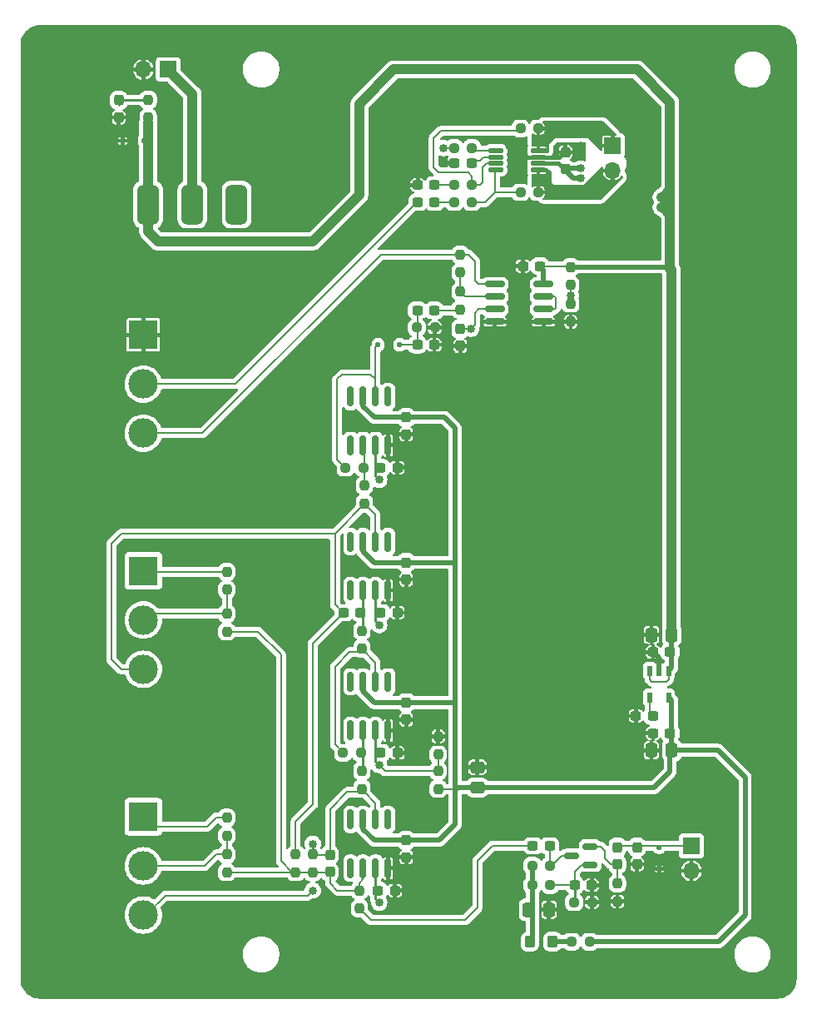
<source format=gbr>
%TF.GenerationSoftware,KiCad,Pcbnew,8.0.8*%
%TF.CreationDate,2025-03-23T00:17:45+01:00*%
%TF.ProjectId,am_receiver_v2,616d5f72-6563-4656-9976-65725f76322e,rev?*%
%TF.SameCoordinates,Original*%
%TF.FileFunction,Copper,L1,Top*%
%TF.FilePolarity,Positive*%
%FSLAX46Y46*%
G04 Gerber Fmt 4.6, Leading zero omitted, Abs format (unit mm)*
G04 Created by KiCad (PCBNEW 8.0.8) date 2025-03-23 00:17:45*
%MOMM*%
%LPD*%
G01*
G04 APERTURE LIST*
G04 Aperture macros list*
%AMRoundRect*
0 Rectangle with rounded corners*
0 $1 Rounding radius*
0 $2 $3 $4 $5 $6 $7 $8 $9 X,Y pos of 4 corners*
0 Add a 4 corners polygon primitive as box body*
4,1,4,$2,$3,$4,$5,$6,$7,$8,$9,$2,$3,0*
0 Add four circle primitives for the rounded corners*
1,1,$1+$1,$2,$3*
1,1,$1+$1,$4,$5*
1,1,$1+$1,$6,$7*
1,1,$1+$1,$8,$9*
0 Add four rect primitives between the rounded corners*
20,1,$1+$1,$2,$3,$4,$5,0*
20,1,$1+$1,$4,$5,$6,$7,0*
20,1,$1+$1,$6,$7,$8,$9,0*
20,1,$1+$1,$8,$9,$2,$3,0*%
G04 Aperture macros list end*
%TA.AperFunction,SMDPad,CuDef*%
%ADD10R,0.508000X1.003300*%
%TD*%
%TA.AperFunction,SMDPad,CuDef*%
%ADD11RoundRect,0.250000X0.337500X0.475000X-0.337500X0.475000X-0.337500X-0.475000X0.337500X-0.475000X0*%
%TD*%
%TA.AperFunction,SMDPad,CuDef*%
%ADD12RoundRect,0.237500X0.237500X-0.300000X0.237500X0.300000X-0.237500X0.300000X-0.237500X-0.300000X0*%
%TD*%
%TA.AperFunction,SMDPad,CuDef*%
%ADD13RoundRect,0.125000X-0.600000X-0.125000X0.600000X-0.125000X0.600000X0.125000X-0.600000X0.125000X0*%
%TD*%
%TA.AperFunction,HeatsinkPad*%
%ADD14R,1.570000X1.890000*%
%TD*%
%TA.AperFunction,ComponentPad*%
%ADD15RoundRect,0.500000X-0.600000X-1.500000X0.600000X-1.500000X0.600000X1.500000X-0.600000X1.500000X0*%
%TD*%
%TA.AperFunction,SMDPad,CuDef*%
%ADD16RoundRect,0.150000X0.150000X-0.825000X0.150000X0.825000X-0.150000X0.825000X-0.150000X-0.825000X0*%
%TD*%
%TA.AperFunction,SMDPad,CuDef*%
%ADD17RoundRect,0.150000X-0.825000X-0.150000X0.825000X-0.150000X0.825000X0.150000X-0.825000X0.150000X0*%
%TD*%
%TA.AperFunction,SMDPad,CuDef*%
%ADD18RoundRect,0.125000X-0.125000X0.125000X-0.125000X-0.125000X0.125000X-0.125000X0.125000X0.125000X0*%
%TD*%
%TA.AperFunction,SMDPad,CuDef*%
%ADD19RoundRect,0.237500X0.300000X0.237500X-0.300000X0.237500X-0.300000X-0.237500X0.300000X-0.237500X0*%
%TD*%
%TA.AperFunction,SMDPad,CuDef*%
%ADD20RoundRect,0.237500X-0.237500X0.250000X-0.237500X-0.250000X0.237500X-0.250000X0.237500X0.250000X0*%
%TD*%
%TA.AperFunction,SMDPad,CuDef*%
%ADD21RoundRect,0.237500X0.237500X-0.250000X0.237500X0.250000X-0.237500X0.250000X-0.237500X-0.250000X0*%
%TD*%
%TA.AperFunction,ComponentPad*%
%ADD22R,1.700000X1.700000*%
%TD*%
%TA.AperFunction,ComponentPad*%
%ADD23O,1.700000X1.700000*%
%TD*%
%TA.AperFunction,SMDPad,CuDef*%
%ADD24RoundRect,0.237500X-0.250000X-0.237500X0.250000X-0.237500X0.250000X0.237500X-0.250000X0.237500X0*%
%TD*%
%TA.AperFunction,SMDPad,CuDef*%
%ADD25RoundRect,0.237500X0.250000X0.237500X-0.250000X0.237500X-0.250000X-0.237500X0.250000X-0.237500X0*%
%TD*%
%TA.AperFunction,SMDPad,CuDef*%
%ADD26RoundRect,0.250000X0.475000X-0.337500X0.475000X0.337500X-0.475000X0.337500X-0.475000X-0.337500X0*%
%TD*%
%TA.AperFunction,SMDPad,CuDef*%
%ADD27RoundRect,0.125000X0.125000X0.125000X-0.125000X0.125000X-0.125000X-0.125000X0.125000X-0.125000X0*%
%TD*%
%TA.AperFunction,SMDPad,CuDef*%
%ADD28RoundRect,0.237500X-0.300000X-0.237500X0.300000X-0.237500X0.300000X0.237500X-0.300000X0.237500X0*%
%TD*%
%TA.AperFunction,SMDPad,CuDef*%
%ADD29RoundRect,0.237500X0.237500X-0.287500X0.237500X0.287500X-0.237500X0.287500X-0.237500X-0.287500X0*%
%TD*%
%TA.AperFunction,SMDPad,CuDef*%
%ADD30RoundRect,0.250000X0.275000X0.350000X-0.275000X0.350000X-0.275000X-0.350000X0.275000X-0.350000X0*%
%TD*%
%TA.AperFunction,ComponentPad*%
%ADD31R,3.000000X3.000000*%
%TD*%
%TA.AperFunction,ComponentPad*%
%ADD32C,3.000000*%
%TD*%
%TA.AperFunction,SMDPad,CuDef*%
%ADD33RoundRect,0.237500X-0.237500X0.300000X-0.237500X-0.300000X0.237500X-0.300000X0.237500X0.300000X0*%
%TD*%
%TA.AperFunction,SMDPad,CuDef*%
%ADD34RoundRect,0.250000X-0.337500X-0.475000X0.337500X-0.475000X0.337500X0.475000X-0.337500X0.475000X0*%
%TD*%
%TA.AperFunction,SMDPad,CuDef*%
%ADD35RoundRect,0.150000X0.587500X0.150000X-0.587500X0.150000X-0.587500X-0.150000X0.587500X-0.150000X0*%
%TD*%
%TA.AperFunction,ViaPad*%
%ADD36C,0.850000*%
%TD*%
%TA.AperFunction,Conductor*%
%ADD37C,1.016000*%
%TD*%
%TA.AperFunction,Conductor*%
%ADD38C,0.254000*%
%TD*%
%TA.AperFunction,Conductor*%
%ADD39C,0.406400*%
%TD*%
%TA.AperFunction,Conductor*%
%ADD40C,0.203200*%
%TD*%
%TA.AperFunction,Conductor*%
%ADD41C,0.508000*%
%TD*%
%TA.AperFunction,Conductor*%
%ADD42C,0.200000*%
%TD*%
G04 APERTURE END LIST*
D10*
%TO.P,U5,5,VOUT*%
%TO.N,3V3*%
X66450001Y-68852550D03*
%TO.P,U5,4,BYP/ADJ*%
%TO.N,Net-(U5-BYP{slash}ADJ)*%
X64549999Y-68852550D03*
%TO.P,U5,3,EN*%
%TO.N,VCC*%
X64549999Y-66147450D03*
%TO.P,U5,2,GND*%
%TO.N,GND*%
X65500000Y-66147450D03*
%TO.P,U5,1,VIN*%
%TO.N,VCC*%
X66450001Y-66147450D03*
%TD*%
D11*
%TO.P,C24,1*%
%TO.N,VCC*%
X66787500Y-62500000D03*
%TO.P,C24,2*%
%TO.N,GND*%
X64712500Y-62500000D03*
%TD*%
%TO.P,C23,1*%
%TO.N,3V3*%
X66787500Y-74250000D03*
%TO.P,C23,2*%
%TO.N,GND*%
X64712500Y-74250000D03*
%TD*%
D12*
%TO.P,C10,1*%
%TO.N,VCC*%
X55975000Y-15152500D03*
%TO.P,C10,2*%
%TO.N,GND*%
X55975000Y-13427500D03*
%TD*%
D13*
%TO.P,U6,1,SHTDN*%
%TO.N,Net-(U6-SHTDN)*%
X48895000Y-13250000D03*
%TO.P,U6,2,BYPASS*%
%TO.N,Net-(U6-BYPASS)*%
X48895000Y-13900000D03*
%TO.P,U6,3,IN+*%
%TO.N,Net-(U6-IN+)*%
X48895000Y-14550000D03*
%TO.P,U6,4,IN-*%
%TO.N,Net-(U6-IN-)*%
X48895000Y-15200000D03*
%TO.P,U6,5,OUT+*%
%TO.N,/am_receiver_v2_audio/SPK+*%
X53195000Y-15200000D03*
%TO.P,U6,6,VDD*%
%TO.N,VCC*%
X53195000Y-14550000D03*
%TO.P,U6,7,GND*%
%TO.N,GND*%
X53195000Y-13900000D03*
%TO.P,U6,8,OUT-*%
%TO.N,/am_receiver_v2_audio/SPK-*%
X53195000Y-13250000D03*
D14*
%TO.P,U6,9,EP*%
%TO.N,GND*%
X51045000Y-14225000D03*
%TD*%
D15*
%TO.P,SW1,1,A*%
%TO.N,VCC*%
X13500000Y-18750000D03*
%TO.P,SW1,2,B*%
%TO.N,Net-(J6-Pin_1)*%
X18000000Y-18750000D03*
%TO.P,SW1,3,C*%
%TO.N,unconnected-(SW1-C-Pad3)*%
X22500000Y-18750000D03*
%TD*%
D16*
%TO.P,U1,1*%
%TO.N,N/C*%
X34095000Y-86225000D03*
%TO.P,U1,2,-*%
%TO.N,Net-(U1--)*%
X35365000Y-86225000D03*
%TO.P,U1,3,+*%
%TO.N,/am_receiver_v2_bpf/Vcom*%
X36635000Y-86225000D03*
%TO.P,U1,4,V-*%
%TO.N,GND*%
X37905000Y-86225000D03*
%TO.P,U1,5*%
%TO.N,N/C*%
X37905000Y-81275000D03*
%TO.P,U1,6*%
%TO.N,Net-(C6-Pad2)*%
X36635000Y-81275000D03*
%TO.P,U1,7,V+*%
%TO.N,3V3*%
X35365000Y-81275000D03*
%TO.P,U1,8*%
%TO.N,N/C*%
X34095000Y-81275000D03*
%TD*%
%TO.P,U2,1*%
%TO.N,N/C*%
X34095000Y-72225000D03*
%TO.P,U2,2,-*%
%TO.N,Net-(U2--)*%
X35365000Y-72225000D03*
%TO.P,U2,3,+*%
%TO.N,/am_receiver_v2_bpf/Vcom*%
X36635000Y-72225000D03*
%TO.P,U2,4,V-*%
%TO.N,GND*%
X37905000Y-72225000D03*
%TO.P,U2,5*%
%TO.N,N/C*%
X37905000Y-67275000D03*
%TO.P,U2,6*%
%TO.N,Net-(R11-Pad2)*%
X36635000Y-67275000D03*
%TO.P,U2,7,V+*%
%TO.N,3V3*%
X35365000Y-67275000D03*
%TO.P,U2,8*%
%TO.N,N/C*%
X34095000Y-67275000D03*
%TD*%
%TO.P,U4,1*%
%TO.N,N/C*%
X34095000Y-43225000D03*
%TO.P,U4,2,-*%
%TO.N,Net-(U4--)*%
X35365000Y-43225000D03*
%TO.P,U4,3,+*%
%TO.N,/am_receiver_v2_bpf/Vcom*%
X36635000Y-43225000D03*
%TO.P,U4,4,V-*%
%TO.N,GND*%
X37905000Y-43225000D03*
%TO.P,U4,5*%
%TO.N,N/C*%
X37905000Y-38275000D03*
%TO.P,U4,6*%
%TO.N,/am_receiver_v2_bpf/BANDPASS_OUT*%
X36635000Y-38275000D03*
%TO.P,U4,7,V+*%
%TO.N,3V3*%
X35365000Y-38275000D03*
%TO.P,U4,8*%
%TO.N,N/C*%
X34095000Y-38275000D03*
%TD*%
%TO.P,U3,1*%
%TO.N,N/C*%
X34095000Y-57975000D03*
%TO.P,U3,2,-*%
%TO.N,Net-(U3--)*%
X35365000Y-57975000D03*
%TO.P,U3,3,+*%
%TO.N,/am_receiver_v2_bpf/Vcom*%
X36635000Y-57975000D03*
%TO.P,U3,4,V-*%
%TO.N,GND*%
X37905000Y-57975000D03*
%TO.P,U3,5*%
%TO.N,N/C*%
X37905000Y-53025000D03*
%TO.P,U3,6*%
%TO.N,Net-(C7-Pad2)*%
X36635000Y-53025000D03*
%TO.P,U3,7,V+*%
%TO.N,3V3*%
X35365000Y-53025000D03*
%TO.P,U3,8*%
%TO.N,N/C*%
X34095000Y-53025000D03*
%TD*%
D17*
%TO.P,U7,1*%
%TO.N,/am_receiver_v2_audio/INPUT*%
X48775000Y-26845000D03*
%TO.P,U7,2,-*%
%TO.N,Net-(U7A--)*%
X48775000Y-28115000D03*
%TO.P,U7,3,+*%
%TO.N,/am_receiver_v2_bpf/Vcom2*%
X48775000Y-29385000D03*
%TO.P,U7,4,V-*%
%TO.N,GND*%
X48775000Y-30655000D03*
%TO.P,U7,5,+*%
X53725000Y-30655000D03*
%TO.P,U7,6,-*%
%TO.N,Net-(U7B--)*%
X53725000Y-29385000D03*
%TO.P,U7,7*%
X53725000Y-28115000D03*
%TO.P,U7,8,V+*%
%TO.N,VCC*%
X53725000Y-26845000D03*
%TD*%
D18*
%TO.P,D2,1,K*%
%TO.N,/am_receiver_v2_rf/RF_IN*%
X65500000Y-84110000D03*
%TO.P,D2,2,A*%
%TO.N,GND*%
X65500000Y-86310000D03*
%TD*%
D19*
%TO.P,C29,1*%
%TO.N,GND*%
X38862501Y-45500000D03*
%TO.P,C29,2*%
%TO.N,/am_receiver_v2_bpf/Vcom*%
X37137499Y-45500000D03*
%TD*%
%TO.P,C28,1*%
%TO.N,GND*%
X38862501Y-60250000D03*
%TO.P,C28,2*%
%TO.N,/am_receiver_v2_bpf/Vcom*%
X37137499Y-60250000D03*
%TD*%
%TO.P,C27,1*%
%TO.N,GND*%
X38862501Y-74500000D03*
%TO.P,C27,2*%
%TO.N,/am_receiver_v2_bpf/Vcom*%
X37137499Y-74500000D03*
%TD*%
D20*
%TO.P,R30,1*%
%TO.N,GND*%
X43000000Y-72837500D03*
%TO.P,R30,2*%
%TO.N,/am_receiver_v2_bpf/Vcom*%
X43000000Y-74662500D03*
%TD*%
%TO.P,R29,1*%
%TO.N,/am_receiver_v2_bpf/Vcom*%
X43000000Y-76337500D03*
%TO.P,R29,2*%
%TO.N,3V3*%
X43000000Y-78162500D03*
%TD*%
D19*
%TO.P,C26,1*%
%TO.N,GND*%
X38612501Y-88500000D03*
%TO.P,C26,2*%
%TO.N,/am_receiver_v2_bpf/Vcom*%
X36887499Y-88500000D03*
%TD*%
D21*
%TO.P,R13,1*%
%TO.N,Net-(R11-Pad2)*%
X35250000Y-63912500D03*
%TO.P,R13,2*%
%TO.N,Net-(U3--)*%
X35250000Y-62087500D03*
%TD*%
D22*
%TO.P,J1,1,Pin_1*%
%TO.N,/am_receiver_v2_rf/RF_IN*%
X68775000Y-83960000D03*
D23*
%TO.P,J1,2,Pin_2*%
%TO.N,GND*%
X68775000Y-86500000D03*
%TD*%
D12*
%TO.P,C17,1*%
%TO.N,GND*%
X39750000Y-42112501D03*
%TO.P,C17,2*%
%TO.N,3V3*%
X39750000Y-40387499D03*
%TD*%
D24*
%TO.P,R6,1*%
%TO.N,Net-(C4-Pad1)*%
X52587500Y-87960000D03*
%TO.P,R6,2*%
%TO.N,Net-(Q1-B)*%
X54412500Y-87960000D03*
%TD*%
D20*
%TO.P,R27,1*%
%TO.N,Net-(R27-Pad1)*%
X21500000Y-56087500D03*
%TO.P,R27,2*%
%TO.N,Net-(R23-Pad1)*%
X21500000Y-57912500D03*
%TD*%
D12*
%TO.P,C19,1*%
%TO.N,GND*%
X63250000Y-85822501D03*
%TO.P,C19,2*%
%TO.N,/am_receiver_v2_rf/RF_IN*%
X63250000Y-84097499D03*
%TD*%
D25*
%TO.P,R5,1*%
%TO.N,3V3*%
X58412500Y-93710000D03*
%TO.P,R5,2*%
%TO.N,Net-(FB1-Pad1)*%
X56587500Y-93710000D03*
%TD*%
D22*
%TO.P,J2,1,Pin_1*%
%TO.N,/am_receiver_v2_audio/SPK-*%
X60750000Y-12750000D03*
D23*
%TO.P,J2,2,Pin_2*%
%TO.N,/am_receiver_v2_audio/SPK+*%
X60750000Y-15290000D03*
%TD*%
D22*
%TO.P,J6,1,Pin_1*%
%TO.N,Net-(J6-Pin_1)*%
X15540000Y-5000000D03*
D23*
%TO.P,J6,2,Pin_2*%
%TO.N,GND*%
X13000000Y-5000000D03*
%TD*%
D19*
%TO.P,C7,1*%
%TO.N,Net-(U3--)*%
X35112501Y-60250000D03*
%TO.P,C7,2*%
%TO.N,Net-(C7-Pad2)*%
X33387499Y-60250000D03*
%TD*%
D21*
%TO.P,R8,1*%
%TO.N,Net-(C5-Pad2)*%
X35000000Y-90325000D03*
%TO.P,R8,2*%
%TO.N,Net-(U1--)*%
X35000000Y-88500000D03*
%TD*%
D19*
%TO.P,C8,2*%
%TO.N,/am_receiver_v2_bpf/DEMOD_OUT*%
X40887499Y-33000000D03*
%TO.P,C8,1*%
%TO.N,GND*%
X42612501Y-33000000D03*
%TD*%
D26*
%TO.P,C3,2*%
%TO.N,GND*%
X47000000Y-75962500D03*
%TO.P,C3,1*%
%TO.N,3V3*%
X47000000Y-78037500D03*
%TD*%
D27*
%TO.P,D3,1,K*%
%TO.N,VCC*%
X13099999Y-12250000D03*
%TO.P,D3,2,A*%
%TO.N,GND*%
X10900001Y-12250000D03*
%TD*%
D28*
%TO.P,C2,1*%
%TO.N,Net-(Q1-B)*%
X56912499Y-87960001D03*
%TO.P,C2,2*%
%TO.N,GND*%
X58637501Y-87960001D03*
%TD*%
D29*
%TO.P,D4,1,K*%
%TO.N,GND*%
X10500000Y-9874999D03*
%TO.P,D4,2,A*%
%TO.N,Net-(D4-A)*%
X10500000Y-8125001D03*
%TD*%
D21*
%TO.P,R28,1*%
%TO.N,VCC*%
X13500000Y-9912500D03*
%TO.P,R28,2*%
%TO.N,Net-(D4-A)*%
X13500000Y-8087500D03*
%TD*%
D12*
%TO.P,C6,1*%
%TO.N,Net-(U1--)*%
X32000000Y-86612501D03*
%TO.P,C6,2*%
%TO.N,Net-(C6-Pad2)*%
X32000000Y-84887499D03*
%TD*%
D28*
%TO.P,C13,2*%
%TO.N,Net-(C13-Pad2)*%
X42657501Y-18500000D03*
%TO.P,C13,1*%
%TO.N,Net-(C13-Pad1)*%
X40932499Y-18500000D03*
%TD*%
D19*
%TO.P,C22,1*%
%TO.N,Net-(U5-BYP{slash}ADJ)*%
X64862501Y-70750000D03*
%TO.P,C22,2*%
%TO.N,GND*%
X63137499Y-70750000D03*
%TD*%
D12*
%TO.P,C15,1*%
%TO.N,GND*%
X39750000Y-71112501D03*
%TO.P,C15,2*%
%TO.N,3V3*%
X39750000Y-69387499D03*
%TD*%
D28*
%TO.P,C18,1*%
%TO.N,GND*%
X51637499Y-25000000D03*
%TO.P,C18,2*%
%TO.N,VCC*%
X53362501Y-25000000D03*
%TD*%
D30*
%TO.P,FB1,1*%
%TO.N,Net-(FB1-Pad1)*%
X54650000Y-93710000D03*
%TO.P,FB1,2*%
%TO.N,Net-(C4-Pad1)*%
X52350000Y-93710000D03*
%TD*%
D24*
%TO.P,R20,1*%
%TO.N,Net-(U6-IN-)*%
X51382500Y-17500000D03*
%TO.P,R20,2*%
%TO.N,/am_receiver_v2_audio/SPK+*%
X53207500Y-17500000D03*
%TD*%
D21*
%TO.P,R2,1*%
%TO.N,/am_receiver_v2_bpf/Vcom2*%
X56500000Y-26912500D03*
%TO.P,R2,2*%
%TO.N,VCC*%
X56500000Y-25087500D03*
%TD*%
D31*
%TO.P,RV2,1,1*%
%TO.N,Net-(R27-Pad1)*%
X13000000Y-56000000D03*
D32*
%TO.P,RV2,2,2*%
%TO.N,Net-(R23-Pad1)*%
X13000000Y-61000000D03*
%TO.P,RV2,3,3*%
%TO.N,Net-(C7-Pad2)*%
X13000000Y-66000000D03*
%TD*%
D21*
%TO.P,R17,1*%
%TO.N,Net-(C9-Pad2)*%
X45250000Y-29412500D03*
%TO.P,R17,2*%
%TO.N,Net-(U7A--)*%
X45250000Y-27587500D03*
%TD*%
D24*
%TO.P,R21,2*%
%TO.N,Net-(U6-IN+)*%
X46457500Y-16750000D03*
%TO.P,R21,1*%
%TO.N,Net-(C12-Pad2)*%
X44632500Y-16750000D03*
%TD*%
D28*
%TO.P,C9,1*%
%TO.N,/am_receiver_v2_bpf/DEMOD_OUT*%
X40887499Y-29500000D03*
%TO.P,C9,2*%
%TO.N,Net-(C9-Pad2)*%
X42612501Y-29500000D03*
%TD*%
D21*
%TO.P,R9,1*%
%TO.N,Net-(U1--)*%
X30250000Y-86662500D03*
%TO.P,R9,2*%
%TO.N,Net-(C6-Pad2)*%
X30250000Y-84837500D03*
%TD*%
%TO.P,R14,1*%
%TO.N,Net-(C7-Pad2)*%
X35500000Y-49162500D03*
%TO.P,R14,2*%
%TO.N,Net-(U4--)*%
X35500000Y-47337500D03*
%TD*%
D25*
%TO.P,R11,2*%
%TO.N,Net-(R11-Pad2)*%
X33337500Y-74500000D03*
%TO.P,R11,1*%
%TO.N,Net-(U2--)*%
X35162500Y-74500000D03*
%TD*%
D21*
%TO.P,R7,1*%
%TO.N,GND*%
X56500000Y-30662500D03*
%TO.P,R7,2*%
%TO.N,/am_receiver_v2_bpf/Vcom2*%
X56500000Y-28837500D03*
%TD*%
D28*
%TO.P,C11,1*%
%TO.N,GND*%
X44682499Y-14500000D03*
%TO.P,C11,2*%
%TO.N,Net-(U6-BYPASS)*%
X46407501Y-14500000D03*
%TD*%
D20*
%TO.P,R24,1*%
%TO.N,Net-(R24-Pad1)*%
X21500000Y-84837500D03*
%TO.P,R24,2*%
%TO.N,Net-(U1--)*%
X21500000Y-86662500D03*
%TD*%
D19*
%TO.P,C21,1*%
%TO.N,VCC*%
X66612501Y-64250000D03*
%TO.P,C21,2*%
%TO.N,GND*%
X64887499Y-64250000D03*
%TD*%
D33*
%TO.P,C1,1*%
%TO.N,/am_receiver_v2_rf/RF_IN*%
X61250000Y-84097499D03*
%TO.P,C1,2*%
%TO.N,Net-(Q1-E)*%
X61250000Y-85822501D03*
%TD*%
D32*
%TO.P,RV1,3,3*%
%TO.N,Net-(C6-Pad2)*%
X13000000Y-91000000D03*
%TO.P,RV1,2,2*%
%TO.N,Net-(R24-Pad1)*%
X13000000Y-86000000D03*
D31*
%TO.P,RV1,1,1*%
%TO.N,Net-(R26-Pad1)*%
X13000000Y-81000000D03*
%TD*%
D21*
%TO.P,R12,2*%
%TO.N,Net-(U2--)*%
X35250000Y-76337500D03*
%TO.P,R12,1*%
%TO.N,Net-(C6-Pad2)*%
X35250000Y-78162500D03*
%TD*%
D24*
%TO.P,R19,2*%
%TO.N,/am_receiver_v2_audio/SPK-*%
X53207500Y-11000000D03*
%TO.P,R19,1*%
%TO.N,Net-(U6-IN+)*%
X51382500Y-11000000D03*
%TD*%
D34*
%TO.P,C4,2*%
%TO.N,GND*%
X54287500Y-90460000D03*
%TO.P,C4,1*%
%TO.N,Net-(C4-Pad1)*%
X52212500Y-90460000D03*
%TD*%
D12*
%TO.P,C14,1*%
%TO.N,GND*%
X39750000Y-85112501D03*
%TO.P,C14,2*%
%TO.N,3V3*%
X39750000Y-83387499D03*
%TD*%
D19*
%TO.P,C25,1*%
%TO.N,3V3*%
X66612501Y-72500000D03*
%TO.P,C25,2*%
%TO.N,GND*%
X64887499Y-72500000D03*
%TD*%
D24*
%TO.P,R3,1*%
%TO.N,Net-(Q1-B)*%
X56837500Y-89710000D03*
%TO.P,R3,2*%
%TO.N,GND*%
X58662500Y-89710000D03*
%TD*%
D20*
%TO.P,R1,1*%
%TO.N,Net-(Q1-E)*%
X61250000Y-87797500D03*
%TO.P,R1,2*%
%TO.N,GND*%
X61250000Y-89622500D03*
%TD*%
D24*
%TO.P,R4,1*%
%TO.N,Net-(C4-Pad1)*%
X52587500Y-85960000D03*
%TO.P,R4,2*%
%TO.N,/am_receiver_v2_rf/RF_OUT*%
X54412500Y-85960000D03*
%TD*%
D25*
%TO.P,R15,1*%
%TO.N,Net-(U4--)*%
X35412500Y-45500000D03*
%TO.P,R15,2*%
%TO.N,/am_receiver_v2_bpf/BANDPASS_OUT*%
X33587500Y-45500000D03*
%TD*%
D12*
%TO.P,C20,1*%
%TO.N,GND*%
X45250000Y-33112501D03*
%TO.P,C20,2*%
%TO.N,/am_receiver_v2_bpf/Vcom2*%
X45250000Y-31387499D03*
%TD*%
D24*
%TO.P,R22,2*%
%TO.N,Net-(U6-IN-)*%
X46457500Y-18500000D03*
%TO.P,R22,1*%
%TO.N,Net-(C13-Pad2)*%
X44632500Y-18500000D03*
%TD*%
D25*
%TO.P,R16,2*%
%TO.N,/am_receiver_v2_bpf/DEMOD_OUT*%
X40837500Y-31250000D03*
%TO.P,R16,1*%
%TO.N,GND*%
X42662500Y-31250000D03*
%TD*%
D20*
%TO.P,R26,1*%
%TO.N,Net-(R26-Pad1)*%
X21500000Y-81087500D03*
%TO.P,R26,2*%
%TO.N,Net-(R24-Pad1)*%
X21500000Y-82912500D03*
%TD*%
D12*
%TO.P,C16,1*%
%TO.N,GND*%
X39750000Y-56862501D03*
%TO.P,C16,2*%
%TO.N,3V3*%
X39750000Y-55137499D03*
%TD*%
D21*
%TO.P,R10,1*%
%TO.N,Net-(U1--)*%
X28500000Y-86662500D03*
%TO.P,R10,2*%
%TO.N,Net-(C7-Pad2)*%
X28500000Y-84837500D03*
%TD*%
D24*
%TO.P,R25,2*%
%TO.N,Net-(U6-SHTDN)*%
X46457500Y-13000000D03*
%TO.P,R25,1*%
%TO.N,VCC*%
X44632500Y-13000000D03*
%TD*%
D19*
%TO.P,C5,1*%
%TO.N,/am_receiver_v2_rf/RF_OUT*%
X54362501Y-83960000D03*
%TO.P,C5,2*%
%TO.N,Net-(C5-Pad2)*%
X52637499Y-83960000D03*
%TD*%
D28*
%TO.P,C12,2*%
%TO.N,Net-(C12-Pad2)*%
X42657501Y-16750000D03*
%TO.P,C12,1*%
%TO.N,GND*%
X40932499Y-16750000D03*
%TD*%
D27*
%TO.P,D1,1,K*%
%TO.N,/am_receiver_v2_bpf/DEMOD_OUT*%
X39099999Y-33000000D03*
%TO.P,D1,2,A*%
%TO.N,/am_receiver_v2_bpf/BANDPASS_OUT*%
X36900001Y-33000000D03*
%TD*%
D35*
%TO.P,Q1,1,B*%
%TO.N,Net-(Q1-B)*%
X58462500Y-85910000D03*
%TO.P,Q1,2,E*%
%TO.N,Net-(Q1-E)*%
X58462500Y-84010000D03*
%TO.P,Q1,3,C*%
%TO.N,/am_receiver_v2_rf/RF_OUT*%
X56587499Y-84960000D03*
%TD*%
D21*
%TO.P,R18,1*%
%TO.N,Net-(U7A--)*%
X45250000Y-25662500D03*
%TO.P,R18,2*%
%TO.N,/am_receiver_v2_audio/INPUT*%
X45250000Y-23837500D03*
%TD*%
D20*
%TO.P,R23,1*%
%TO.N,Net-(R23-Pad1)*%
X21500000Y-60337500D03*
%TO.P,R23,2*%
%TO.N,Net-(U1--)*%
X21500000Y-62162500D03*
%TD*%
D31*
%TO.P,RV3,1,1*%
%TO.N,GND*%
X13000000Y-32000000D03*
D32*
%TO.P,RV3,2,2*%
%TO.N,Net-(C13-Pad1)*%
X13000000Y-37000000D03*
%TO.P,RV3,3,3*%
%TO.N,/am_receiver_v2_audio/INPUT*%
X13000000Y-42000000D03*
%TD*%
D36*
%TO.N,GND*%
X43500000Y-51000000D03*
X46500000Y-51000000D03*
X46500000Y-60250000D03*
X43250000Y-60250000D03*
X32250000Y-49500000D03*
X32250000Y-47250000D03*
X36750000Y-63500000D03*
X36750000Y-77750000D03*
X39750000Y-79500000D03*
X39000000Y-65000000D03*
X39000000Y-63500000D03*
X39250000Y-53000000D03*
X39250000Y-50750000D03*
X39250000Y-49000000D03*
X34750000Y-34500000D03*
X38250000Y-35250000D03*
X32000000Y-77000000D03*
X31500000Y-73250000D03*
X31500000Y-69750000D03*
X31500000Y-66500000D03*
X32500000Y-63250000D03*
X35500000Y-51000000D03*
X1000000Y-5000000D03*
X1000000Y-10000000D03*
X1000000Y-15000000D03*
X1000000Y-20000000D03*
X1000000Y-25000000D03*
X1000000Y-30000000D03*
X1000000Y-35000000D03*
X1000000Y-40000000D03*
X1000000Y-45000000D03*
X1000000Y-50000000D03*
X1000000Y-55000000D03*
X1000000Y-60000000D03*
X1000000Y-65000000D03*
X1000000Y-70000000D03*
X1000000Y-75000000D03*
X1000000Y-80000000D03*
X1000000Y-85000000D03*
X1000000Y-90000000D03*
X1000000Y-95000000D03*
X2000000Y-98000000D03*
X5000000Y-99000000D03*
X10000000Y-99000000D03*
X15000000Y-99000000D03*
X20000000Y-99000000D03*
X25000000Y-99000000D03*
X30000000Y-99000000D03*
X35000000Y-99000000D03*
X40000000Y-99000000D03*
X45000000Y-99000000D03*
X65000000Y-99000000D03*
X70000000Y-99000000D03*
X75000000Y-99000000D03*
X78000000Y-98000000D03*
X79000000Y-95000000D03*
X79000000Y-90000000D03*
X79000000Y-85000000D03*
X79000000Y-80000000D03*
X79000000Y-75000000D03*
X79000000Y-70000000D03*
X79000000Y-65000000D03*
X79000000Y-60000000D03*
X79000000Y-55000000D03*
X79000000Y-50000000D03*
X79000000Y-45000000D03*
X79000000Y-40000000D03*
X79000000Y-35000000D03*
X79000000Y-30000000D03*
X79000000Y-25000000D03*
X79000000Y-20000000D03*
X79000000Y-15000000D03*
X79000000Y-10000000D03*
X79000000Y-5000000D03*
X78000000Y-2000000D03*
X75000000Y-1000000D03*
X70000000Y-1000000D03*
X65000000Y-1000000D03*
X60000000Y-1000000D03*
X55000000Y-1000000D03*
X50000000Y-1000000D03*
X45000000Y-1000000D03*
X40000000Y-1000000D03*
X35000000Y-1000000D03*
X30000000Y-1000000D03*
X25000000Y-1000000D03*
X20000000Y-1000000D03*
X15000000Y-1000000D03*
X10000000Y-1000000D03*
X5000000Y-1000000D03*
X2000000Y-2000000D03*
X53500000Y-71250000D03*
X51000000Y-54750000D03*
X70250000Y-51000000D03*
X70750000Y-56250000D03*
X70500000Y-40250000D03*
X70000000Y-33500000D03*
X62750000Y-37750000D03*
X53000000Y-37500000D03*
X52750000Y-65500000D03*
X58000000Y-71000000D03*
X60500000Y-57750000D03*
X62500000Y-33000000D03*
X56250000Y-63500000D03*
X56250000Y-37000000D03*
X56000000Y-21750000D03*
X49032629Y-21986966D03*
X41750000Y-21750000D03*
X30000000Y-26500000D03*
X27500000Y-28750000D03*
X24500000Y-31500000D03*
X21000000Y-34750000D03*
X20750000Y-42250000D03*
X23500000Y-39750000D03*
X26500000Y-37000000D03*
X29250000Y-34250000D03*
X31750000Y-31750000D03*
X33750000Y-29750000D03*
X36000000Y-27500000D03*
X39250000Y-26500000D03*
X42750000Y-26500000D03*
X31250000Y-40750000D03*
X69500000Y-76000000D03*
X74000000Y-74500000D03*
X71750000Y-70500000D03*
X71750000Y-67750000D03*
X71750000Y-65000000D03*
X71750000Y-62250000D03*
X26000000Y-58750000D03*
X28500000Y-57000000D03*
X28500000Y-60250000D03*
X28500000Y-63250000D03*
X28500000Y-66250000D03*
X28493137Y-69131797D03*
X28500000Y-72250000D03*
X28500000Y-75500000D03*
X16750000Y-91000000D03*
X16750000Y-87500000D03*
X16750000Y-84000000D03*
X16750000Y-79000000D03*
X16750000Y-67500000D03*
X16750000Y-62500000D03*
X16750000Y-58250000D03*
X16750000Y-50500000D03*
X16750000Y-54250000D03*
X16750000Y-45000000D03*
X16750000Y-39500000D03*
X16750000Y-33250000D03*
X16750000Y-31000000D03*
X26250000Y-12000000D03*
X8750000Y-5750000D03*
X8750000Y-4250000D03*
X10000000Y-6250000D03*
X10000000Y-5000000D03*
X10000000Y-3750000D03*
X9500000Y-12500000D03*
X8500000Y-10250000D03*
X8500000Y-8250000D03*
X15750000Y-13500000D03*
X16000000Y-24000000D03*
X19000000Y-24000000D03*
X22750000Y-24000000D03*
X26500000Y-24000000D03*
X29500000Y-24000000D03*
X31750000Y-23750000D03*
X33500000Y-22000000D03*
X35500000Y-20000000D03*
X36750000Y-18250000D03*
X36750000Y-14750000D03*
X36750000Y-11250000D03*
X37750000Y-8750000D03*
X39750000Y-6750000D03*
X44000000Y-6750000D03*
X47250000Y-6750000D03*
X49750000Y-6750000D03*
X52250000Y-6750000D03*
X55000000Y-6750000D03*
X57750000Y-6750000D03*
X60750000Y-6750000D03*
X63500000Y-8000000D03*
X64750000Y-11250000D03*
X64750000Y-13750000D03*
X64750000Y-16250000D03*
X68750000Y-26500000D03*
X68750000Y-23500000D03*
X60000000Y-26500000D03*
X63750000Y-26500000D03*
X63750000Y-23500000D03*
X60000000Y-23500000D03*
X43500000Y-48250000D03*
X46500000Y-43500000D03*
X46500000Y-48250000D03*
X31000000Y-58000000D03*
X31000000Y-53250000D03*
X31250000Y-43500000D03*
X31250000Y-38250000D03*
X41250000Y-38500000D03*
X43000000Y-42000000D03*
X39250000Y-47250000D03*
X39750000Y-61750000D03*
X46500000Y-71500000D03*
X46500000Y-67500000D03*
X46500000Y-64250000D03*
X46500000Y-56750000D03*
X46500000Y-53750000D03*
X43500000Y-53750000D03*
X43500000Y-56500000D03*
X43250000Y-64250000D03*
X43250000Y-67250000D03*
X39750000Y-67250000D03*
X39750000Y-81250000D03*
X43000000Y-81250000D03*
X43000000Y-79750000D03*
X41250000Y-77750000D03*
X39000000Y-77750000D03*
%TO.N,VCC*%
X65750000Y-19000000D03*
X65750000Y-18000000D03*
X43545000Y-13000000D03*
%TO.N,GND*%
X43545000Y-14500000D03*
X51795000Y-15835000D03*
X50295000Y-15835000D03*
X51750000Y-12750000D03*
X50250000Y-12750000D03*
%TO.N,VCC*%
X57500000Y-16080000D03*
%TO.N,GND*%
X57500000Y-13750000D03*
X55000000Y-76250000D03*
X60000000Y-76250000D03*
X57500000Y-76250000D03*
X62500000Y-76250000D03*
X52500000Y-76250000D03*
X50000000Y-76250000D03*
X43000000Y-71500000D03*
X47500000Y-74250000D03*
X46500000Y-74250000D03*
X47750000Y-82500000D03*
X45750000Y-88750000D03*
X45750000Y-86750000D03*
X44500000Y-92750000D03*
X44500000Y-90250000D03*
X28750000Y-90500000D03*
X22250000Y-90500000D03*
X25500000Y-90500000D03*
X24750000Y-76250000D03*
X24750000Y-78750000D03*
X24750000Y-81250000D03*
X28500000Y-78750000D03*
X23750000Y-87750000D03*
X27000000Y-87750000D03*
X30250000Y-81250000D03*
%TO.N,Net-(C6-Pad2)*%
X30250000Y-83750000D03*
X30250000Y-88500000D03*
%TO.N,GND*%
X53750000Y-32500000D03*
X51250000Y-32500000D03*
X48750000Y-32500000D03*
X51250000Y-27500000D03*
X51250000Y-30000000D03*
%TO.N,/am_receiver_v2_bpf/Vcom2*%
X56500000Y-28000000D03*
X46362501Y-31387499D03*
%TO.N,GND*%
X60000000Y-91000000D03*
X60000000Y-87000000D03*
X60000000Y-88750000D03*
X61250000Y-91000000D03*
X63250000Y-87500000D03*
X64750000Y-87500000D03*
X66250000Y-87500000D03*
X55750000Y-91250000D03*
X54500000Y-92000000D03*
X38750000Y-90250000D03*
X37250000Y-92750000D03*
X41250000Y-92750000D03*
X41250000Y-90250000D03*
X47500000Y-92000000D03*
X42500000Y-88750000D03*
X48250000Y-88750000D03*
X48250000Y-86750000D03*
X42500000Y-86750000D03*
X46250000Y-84000000D03*
X63250000Y-69000000D03*
X50000000Y-82500000D03*
X50000000Y-85500000D03*
X50000000Y-87500000D03*
X50000000Y-90000000D03*
X50000000Y-92500000D03*
X50000000Y-95000000D03*
X50000000Y-97500000D03*
X52500000Y-97500000D03*
X55000000Y-97500000D03*
X57500000Y-97500000D03*
X60000000Y-97500000D03*
X62500000Y-97500000D03*
X62500000Y-95000000D03*
X62500000Y-92500000D03*
X65000000Y-92500000D03*
X67500000Y-92500000D03*
X67500000Y-90000000D03*
X70000000Y-90000000D03*
X72500000Y-90000000D03*
X72500000Y-87500000D03*
X72500000Y-85000000D03*
X72500000Y-82500000D03*
X72500000Y-80000000D03*
X70000000Y-80000000D03*
X67500000Y-80000000D03*
X65000000Y-80000000D03*
X62500000Y-80000000D03*
X60000000Y-80000000D03*
X57500000Y-80000000D03*
X55000000Y-80000000D03*
X52500000Y-80000000D03*
X50000000Y-80000000D03*
%TO.N,/am_receiver_v2_bpf/Vcom*%
X37000000Y-89750000D03*
X37000000Y-75750000D03*
X37000000Y-61500000D03*
X37000000Y-46750000D03*
%TO.N,GND*%
X40250000Y-43750000D03*
X39250000Y-43750000D03*
X40250000Y-58500000D03*
X39250000Y-58500000D03*
X40250000Y-72750000D03*
X39250000Y-72750000D03*
X63250000Y-74250000D03*
X63250000Y-72500000D03*
X63250000Y-64500000D03*
X63250000Y-63250000D03*
X63250000Y-62000000D03*
X34250000Y-40750000D03*
X34250000Y-55500000D03*
X34250000Y-69750000D03*
X34250000Y-83750000D03*
X40250000Y-86750000D03*
X39250000Y-86750000D03*
%TO.N,VCC*%
X57500000Y-15080000D03*
%TO.N,GND*%
X57500000Y-12750000D03*
%TD*%
D37*
%TO.N,VCC*%
X66750000Y-62362501D02*
X66750000Y-25387499D01*
X66750000Y-25387499D02*
X66612501Y-25250000D01*
D38*
%TO.N,GND*%
X51370000Y-13900000D02*
X51045000Y-14225000D01*
D39*
X53195000Y-13900000D02*
X51370000Y-13900000D01*
D40*
%TO.N,Net-(U6-IN+)*%
X46457500Y-15912500D02*
X46457500Y-16750000D01*
X43045000Y-15500000D02*
X46045000Y-15500000D01*
X42545000Y-15000000D02*
X43045000Y-15500000D01*
X42545000Y-12000000D02*
X42545000Y-15000000D01*
X43295000Y-11250000D02*
X42545000Y-12000000D01*
X46045000Y-15500000D02*
X46457500Y-15912500D01*
X51382500Y-11250000D02*
X43295000Y-11250000D01*
%TO.N,Net-(C12-Pad2)*%
X42657501Y-16750000D02*
X44632500Y-16750000D01*
D39*
%TO.N,/am_receiver_v2_audio/SPK-*%
X53195000Y-13250000D02*
X54045000Y-13250000D01*
%TO.N,/am_receiver_v2_audio/SPK+*%
X53995000Y-15200000D02*
X54295000Y-15500000D01*
X53195000Y-15200000D02*
X53995000Y-15200000D01*
%TO.N,VCC*%
X53195000Y-14550000D02*
X55197500Y-14550000D01*
X55197500Y-14550000D02*
X55975000Y-15327500D01*
%TO.N,GND*%
X55327500Y-13900000D02*
X55975000Y-13252500D01*
X53195000Y-13900000D02*
X55327500Y-13900000D01*
D40*
%TO.N,Net-(U6-IN-)*%
X48795000Y-15300000D02*
X48895000Y-15200000D01*
X48795000Y-17500000D02*
X48795000Y-15300000D01*
X48795000Y-17500000D02*
X47795000Y-18500000D01*
X47795000Y-18500000D02*
X46457500Y-18500000D01*
X51382500Y-17500000D02*
X48795000Y-17500000D01*
%TO.N,Net-(U6-IN+)*%
X47545000Y-14982985D02*
X47977985Y-14550000D01*
X47545000Y-16500000D02*
X47545000Y-14982985D01*
X47295000Y-16750000D02*
X47545000Y-16500000D01*
X46457500Y-16750000D02*
X47295000Y-16750000D01*
%TO.N,Net-(U6-BYPASS)*%
X47645000Y-13900000D02*
X47295000Y-14250000D01*
X46657501Y-14250000D02*
X46407501Y-14500000D01*
X48895000Y-13900000D02*
X47645000Y-13900000D01*
X47295000Y-14250000D02*
X46657501Y-14250000D01*
%TO.N,Net-(U6-SHTDN)*%
X46707500Y-13250000D02*
X48895000Y-13250000D01*
X46457500Y-13000000D02*
X46707500Y-13250000D01*
%TO.N,VCC*%
X44382500Y-13000000D02*
X44632500Y-13250000D01*
X43545000Y-13000000D02*
X44382500Y-13000000D01*
D41*
%TO.N,GND*%
X43545000Y-14500000D02*
X44682499Y-14500000D01*
D40*
%TO.N,/am_receiver_v2_bpf/BANDPASS_OUT*%
X36641673Y-33258328D02*
X36900001Y-33000000D01*
X36641673Y-36493327D02*
X36641673Y-33258328D01*
X36635000Y-36500000D02*
X36641673Y-36493327D01*
X32750000Y-36500000D02*
X32750000Y-44662500D01*
X33250000Y-36000000D02*
X32750000Y-36500000D01*
X36135000Y-36000000D02*
X33250000Y-36000000D01*
X36635000Y-36500000D02*
X36135000Y-36000000D01*
X32750000Y-44662500D02*
X33587500Y-45500000D01*
D37*
%TO.N,VCC*%
X35000000Y-17750000D02*
X30250000Y-22500000D01*
X14500000Y-22500000D02*
X13500000Y-21500000D01*
X35000000Y-8500000D02*
X35000000Y-17750000D01*
X38500000Y-5000000D02*
X35000000Y-8500000D01*
X63250000Y-5000000D02*
X38500000Y-5000000D01*
X66612501Y-8362501D02*
X63250000Y-5000000D01*
X66612501Y-17250000D02*
X66612501Y-8362501D01*
X13500000Y-21500000D02*
X13500000Y-18750000D01*
X30250000Y-22500000D02*
X14500000Y-22500000D01*
%TO.N,Net-(J6-Pin_1)*%
X18000000Y-7500000D02*
X18000000Y-18750000D01*
X15540000Y-5040000D02*
X18000000Y-7500000D01*
X15540000Y-5000000D02*
X15540000Y-5040000D01*
%TO.N,VCC*%
X65862501Y-18000000D02*
X66612501Y-17250000D01*
X65750000Y-18000000D02*
X65862501Y-18000000D01*
X66612501Y-18500000D02*
X66612501Y-17250000D01*
X65862501Y-19000000D02*
X66612501Y-19750000D01*
X65750000Y-19000000D02*
X65862501Y-19000000D01*
X66612501Y-19750000D02*
X66612501Y-18500000D01*
X66612501Y-25250000D02*
X66612501Y-19750000D01*
D41*
X56727500Y-16080000D02*
X55975000Y-15327500D01*
X57500000Y-16080000D02*
X56727500Y-16080000D01*
%TO.N,GND*%
X65500000Y-64862501D02*
X64887499Y-64250000D01*
X65500000Y-66147450D02*
X65500000Y-64862501D01*
%TO.N,VCC*%
X56500000Y-25087500D02*
X66450001Y-25087500D01*
X66450001Y-25087500D02*
X66612501Y-25250000D01*
D40*
X56500000Y-25087500D02*
X56456250Y-25043750D01*
D41*
X57500000Y-15080000D02*
X56222500Y-15080000D01*
X56222500Y-15080000D02*
X55975000Y-15327500D01*
X55647500Y-15000000D02*
X55975000Y-15327500D01*
%TO.N,GND*%
X55862500Y-13365000D02*
X55975000Y-13252500D01*
D37*
%TO.N,/am_receiver_v2_audio/SPK-*%
X60750000Y-12705000D02*
X60750000Y-12750000D01*
D40*
%TO.N,Net-(C13-Pad1)*%
X22342499Y-37000000D02*
X13000000Y-37000000D01*
X41092499Y-18250000D02*
X22342499Y-37000000D01*
%TO.N,/am_receiver_v2_audio/INPUT*%
X37162500Y-23837500D02*
X45250000Y-23837500D01*
X19000000Y-42000000D02*
X37162500Y-23837500D01*
X13000000Y-42000000D02*
X19000000Y-42000000D01*
X46087500Y-23837500D02*
X45250000Y-23837500D01*
%TO.N,/am_receiver_v2_bpf/DEMOD_OUT*%
X40887499Y-33000000D02*
X40887499Y-29500000D01*
X39099999Y-33000000D02*
X40887499Y-33000000D01*
%TO.N,/am_receiver_v2_bpf/BANDPASS_OUT*%
X36635000Y-38275000D02*
X36635000Y-36500000D01*
%TO.N,Net-(C13-Pad2)*%
X42837501Y-18500000D02*
X44812500Y-18500000D01*
D38*
%TO.N,Net-(D4-A)*%
X10537501Y-8587500D02*
X10500000Y-8625001D01*
X13500000Y-8087500D02*
X10537501Y-8087500D01*
D37*
%TO.N,VCC*%
X13500000Y-18250000D02*
X13500000Y-10412500D01*
D41*
%TO.N,3V3*%
X66612501Y-76387499D02*
X66612501Y-74250000D01*
X47000000Y-78037500D02*
X64962500Y-78037500D01*
X64962500Y-78037500D02*
X66612501Y-76387499D01*
X47000000Y-78037500D02*
X44962500Y-78037500D01*
X44962500Y-78037500D02*
X44750000Y-78250000D01*
D40*
%TO.N,/am_receiver_v2_bpf/Vcom*%
X37587500Y-76337500D02*
X37000000Y-75750000D01*
X43000000Y-76337500D02*
X37587500Y-76337500D01*
X43000000Y-76337500D02*
X43000000Y-74662500D01*
%TO.N,3V3*%
X44662500Y-78162500D02*
X44750000Y-78250000D01*
X43000000Y-78162500D02*
X44662500Y-78162500D01*
D41*
X44750000Y-78250000D02*
X44750000Y-76000000D01*
X44750000Y-81750000D02*
X44750000Y-78250000D01*
X44637499Y-55137499D02*
X44750000Y-55250000D01*
X39750000Y-55137499D02*
X44637499Y-55137499D01*
X44750000Y-69250000D02*
X44750000Y-55250000D01*
X44750000Y-55250000D02*
X44750000Y-41500000D01*
X39750000Y-69387499D02*
X44612501Y-69387499D01*
X44750000Y-76000000D02*
X44750000Y-69250000D01*
X44612501Y-69387499D02*
X44750000Y-69250000D01*
X44750000Y-41500000D02*
X43637499Y-40387499D01*
X43637499Y-40387499D02*
X39750000Y-40387499D01*
X43112501Y-83387499D02*
X44750000Y-81750000D01*
X39750000Y-83387499D02*
X43112501Y-83387499D01*
D40*
%TO.N,Net-(R26-Pad1)*%
X14000000Y-82000000D02*
X13000000Y-81000000D01*
X19500000Y-82000000D02*
X14000000Y-82000000D01*
X20412500Y-81087500D02*
X19500000Y-82000000D01*
X21500000Y-81087500D02*
X20412500Y-81087500D01*
%TO.N,Net-(R24-Pad1)*%
X19250000Y-86000000D02*
X13000000Y-86000000D01*
X20412500Y-84837500D02*
X19250000Y-86000000D01*
X21500000Y-84837500D02*
X20412500Y-84837500D01*
%TO.N,Net-(C6-Pad2)*%
X29750000Y-89000000D02*
X30250000Y-88500000D01*
X15250000Y-89000000D02*
X29750000Y-89000000D01*
X13250000Y-91000000D02*
X15250000Y-89000000D01*
X13000000Y-91000000D02*
X13250000Y-91000000D01*
%TO.N,Net-(C5-Pad2)*%
X48540000Y-83960000D02*
X52637499Y-83960000D01*
X47000000Y-85500000D02*
X48540000Y-83960000D01*
X47000000Y-90250000D02*
X47000000Y-85500000D01*
X36175000Y-91500000D02*
X45750000Y-91500000D01*
X45750000Y-91500000D02*
X47000000Y-90250000D01*
X35000000Y-90325000D02*
X36175000Y-91500000D01*
%TO.N,Net-(U1--)*%
X27000000Y-85500000D02*
X28162500Y-86662500D01*
X27000000Y-64500000D02*
X27000000Y-85500000D01*
X28162500Y-86662500D02*
X28500000Y-86662500D01*
X24662500Y-62162500D02*
X27000000Y-64500000D01*
X21500000Y-62162500D02*
X24662500Y-62162500D01*
%TO.N,Net-(C7-Pad2)*%
X30250000Y-63387499D02*
X33387499Y-60250000D01*
X30250000Y-79750000D02*
X30250000Y-63387499D01*
X28500000Y-81500000D02*
X30250000Y-79750000D01*
X28500000Y-84837500D02*
X28500000Y-81500000D01*
D38*
%TO.N,Net-(C6-Pad2)*%
X30250000Y-84837500D02*
X30250000Y-83750000D01*
D40*
%TO.N,Net-(R23-Pad1)*%
X13662500Y-60337500D02*
X13000000Y-61000000D01*
X21500000Y-60337500D02*
X13662500Y-60337500D01*
X21500000Y-57912500D02*
X21500000Y-60337500D01*
%TO.N,Net-(R27-Pad1)*%
X13087500Y-56087500D02*
X13000000Y-56000000D01*
X21500000Y-56087500D02*
X13087500Y-56087500D01*
%TO.N,Net-(R24-Pad1)*%
X21500000Y-82912500D02*
X21500000Y-84837500D01*
%TO.N,Net-(U1--)*%
X31250000Y-86662500D02*
X21500000Y-86662500D01*
%TO.N,/am_receiver_v2_bpf/Vcom2*%
X56500000Y-28000000D02*
X56500000Y-28837500D01*
X45250000Y-31387499D02*
X46362501Y-31387499D01*
X46750000Y-29750000D02*
X47115000Y-29385000D01*
X47115000Y-29385000D02*
X48775000Y-29385000D01*
X46750000Y-31000000D02*
X46750000Y-29750000D01*
X46362501Y-31387499D02*
X46750000Y-31000000D01*
D41*
%TO.N,VCC*%
X53725000Y-25362499D02*
X53362501Y-25000000D01*
X53725000Y-26845000D02*
X53725000Y-25362499D01*
D40*
%TO.N,Net-(U7B--)*%
X54865000Y-29385000D02*
X53725000Y-29385000D01*
X55000000Y-28250000D02*
X55000000Y-29250000D01*
X54865000Y-28115000D02*
X55000000Y-28250000D01*
X55000000Y-29250000D02*
X54865000Y-29385000D01*
X53725000Y-28115000D02*
X54865000Y-28115000D01*
%TO.N,/am_receiver_v2_bpf/Vcom2*%
X56500000Y-26912500D02*
X56500000Y-28000000D01*
%TO.N,VCC*%
X56412500Y-25000000D02*
X56500000Y-25087500D01*
X53362501Y-25000000D02*
X56412500Y-25000000D01*
%TO.N,/am_receiver_v2_audio/INPUT*%
X46750000Y-24500000D02*
X46087500Y-23837500D01*
X46750000Y-26500000D02*
X46750000Y-24500000D01*
X47095000Y-26845000D02*
X46750000Y-26500000D01*
X48775000Y-26845000D02*
X47095000Y-26845000D01*
%TO.N,Net-(U7A--)*%
X45250000Y-25662500D02*
X45250000Y-27587500D01*
X45777500Y-28115000D02*
X45250000Y-27587500D01*
X48775000Y-28115000D02*
X45777500Y-28115000D01*
%TO.N,Net-(C9-Pad2)*%
X45162500Y-29500000D02*
X45250000Y-29412500D01*
X42612501Y-29500000D02*
X45162500Y-29500000D01*
X42612501Y-29500000D02*
X42862501Y-29250000D01*
%TO.N,/am_receiver_v2_bpf/DEMOD_OUT*%
X41000000Y-29612501D02*
X40887499Y-29500000D01*
%TO.N,Net-(R11-Pad2)*%
X32500000Y-73662500D02*
X33337500Y-74500000D01*
X32500000Y-65750000D02*
X32500000Y-73662500D01*
X34000000Y-64250000D02*
X32500000Y-65750000D01*
D38*
X35250000Y-63912500D02*
X34912500Y-64250000D01*
D40*
X34912500Y-64250000D02*
X34000000Y-64250000D01*
D38*
%TO.N,Net-(C7-Pad2)*%
X33318750Y-60250000D02*
X33387499Y-60250000D01*
D40*
%TO.N,Net-(U4--)*%
X35500000Y-47337500D02*
X35500000Y-43360000D01*
X35500000Y-43360000D02*
X35365000Y-43225000D01*
D41*
%TO.N,3V3*%
X74250000Y-77000000D02*
X71500000Y-74250000D01*
X74250000Y-91000000D02*
X74250000Y-77000000D01*
X71540000Y-93710000D02*
X74250000Y-91000000D01*
X58412500Y-93710000D02*
X71540000Y-93710000D01*
X71500000Y-74250000D02*
X66612501Y-74250000D01*
%TO.N,Net-(FB1-Pad1)*%
X56587500Y-93710000D02*
X54650000Y-93710000D01*
%TO.N,Net-(C4-Pad1)*%
X52587500Y-85960000D02*
X52587500Y-93472500D01*
D38*
X52587500Y-93472500D02*
X52350000Y-93710000D01*
%TO.N,/am_receiver_v2_rf/RF_OUT*%
X54540000Y-85960000D02*
X54412500Y-85960000D01*
D40*
X55540000Y-84960000D02*
X54540000Y-85960000D01*
X56587499Y-84960000D02*
X55540000Y-84960000D01*
D38*
X54412500Y-84009999D02*
X54362501Y-83960000D01*
D40*
X54412500Y-85960000D02*
X54412500Y-84009999D01*
D38*
%TO.N,Net-(Q1-B)*%
X56912498Y-87960000D02*
X56912499Y-87960001D01*
D40*
X54412500Y-87960000D02*
X56912498Y-87960000D01*
D38*
X56912499Y-89635001D02*
X56912499Y-87960001D01*
X56837500Y-89710000D02*
X56912499Y-89635001D01*
D40*
X56912499Y-86587501D02*
X56912499Y-87960001D01*
X57590000Y-85910000D02*
X56912499Y-86587501D01*
X58462500Y-85910000D02*
X57590000Y-85910000D01*
%TO.N,Net-(Q1-E)*%
X59510000Y-84010000D02*
X58462500Y-84010000D01*
X60000000Y-84500000D02*
X59510000Y-84010000D01*
X60000000Y-85250000D02*
X60000000Y-84500000D01*
X60572501Y-85822501D02*
X60000000Y-85250000D01*
X61250000Y-85822501D02*
X60572501Y-85822501D01*
X61250000Y-85822501D02*
X61250000Y-87797500D01*
D38*
%TO.N,/am_receiver_v2_rf/RF_IN*%
X61387499Y-83960000D02*
X61250000Y-84097499D01*
D40*
X68775000Y-83960000D02*
X61387499Y-83960000D01*
%TO.N,Net-(C6-Pad2)*%
X32000000Y-80250000D02*
X32000000Y-84887499D01*
X36635000Y-81275000D02*
X36635000Y-79635000D01*
X36635000Y-79635000D02*
X35500000Y-78500000D01*
X35500000Y-78500000D02*
X33750000Y-78500000D01*
X33750000Y-78500000D02*
X32000000Y-80250000D01*
%TO.N,Net-(C7-Pad2)*%
X36635000Y-50297500D02*
X35500000Y-49162500D01*
X36635000Y-53025000D02*
X36635000Y-50297500D01*
%TO.N,Net-(R11-Pad2)*%
X36635000Y-65297500D02*
X35250000Y-63912500D01*
X36635000Y-67275000D02*
X36635000Y-65297500D01*
D38*
%TO.N,Net-(U3--)*%
X35365000Y-61972500D02*
X35365000Y-57975000D01*
X35250000Y-62087500D02*
X35365000Y-61972500D01*
%TO.N,/am_receiver_v2_bpf/Vcom*%
X36635000Y-46385000D02*
X36635000Y-43225000D01*
X37000000Y-46750000D02*
X36635000Y-46385000D01*
X37000000Y-61500000D02*
X36635000Y-61135000D01*
X36635000Y-61135000D02*
X36635000Y-57975000D01*
X36635000Y-89385000D02*
X36635000Y-86225000D01*
X37000000Y-89750000D02*
X36635000Y-89385000D01*
X36635000Y-73997501D02*
X36635000Y-72225000D01*
X37137499Y-74500000D02*
X36635000Y-73997501D01*
%TO.N,Net-(U2--)*%
X35365000Y-72225000D02*
X35365000Y-76222500D01*
X35365000Y-76222500D02*
X35250000Y-76337500D01*
D40*
%TO.N,Net-(C6-Pad2)*%
X30299999Y-84887499D02*
X32000000Y-84887499D01*
X30250000Y-84837500D02*
X30299999Y-84887499D01*
%TO.N,Net-(U1--)*%
X31950001Y-86662500D02*
X32000000Y-86612501D01*
X28500000Y-86662500D02*
X31950001Y-86662500D01*
X32000000Y-87750000D02*
X32000000Y-86612501D01*
X35000000Y-88500000D02*
X32750000Y-88500000D01*
X32750000Y-88500000D02*
X32000000Y-87750000D01*
X35365000Y-87385000D02*
X35365000Y-86225000D01*
X35000000Y-87750000D02*
X35365000Y-87385000D01*
X35000000Y-88500000D02*
X35000000Y-87750000D01*
D41*
%TO.N,3V3*%
X66750000Y-69152549D02*
X66750000Y-73862501D01*
X66450001Y-68852550D02*
X66750000Y-69152549D01*
%TO.N,VCC*%
X66750000Y-65847451D02*
X66750000Y-62887499D01*
X66450001Y-66147450D02*
X66750000Y-65847451D01*
D40*
%TO.N,Net-(U5-BYP{slash}ADJ)*%
X64549999Y-70687498D02*
X64549999Y-68852550D01*
X64612501Y-70750000D02*
X64549999Y-70687498D01*
%TO.N,VCC*%
X66450001Y-67049999D02*
X66450001Y-66147450D01*
X64750000Y-67250000D02*
X66250000Y-67250000D01*
X64549999Y-67049999D02*
X64750000Y-67250000D01*
X66250000Y-67250000D02*
X66450001Y-67049999D01*
X64549999Y-66147450D02*
X64549999Y-67049999D01*
D41*
%TO.N,3V3*%
X36502500Y-40387499D02*
X35365000Y-39249999D01*
X39750000Y-40387499D02*
X36502500Y-40387499D01*
X35365000Y-39249999D02*
X35365000Y-38275000D01*
X35365000Y-53999999D02*
X35365000Y-53025000D01*
X36502500Y-55137499D02*
X35365000Y-53999999D01*
X39750000Y-55137499D02*
X36502500Y-55137499D01*
X35365000Y-68249999D02*
X35365000Y-67275000D01*
X36502500Y-69387499D02*
X35365000Y-68249999D01*
X39750000Y-69387499D02*
X36502500Y-69387499D01*
X35365000Y-82249999D02*
X35365000Y-81275000D01*
X36502500Y-83387499D02*
X35365000Y-82249999D01*
X39750000Y-83387499D02*
X36502500Y-83387499D01*
D38*
%TO.N,/am_receiver_v2_bpf/Vcom*%
X37000000Y-75750000D02*
X36635000Y-75385000D01*
X36635000Y-75385000D02*
X36635000Y-73997501D01*
D40*
%TO.N,Net-(C7-Pad2)*%
X9750000Y-53250000D02*
X10750000Y-52250000D01*
X9750000Y-65000000D02*
X9750000Y-53250000D01*
X10750000Y-52250000D02*
X32443505Y-52250000D01*
X10750000Y-66000000D02*
X9750000Y-65000000D01*
X32443505Y-52250000D02*
X32500000Y-52193505D01*
X13000000Y-66000000D02*
X10750000Y-66000000D01*
X35500000Y-49193505D02*
X32500000Y-52193505D01*
X35500000Y-49162500D02*
X35500000Y-49193505D01*
X32500000Y-59431250D02*
X33318750Y-60250000D01*
X32500000Y-52193505D02*
X32500000Y-59431250D01*
D42*
%TO.N,Net-(U6-IN+)*%
X47977985Y-14550000D02*
X48895000Y-14550000D01*
%TD*%
%TA.AperFunction,Conductor*%
%TO.N,GND*%
G36*
X34295671Y-60888953D02*
G01*
X34321131Y-60907450D01*
X34414404Y-61000723D01*
X34554545Y-61083602D01*
X34644340Y-61109689D01*
X34695762Y-61144636D01*
X34716823Y-61203135D01*
X34699478Y-61262840D01*
X34667483Y-61292885D01*
X34614408Y-61324273D01*
X34614404Y-61324276D01*
X34499277Y-61439403D01*
X34416398Y-61579543D01*
X34370974Y-61735893D01*
X34368100Y-61772410D01*
X34368100Y-62402565D01*
X34368102Y-62402594D01*
X34370974Y-62439103D01*
X34370975Y-62439106D01*
X34370975Y-62439108D01*
X34416398Y-62595456D01*
X34499277Y-62735597D01*
X34614403Y-62850723D01*
X34614407Y-62850725D01*
X34614408Y-62850726D01*
X34720399Y-62913410D01*
X34761515Y-62960047D01*
X34767366Y-63021946D01*
X34735717Y-63075462D01*
X34720399Y-63086590D01*
X34614408Y-63149273D01*
X34614404Y-63149276D01*
X34499277Y-63264403D01*
X34416398Y-63404543D01*
X34370974Y-63560893D01*
X34368100Y-63597410D01*
X34368100Y-63640900D01*
X34348887Y-63700031D01*
X34298587Y-63736576D01*
X34267500Y-63741500D01*
X33933049Y-63741500D01*
X33803729Y-63776151D01*
X33803728Y-63776151D01*
X33687770Y-63843101D01*
X32093099Y-65437772D01*
X32079091Y-65462035D01*
X32037313Y-65534397D01*
X32030529Y-65546146D01*
X32026151Y-65553728D01*
X31991500Y-65683049D01*
X31991500Y-73729450D01*
X32026151Y-73858770D01*
X32026153Y-73858775D01*
X32093097Y-73974725D01*
X32093098Y-73974726D01*
X32413635Y-74295262D01*
X32441861Y-74350660D01*
X32443100Y-74366397D01*
X32443100Y-74802565D01*
X32443102Y-74802594D01*
X32445974Y-74839103D01*
X32445975Y-74839109D01*
X32486200Y-74977565D01*
X32491398Y-74995456D01*
X32574277Y-75135597D01*
X32689403Y-75250723D01*
X32829544Y-75333602D01*
X32985892Y-75379025D01*
X33022421Y-75381900D01*
X33652578Y-75381899D01*
X33689108Y-75379025D01*
X33845456Y-75333602D01*
X33985597Y-75250723D01*
X34100723Y-75135597D01*
X34163409Y-75029599D01*
X34210047Y-74988484D01*
X34271945Y-74982633D01*
X34325461Y-75014282D01*
X34336589Y-75029597D01*
X34399277Y-75135597D01*
X34514403Y-75250723D01*
X34654544Y-75333602D01*
X34677280Y-75340207D01*
X34728704Y-75375153D01*
X34749765Y-75433651D01*
X34732420Y-75493357D01*
X34700425Y-75523403D01*
X34614408Y-75574273D01*
X34614404Y-75574276D01*
X34499277Y-75689403D01*
X34416398Y-75829543D01*
X34370974Y-75985893D01*
X34368100Y-76022410D01*
X34368100Y-76652565D01*
X34368102Y-76652594D01*
X34370974Y-76689103D01*
X34370975Y-76689106D01*
X34370975Y-76689108D01*
X34416398Y-76845456D01*
X34499277Y-76985597D01*
X34614403Y-77100723D01*
X34614407Y-77100725D01*
X34614408Y-77100726D01*
X34720399Y-77163410D01*
X34761515Y-77210047D01*
X34767366Y-77271946D01*
X34735717Y-77325462D01*
X34720399Y-77336590D01*
X34614408Y-77399273D01*
X34614404Y-77399276D01*
X34499277Y-77514403D01*
X34416398Y-77654543D01*
X34370974Y-77810893D01*
X34368100Y-77847410D01*
X34368100Y-77890900D01*
X34348887Y-77950031D01*
X34298587Y-77986576D01*
X34267500Y-77991500D01*
X33683049Y-77991500D01*
X33553729Y-78026151D01*
X33553728Y-78026151D01*
X33437773Y-78093099D01*
X31593098Y-79937773D01*
X31580262Y-79960007D01*
X31526153Y-80053724D01*
X31526151Y-80053729D01*
X31491500Y-80183049D01*
X31491500Y-83941729D01*
X31472287Y-84000860D01*
X31442110Y-84028319D01*
X31364405Y-84074273D01*
X31364402Y-84074276D01*
X31249276Y-84189403D01*
X31249275Y-84189404D01*
X31211589Y-84253127D01*
X31164951Y-84294243D01*
X31103052Y-84300093D01*
X31049537Y-84268443D01*
X31038409Y-84253126D01*
X31008475Y-84202511D01*
X30994911Y-84141834D01*
X31007945Y-84100998D01*
X31014164Y-84090228D01*
X31068203Y-83923914D01*
X31086482Y-83750000D01*
X31068203Y-83576086D01*
X31014164Y-83409772D01*
X30926728Y-83258328D01*
X30875467Y-83201397D01*
X30809718Y-83128374D01*
X30809714Y-83128371D01*
X30668244Y-83025587D01*
X30668243Y-83025586D01*
X30668241Y-83025585D01*
X30508487Y-82954458D01*
X30337436Y-82918100D01*
X30162564Y-82918100D01*
X30077038Y-82936279D01*
X29991512Y-82954458D01*
X29831755Y-83025587D01*
X29690285Y-83128371D01*
X29690281Y-83128374D01*
X29573270Y-83258330D01*
X29485836Y-83409771D01*
X29485835Y-83409774D01*
X29431796Y-83576087D01*
X29413518Y-83750000D01*
X29431796Y-83923912D01*
X29465720Y-84028319D01*
X29485836Y-84090228D01*
X29487494Y-84093099D01*
X29492056Y-84101001D01*
X29504983Y-84161816D01*
X29491525Y-84202510D01*
X29461591Y-84253126D01*
X29414953Y-84294243D01*
X29353055Y-84300094D01*
X29299539Y-84268445D01*
X29288410Y-84253127D01*
X29250726Y-84189408D01*
X29250724Y-84189405D01*
X29250723Y-84189403D01*
X29135597Y-84074277D01*
X29135594Y-84074274D01*
X29057890Y-84028320D01*
X29016774Y-83981682D01*
X29008500Y-83941730D01*
X29008500Y-81752297D01*
X29027713Y-81693166D01*
X29037965Y-81681162D01*
X29531354Y-81187773D01*
X30656901Y-80062226D01*
X30723847Y-79946274D01*
X30735215Y-79903846D01*
X30758499Y-79816950D01*
X30758500Y-79816943D01*
X30758500Y-63639795D01*
X30777713Y-63580664D01*
X30787959Y-63568666D01*
X33195261Y-61161363D01*
X33250659Y-61133138D01*
X33266396Y-61131899D01*
X33752565Y-61131899D01*
X33752577Y-61131899D01*
X33789107Y-61129025D01*
X33945455Y-61083602D01*
X34085596Y-61000723D01*
X34178867Y-60907451D01*
X34234263Y-60879227D01*
X34295671Y-60888953D01*
G37*
%TD.AperFunction*%
%TA.AperFunction,Conductor*%
G36*
X36313886Y-76226518D02*
G01*
X36319620Y-76235348D01*
X36323268Y-76241667D01*
X36323271Y-76241670D01*
X36323272Y-76241672D01*
X36357798Y-76280017D01*
X36440281Y-76371625D01*
X36440284Y-76371627D01*
X36581759Y-76474415D01*
X36741513Y-76545542D01*
X36912564Y-76581900D01*
X36912565Y-76581900D01*
X37071102Y-76581900D01*
X37130233Y-76601113D01*
X37142237Y-76611365D01*
X37275273Y-76744401D01*
X37310477Y-76764726D01*
X37384078Y-76807220D01*
X37391228Y-76811348D01*
X37520549Y-76845999D01*
X37520553Y-76845999D01*
X37520555Y-76846000D01*
X42109339Y-76846000D01*
X42168470Y-76865213D01*
X42195928Y-76895389D01*
X42249277Y-76985597D01*
X42364403Y-77100723D01*
X42364407Y-77100725D01*
X42364408Y-77100726D01*
X42470399Y-77163410D01*
X42511515Y-77210047D01*
X42517366Y-77271946D01*
X42485717Y-77325462D01*
X42470399Y-77336590D01*
X42364408Y-77399273D01*
X42364404Y-77399276D01*
X42249277Y-77514403D01*
X42166398Y-77654543D01*
X42120974Y-77810893D01*
X42118100Y-77847410D01*
X42118100Y-78477565D01*
X42118102Y-78477594D01*
X42120974Y-78514103D01*
X42120975Y-78514108D01*
X42166398Y-78670456D01*
X42249277Y-78810597D01*
X42364403Y-78925723D01*
X42504544Y-79008602D01*
X42660892Y-79054025D01*
X42697421Y-79056900D01*
X43302578Y-79056899D01*
X43339108Y-79054025D01*
X43495456Y-79008602D01*
X43635597Y-78925723D01*
X43750723Y-78810597D01*
X43804070Y-78720390D01*
X43850707Y-78679274D01*
X43890661Y-78671000D01*
X43988500Y-78671000D01*
X44047631Y-78690213D01*
X44084176Y-78740513D01*
X44089100Y-78771600D01*
X44089100Y-81434576D01*
X44069887Y-81493707D01*
X44059635Y-81505711D01*
X42868212Y-82697134D01*
X42812814Y-82725360D01*
X42797077Y-82726599D01*
X40578859Y-82726599D01*
X40519728Y-82707386D01*
X40505488Y-82693587D01*
X40505198Y-82693878D01*
X40500724Y-82689404D01*
X40500723Y-82689402D01*
X40385597Y-82574276D01*
X40245456Y-82491397D01*
X40185052Y-82473848D01*
X40089106Y-82445973D01*
X40052579Y-82443099D01*
X39447434Y-82443099D01*
X39447405Y-82443101D01*
X39410896Y-82445973D01*
X39410890Y-82445974D01*
X39254543Y-82491397D01*
X39137034Y-82560892D01*
X39114403Y-82574276D01*
X38999277Y-82689402D01*
X38999275Y-82689404D01*
X38994802Y-82693878D01*
X38993457Y-82692533D01*
X38949200Y-82722607D01*
X38921141Y-82726599D01*
X38449517Y-82726599D01*
X38390386Y-82707386D01*
X38353841Y-82657086D01*
X38353841Y-82594912D01*
X38388730Y-82545840D01*
X38452490Y-82497490D01*
X38544992Y-82375509D01*
X38601153Y-82233094D01*
X38611900Y-82143601D01*
X38611899Y-80406400D01*
X38601153Y-80316906D01*
X38544992Y-80174491D01*
X38452490Y-80052510D01*
X38330509Y-79960008D01*
X38330508Y-79960007D01*
X38330506Y-79960006D01*
X38330503Y-79960005D01*
X38188097Y-79903848D01*
X38188095Y-79903847D01*
X38188094Y-79903847D01*
X38188092Y-79903846D01*
X38188089Y-79903846D01*
X38098614Y-79893101D01*
X38098605Y-79893100D01*
X38098601Y-79893100D01*
X38098594Y-79893100D01*
X37711406Y-79893100D01*
X37711398Y-79893101D01*
X37621906Y-79903846D01*
X37479496Y-79960005D01*
X37479493Y-79960006D01*
X37357509Y-80052510D01*
X37357507Y-80052512D01*
X37350157Y-80062205D01*
X37299118Y-80097711D01*
X37236957Y-80096435D01*
X37189843Y-80062205D01*
X37182492Y-80052512D01*
X37177625Y-80047645D01*
X37178727Y-80046542D01*
X37147806Y-80002094D01*
X37143500Y-79972976D01*
X37143500Y-79568056D01*
X37143499Y-79568049D01*
X37108848Y-79438729D01*
X37108848Y-79438728D01*
X37070724Y-79372696D01*
X37053636Y-79343099D01*
X37041901Y-79322773D01*
X36161364Y-78442236D01*
X36133138Y-78386838D01*
X36131899Y-78371101D01*
X36131899Y-77847434D01*
X36131899Y-77847422D01*
X36129025Y-77810892D01*
X36083602Y-77654544D01*
X36000723Y-77514403D01*
X35885597Y-77399277D01*
X35779599Y-77336590D01*
X35738484Y-77289953D01*
X35732633Y-77228055D01*
X35764282Y-77174539D01*
X35779597Y-77163410D01*
X35885597Y-77100723D01*
X36000723Y-76985597D01*
X36083602Y-76845456D01*
X36129025Y-76689108D01*
X36131900Y-76652579D01*
X36131899Y-76285647D01*
X36151112Y-76226518D01*
X36201412Y-76189973D01*
X36263586Y-76189973D01*
X36313886Y-76226518D01*
G37*
%TD.AperFunction*%
%TA.AperFunction,Conductor*%
G36*
X34760208Y-64761927D02*
G01*
X34833584Y-64781588D01*
X34835582Y-64782146D01*
X34910889Y-64804025D01*
X34918341Y-64804611D01*
X34947421Y-64806900D01*
X35383601Y-64806899D01*
X35442732Y-64826112D01*
X35454736Y-64836364D01*
X36097035Y-65478662D01*
X36125261Y-65534060D01*
X36126500Y-65549797D01*
X36126500Y-65972976D01*
X36107287Y-66032107D01*
X36092218Y-66047488D01*
X36092375Y-66047645D01*
X36087507Y-66052512D01*
X36080157Y-66062205D01*
X36029118Y-66097711D01*
X35966957Y-66096435D01*
X35919843Y-66062205D01*
X35912492Y-66052512D01*
X35912490Y-66052510D01*
X35843246Y-66000000D01*
X35790509Y-65960008D01*
X35790508Y-65960007D01*
X35790506Y-65960006D01*
X35790503Y-65960005D01*
X35648097Y-65903848D01*
X35648095Y-65903847D01*
X35648094Y-65903847D01*
X35648092Y-65903846D01*
X35648089Y-65903846D01*
X35558614Y-65893101D01*
X35558605Y-65893100D01*
X35558601Y-65893100D01*
X35558594Y-65893100D01*
X35171406Y-65893100D01*
X35171398Y-65893101D01*
X35081906Y-65903846D01*
X34939496Y-65960005D01*
X34939493Y-65960006D01*
X34817509Y-66052510D01*
X34817507Y-66052512D01*
X34810157Y-66062205D01*
X34759118Y-66097711D01*
X34696957Y-66096435D01*
X34649843Y-66062205D01*
X34642492Y-66052512D01*
X34642490Y-66052510D01*
X34573246Y-66000000D01*
X34520509Y-65960008D01*
X34520508Y-65960007D01*
X34520506Y-65960006D01*
X34520503Y-65960005D01*
X34378097Y-65903848D01*
X34378095Y-65903847D01*
X34378094Y-65903847D01*
X34378092Y-65903846D01*
X34378089Y-65903846D01*
X34288614Y-65893101D01*
X34288605Y-65893100D01*
X34288601Y-65893100D01*
X34288594Y-65893100D01*
X33901406Y-65893100D01*
X33901398Y-65893101D01*
X33811906Y-65903846D01*
X33669496Y-65960005D01*
X33669493Y-65960006D01*
X33547510Y-66052510D01*
X33455006Y-66174493D01*
X33455005Y-66174496D01*
X33398848Y-66316902D01*
X33398846Y-66316910D01*
X33388101Y-66406385D01*
X33388100Y-66406405D01*
X33388100Y-68143592D01*
X33388101Y-68143600D01*
X33398846Y-68233093D01*
X33455005Y-68375503D01*
X33455006Y-68375506D01*
X33455007Y-68375508D01*
X33455008Y-68375509D01*
X33547510Y-68497490D01*
X33669491Y-68589992D01*
X33669492Y-68589992D01*
X33669493Y-68589993D01*
X33669496Y-68589994D01*
X33811906Y-68646153D01*
X33901399Y-68656900D01*
X34288600Y-68656899D01*
X34378094Y-68646153D01*
X34520509Y-68589992D01*
X34622096Y-68512955D01*
X34680819Y-68492535D01*
X34740332Y-68510532D01*
X34775823Y-68554616D01*
X34779316Y-68563049D01*
X34779320Y-68563057D01*
X34851643Y-68671296D01*
X36081202Y-69900855D01*
X36189441Y-69973178D01*
X36189443Y-69973179D01*
X36189446Y-69973181D01*
X36249584Y-69998091D01*
X36309720Y-70023000D01*
X36309721Y-70023000D01*
X36309723Y-70023001D01*
X36437407Y-70048399D01*
X38921141Y-70048399D01*
X38980272Y-70067612D01*
X38994511Y-70081410D01*
X38994802Y-70081120D01*
X38999275Y-70085593D01*
X38999277Y-70085596D01*
X39114403Y-70200722D01*
X39252833Y-70282589D01*
X39293949Y-70329227D01*
X39299800Y-70391125D01*
X39268151Y-70444641D01*
X39261361Y-70450123D01*
X39197358Y-70497359D01*
X39118469Y-70604251D01*
X39118466Y-70604255D01*
X39074592Y-70729643D01*
X39071800Y-70759422D01*
X39071800Y-70909301D01*
X40428200Y-70909301D01*
X40428200Y-70759422D01*
X40425407Y-70729643D01*
X40381533Y-70604255D01*
X40381530Y-70604251D01*
X40302641Y-70497359D01*
X40238638Y-70450123D01*
X40202470Y-70399551D01*
X40202935Y-70337379D01*
X40239854Y-70287353D01*
X40247167Y-70282589D01*
X40385597Y-70200722D01*
X40500723Y-70085596D01*
X40500724Y-70085593D01*
X40505198Y-70081120D01*
X40506542Y-70082464D01*
X40550800Y-70052391D01*
X40578859Y-70048399D01*
X43988500Y-70048399D01*
X44047631Y-70067612D01*
X44084176Y-70117912D01*
X44089100Y-70148999D01*
X44089100Y-77553400D01*
X44069887Y-77612531D01*
X44019587Y-77649076D01*
X43988500Y-77654000D01*
X43890661Y-77654000D01*
X43831530Y-77634787D01*
X43804070Y-77604609D01*
X43773785Y-77553400D01*
X43750723Y-77514403D01*
X43635597Y-77399277D01*
X43529599Y-77336590D01*
X43488484Y-77289953D01*
X43482633Y-77228055D01*
X43514282Y-77174539D01*
X43529597Y-77163410D01*
X43635597Y-77100723D01*
X43750723Y-76985597D01*
X43833602Y-76845456D01*
X43879025Y-76689108D01*
X43881900Y-76652579D01*
X43881899Y-76022422D01*
X43879025Y-75985892D01*
X43833602Y-75829544D01*
X43750723Y-75689403D01*
X43635597Y-75574277D01*
X43635594Y-75574275D01*
X43632454Y-75571135D01*
X43604228Y-75515737D01*
X43613954Y-75454329D01*
X43632454Y-75428865D01*
X43635594Y-75425724D01*
X43635597Y-75425723D01*
X43750723Y-75310597D01*
X43833602Y-75170456D01*
X43879025Y-75014108D01*
X43881900Y-74977579D01*
X43881899Y-74347422D01*
X43879025Y-74310892D01*
X43833602Y-74154544D01*
X43750723Y-74014403D01*
X43635597Y-73899277D01*
X43495456Y-73816398D01*
X43479103Y-73811647D01*
X43339106Y-73770974D01*
X43302579Y-73768100D01*
X42697434Y-73768100D01*
X42697405Y-73768102D01*
X42660896Y-73770974D01*
X42660890Y-73770975D01*
X42504543Y-73816398D01*
X42364403Y-73899277D01*
X42249277Y-74014403D01*
X42166398Y-74154543D01*
X42120974Y-74310893D01*
X42118100Y-74347410D01*
X42118100Y-74977565D01*
X42118102Y-74977594D01*
X42120974Y-75014103D01*
X42120975Y-75014109D01*
X42125476Y-75029600D01*
X42166398Y-75170456D01*
X42249277Y-75310597D01*
X42313833Y-75375153D01*
X42367545Y-75428865D01*
X42395772Y-75484263D01*
X42386045Y-75545672D01*
X42367545Y-75571135D01*
X42249275Y-75689405D01*
X42195930Y-75779609D01*
X42149293Y-75820726D01*
X42109339Y-75829000D01*
X37935366Y-75829000D01*
X37876235Y-75809787D01*
X37839690Y-75759487D01*
X37835317Y-75738915D01*
X37826369Y-75653778D01*
X37818203Y-75576086D01*
X37764164Y-75409772D01*
X37763672Y-75408920D01*
X37763569Y-75408436D01*
X37762020Y-75404957D01*
X37762759Y-75404627D01*
X37750739Y-75348110D01*
X37776020Y-75291308D01*
X37799581Y-75272022D01*
X37835596Y-75250723D01*
X37950722Y-75135597D01*
X38032589Y-74997166D01*
X38079227Y-74956050D01*
X38141125Y-74950199D01*
X38194641Y-74981848D01*
X38200123Y-74988638D01*
X38247359Y-75052641D01*
X38354251Y-75131530D01*
X38354255Y-75131533D01*
X38479645Y-75175407D01*
X38479642Y-75175407D01*
X38509423Y-75178200D01*
X38659301Y-75178200D01*
X39065701Y-75178200D01*
X39215579Y-75178200D01*
X39245358Y-75175407D01*
X39370746Y-75131533D01*
X39370750Y-75131530D01*
X39477642Y-75052641D01*
X39556531Y-74945749D01*
X39556534Y-74945745D01*
X39600408Y-74820357D01*
X39603201Y-74790578D01*
X39603201Y-74703200D01*
X39065701Y-74703200D01*
X39065701Y-75178200D01*
X38659301Y-75178200D01*
X38659301Y-74296800D01*
X39065701Y-74296800D01*
X39603201Y-74296800D01*
X39603201Y-74209421D01*
X39600408Y-74179642D01*
X39556534Y-74054254D01*
X39556531Y-74054250D01*
X39477642Y-73947358D01*
X39370750Y-73868469D01*
X39370746Y-73868466D01*
X39245356Y-73824592D01*
X39245359Y-73824592D01*
X39215579Y-73821800D01*
X39065701Y-73821800D01*
X39065701Y-74296800D01*
X38659301Y-74296800D01*
X38659301Y-73821800D01*
X38509423Y-73821800D01*
X38479643Y-73824592D01*
X38354255Y-73868466D01*
X38354251Y-73868469D01*
X38247359Y-73947358D01*
X38200123Y-74011361D01*
X38149551Y-74047529D01*
X38087378Y-74047064D01*
X38037353Y-74010144D01*
X38032589Y-74002833D01*
X38015967Y-73974727D01*
X37950722Y-73864403D01*
X37835596Y-73749277D01*
X37695455Y-73666398D01*
X37679725Y-73661828D01*
X37539105Y-73620974D01*
X37502588Y-73618100D01*
X37502578Y-73618100D01*
X37269500Y-73618100D01*
X37210369Y-73598887D01*
X37173824Y-73548587D01*
X37168900Y-73517500D01*
X37168900Y-73499241D01*
X37188113Y-73440110D01*
X37189342Y-73438455D01*
X37242514Y-73368337D01*
X37274992Y-73325509D01*
X37291317Y-73284110D01*
X37330882Y-73236151D01*
X37391081Y-73220606D01*
X37448921Y-73243414D01*
X37457378Y-73252481D01*
X37457680Y-73252180D01*
X37546926Y-73341426D01*
X37652828Y-73393198D01*
X37701800Y-73400333D01*
X37701800Y-73400332D01*
X38108200Y-73400332D01*
X38157173Y-73393198D01*
X38263074Y-73341425D01*
X38346425Y-73258074D01*
X38398198Y-73152173D01*
X38398199Y-73152169D01*
X38399888Y-73140578D01*
X42321800Y-73140578D01*
X42324592Y-73170357D01*
X42368466Y-73295745D01*
X42368469Y-73295749D01*
X42447358Y-73402641D01*
X42554250Y-73481530D01*
X42554254Y-73481533D01*
X42679644Y-73525407D01*
X42679641Y-73525407D01*
X42709422Y-73528200D01*
X42796800Y-73528200D01*
X43203200Y-73528200D01*
X43290578Y-73528200D01*
X43320357Y-73525407D01*
X43445745Y-73481533D01*
X43445749Y-73481530D01*
X43552641Y-73402641D01*
X43631530Y-73295749D01*
X43631533Y-73295745D01*
X43675407Y-73170357D01*
X43678200Y-73140578D01*
X43678200Y-73040700D01*
X43203200Y-73040700D01*
X43203200Y-73528200D01*
X42796800Y-73528200D01*
X42796800Y-73040700D01*
X42321800Y-73040700D01*
X42321800Y-73140578D01*
X38399888Y-73140578D01*
X38408199Y-73083524D01*
X38408200Y-73083524D01*
X38408200Y-72534421D01*
X42321800Y-72534421D01*
X42321800Y-72634300D01*
X42796800Y-72634300D01*
X43203200Y-72634300D01*
X43678200Y-72634300D01*
X43678200Y-72534421D01*
X43675407Y-72504642D01*
X43631533Y-72379254D01*
X43631530Y-72379250D01*
X43552641Y-72272358D01*
X43445749Y-72193469D01*
X43445745Y-72193466D01*
X43320355Y-72149592D01*
X43320358Y-72149592D01*
X43290578Y-72146800D01*
X43203200Y-72146800D01*
X43203200Y-72634300D01*
X42796800Y-72634300D01*
X42796800Y-72146800D01*
X42709422Y-72146800D01*
X42679642Y-72149592D01*
X42554254Y-72193466D01*
X42554250Y-72193469D01*
X42447358Y-72272358D01*
X42368469Y-72379250D01*
X42368466Y-72379254D01*
X42324592Y-72504642D01*
X42321800Y-72534421D01*
X38408200Y-72534421D01*
X38408200Y-72428200D01*
X38108200Y-72428200D01*
X38108200Y-73400332D01*
X37701800Y-73400332D01*
X37701800Y-72021800D01*
X38108200Y-72021800D01*
X38408199Y-72021800D01*
X38408199Y-71465579D01*
X39071800Y-71465579D01*
X39074592Y-71495358D01*
X39118466Y-71620746D01*
X39118469Y-71620750D01*
X39197358Y-71727642D01*
X39304250Y-71806531D01*
X39304254Y-71806534D01*
X39429644Y-71850408D01*
X39429641Y-71850408D01*
X39459422Y-71853201D01*
X39546800Y-71853201D01*
X39953200Y-71853201D01*
X40040578Y-71853201D01*
X40070357Y-71850408D01*
X40195745Y-71806534D01*
X40195749Y-71806531D01*
X40302641Y-71727642D01*
X40381530Y-71620750D01*
X40381533Y-71620746D01*
X40425407Y-71495358D01*
X40428200Y-71465579D01*
X40428200Y-71315701D01*
X39953200Y-71315701D01*
X39953200Y-71853201D01*
X39546800Y-71853201D01*
X39546800Y-71315701D01*
X39071800Y-71315701D01*
X39071800Y-71465579D01*
X38408199Y-71465579D01*
X38408199Y-71366478D01*
X38408198Y-71366474D01*
X38398198Y-71297829D01*
X38398197Y-71297824D01*
X38346425Y-71191925D01*
X38263074Y-71108574D01*
X38157174Y-71056802D01*
X38108200Y-71049666D01*
X38108200Y-72021800D01*
X37701800Y-72021800D01*
X37701800Y-71049666D01*
X37652828Y-71056801D01*
X37546926Y-71108573D01*
X37457680Y-71197820D01*
X37455582Y-71195722D01*
X37416745Y-71224411D01*
X37354573Y-71224902D01*
X37303986Y-71188756D01*
X37291317Y-71165888D01*
X37274994Y-71124496D01*
X37274993Y-71124493D01*
X37274992Y-71124492D01*
X37274992Y-71124491D01*
X37182490Y-71002510D01*
X37060509Y-70910008D01*
X37060508Y-70910007D01*
X37060506Y-70910006D01*
X37060503Y-70910005D01*
X36918097Y-70853848D01*
X36918095Y-70853847D01*
X36918094Y-70853847D01*
X36918092Y-70853846D01*
X36918089Y-70853846D01*
X36828614Y-70843101D01*
X36828605Y-70843100D01*
X36828601Y-70843100D01*
X36828594Y-70843100D01*
X36441406Y-70843100D01*
X36441398Y-70843101D01*
X36351906Y-70853846D01*
X36209496Y-70910005D01*
X36209493Y-70910006D01*
X36087509Y-71002510D01*
X36087507Y-71002512D01*
X36080157Y-71012205D01*
X36029118Y-71047711D01*
X35966957Y-71046435D01*
X35919843Y-71012205D01*
X35912492Y-71002512D01*
X35912490Y-71002510D01*
X35790509Y-70910008D01*
X35790508Y-70910007D01*
X35790506Y-70910006D01*
X35790503Y-70910005D01*
X35648097Y-70853848D01*
X35648095Y-70853847D01*
X35648094Y-70853847D01*
X35648092Y-70853846D01*
X35648089Y-70853846D01*
X35558614Y-70843101D01*
X35558605Y-70843100D01*
X35558601Y-70843100D01*
X35558594Y-70843100D01*
X35171406Y-70843100D01*
X35171398Y-70843101D01*
X35081906Y-70853846D01*
X34939496Y-70910005D01*
X34939493Y-70910006D01*
X34817509Y-71002510D01*
X34817507Y-71002512D01*
X34810157Y-71012205D01*
X34759118Y-71047711D01*
X34696957Y-71046435D01*
X34649843Y-71012205D01*
X34642492Y-71002512D01*
X34642490Y-71002510D01*
X34520509Y-70910008D01*
X34520508Y-70910007D01*
X34520506Y-70910006D01*
X34520503Y-70910005D01*
X34378097Y-70853848D01*
X34378095Y-70853847D01*
X34378094Y-70853847D01*
X34378092Y-70853846D01*
X34378089Y-70853846D01*
X34288614Y-70843101D01*
X34288605Y-70843100D01*
X34288601Y-70843100D01*
X34288594Y-70843100D01*
X33901406Y-70843100D01*
X33901398Y-70843101D01*
X33811906Y-70853846D01*
X33669496Y-70910005D01*
X33669493Y-70910006D01*
X33547510Y-71002510D01*
X33455006Y-71124493D01*
X33455005Y-71124496D01*
X33398848Y-71266902D01*
X33398846Y-71266910D01*
X33388101Y-71356385D01*
X33388100Y-71356405D01*
X33388100Y-73093592D01*
X33388101Y-73093600D01*
X33398846Y-73183093D01*
X33455005Y-73325503D01*
X33455006Y-73325506D01*
X33455007Y-73325507D01*
X33455008Y-73325509D01*
X33540687Y-73438493D01*
X33551668Y-73452973D01*
X33550285Y-73454021D01*
X33574611Y-73501763D01*
X33564885Y-73563171D01*
X33520921Y-73607135D01*
X33475250Y-73618100D01*
X33216398Y-73618100D01*
X33157267Y-73598887D01*
X33145263Y-73588635D01*
X33037965Y-73481337D01*
X33009739Y-73425939D01*
X33008500Y-73410202D01*
X33008500Y-66002298D01*
X33027713Y-65943167D01*
X33037965Y-65931163D01*
X34181163Y-64787965D01*
X34236561Y-64759739D01*
X34252298Y-64758500D01*
X34734173Y-64758500D01*
X34760208Y-64761927D01*
G37*
%TD.AperFunction*%
%TA.AperFunction,Conductor*%
G36*
X33333171Y-52177766D02*
G01*
X33377135Y-52221729D01*
X33388100Y-52267401D01*
X33388100Y-53893592D01*
X33388101Y-53893600D01*
X33398846Y-53983093D01*
X33455005Y-54125503D01*
X33455006Y-54125506D01*
X33455007Y-54125508D01*
X33455008Y-54125509D01*
X33547510Y-54247490D01*
X33669491Y-54339992D01*
X33669492Y-54339992D01*
X33669493Y-54339993D01*
X33669496Y-54339994D01*
X33811906Y-54396153D01*
X33901399Y-54406900D01*
X34288600Y-54406899D01*
X34378094Y-54396153D01*
X34520509Y-54339992D01*
X34622096Y-54262955D01*
X34680819Y-54242535D01*
X34740332Y-54260532D01*
X34775823Y-54304616D01*
X34779316Y-54313049D01*
X34779320Y-54313057D01*
X34851643Y-54421296D01*
X36081202Y-55650855D01*
X36189441Y-55723178D01*
X36189443Y-55723179D01*
X36189446Y-55723181D01*
X36220143Y-55735896D01*
X36309720Y-55773000D01*
X36309721Y-55773000D01*
X36309723Y-55773001D01*
X36437407Y-55798399D01*
X38921141Y-55798399D01*
X38980272Y-55817612D01*
X38994511Y-55831410D01*
X38994802Y-55831120D01*
X38999275Y-55835593D01*
X38999277Y-55835596D01*
X39114403Y-55950722D01*
X39252833Y-56032589D01*
X39293949Y-56079227D01*
X39299800Y-56141125D01*
X39268151Y-56194641D01*
X39261361Y-56200123D01*
X39197358Y-56247359D01*
X39118469Y-56354251D01*
X39118466Y-56354255D01*
X39074592Y-56479643D01*
X39071800Y-56509422D01*
X39071800Y-56659301D01*
X40428200Y-56659301D01*
X40428200Y-56509422D01*
X40425407Y-56479643D01*
X40381533Y-56354255D01*
X40381530Y-56354251D01*
X40302641Y-56247359D01*
X40238638Y-56200123D01*
X40202470Y-56149551D01*
X40202935Y-56087379D01*
X40239854Y-56037353D01*
X40247167Y-56032589D01*
X40385597Y-55950722D01*
X40500723Y-55835596D01*
X40500724Y-55835593D01*
X40505198Y-55831120D01*
X40506542Y-55832464D01*
X40550800Y-55802391D01*
X40578859Y-55798399D01*
X43988500Y-55798399D01*
X44047631Y-55817612D01*
X44084176Y-55867912D01*
X44089100Y-55898999D01*
X44089100Y-68625999D01*
X44069887Y-68685130D01*
X44019587Y-68721675D01*
X43988500Y-68726599D01*
X40578859Y-68726599D01*
X40519728Y-68707386D01*
X40505488Y-68693587D01*
X40505198Y-68693878D01*
X40500724Y-68689404D01*
X40500723Y-68689402D01*
X40385597Y-68574276D01*
X40245456Y-68491397D01*
X40089106Y-68445973D01*
X40052579Y-68443099D01*
X39447434Y-68443099D01*
X39447405Y-68443101D01*
X39410896Y-68445973D01*
X39410890Y-68445974D01*
X39254543Y-68491397D01*
X39150610Y-68552863D01*
X39114403Y-68574276D01*
X38999277Y-68689402D01*
X38999275Y-68689404D01*
X38994802Y-68693878D01*
X38993457Y-68692533D01*
X38949200Y-68722607D01*
X38921141Y-68726599D01*
X38449517Y-68726599D01*
X38390386Y-68707386D01*
X38353841Y-68657086D01*
X38353841Y-68594912D01*
X38388730Y-68545840D01*
X38452490Y-68497490D01*
X38544992Y-68375509D01*
X38601153Y-68233094D01*
X38611900Y-68143601D01*
X38611899Y-66406400D01*
X38601153Y-66316906D01*
X38544992Y-66174491D01*
X38452490Y-66052510D01*
X38330509Y-65960008D01*
X38330508Y-65960007D01*
X38330506Y-65960006D01*
X38330503Y-65960005D01*
X38188097Y-65903848D01*
X38188095Y-65903847D01*
X38188094Y-65903847D01*
X38188092Y-65903846D01*
X38188089Y-65903846D01*
X38098614Y-65893101D01*
X38098605Y-65893100D01*
X38098601Y-65893100D01*
X38098594Y-65893100D01*
X37711406Y-65893100D01*
X37711398Y-65893101D01*
X37621906Y-65903846D01*
X37479496Y-65960005D01*
X37479493Y-65960006D01*
X37357509Y-66052510D01*
X37357507Y-66052512D01*
X37350157Y-66062205D01*
X37299118Y-66097711D01*
X37236957Y-66096435D01*
X37189843Y-66062205D01*
X37182492Y-66052512D01*
X37177625Y-66047645D01*
X37178727Y-66046542D01*
X37147806Y-66002094D01*
X37143500Y-65972976D01*
X37143500Y-65230556D01*
X37143499Y-65230549D01*
X37108848Y-65101229D01*
X37108848Y-65101228D01*
X37104468Y-65093641D01*
X37041901Y-64985274D01*
X36947226Y-64890599D01*
X36161364Y-64104737D01*
X36133138Y-64049339D01*
X36131899Y-64033602D01*
X36131899Y-63597434D01*
X36131899Y-63597422D01*
X36129025Y-63560892D01*
X36083602Y-63404544D01*
X36000723Y-63264403D01*
X35885597Y-63149277D01*
X35779599Y-63086590D01*
X35738484Y-63039953D01*
X35732633Y-62978055D01*
X35764282Y-62924539D01*
X35779597Y-62913410D01*
X35885597Y-62850723D01*
X36000723Y-62735597D01*
X36083602Y-62595456D01*
X36129025Y-62439108D01*
X36131900Y-62402579D01*
X36131899Y-62035647D01*
X36151112Y-61976518D01*
X36201412Y-61939973D01*
X36263586Y-61939973D01*
X36313886Y-61976518D01*
X36319620Y-61985348D01*
X36323268Y-61991667D01*
X36323270Y-61991669D01*
X36323272Y-61991672D01*
X36357798Y-62030017D01*
X36440281Y-62121625D01*
X36440284Y-62121627D01*
X36581759Y-62224415D01*
X36741513Y-62295542D01*
X36912564Y-62331900D01*
X36912565Y-62331900D01*
X37087435Y-62331900D01*
X37087436Y-62331900D01*
X37258487Y-62295542D01*
X37418241Y-62224415D01*
X37559716Y-62121627D01*
X37676728Y-61991672D01*
X37764164Y-61840228D01*
X37818203Y-61673914D01*
X37836482Y-61500000D01*
X37818203Y-61326086D01*
X37764164Y-61159772D01*
X37763672Y-61158920D01*
X37763569Y-61158436D01*
X37762020Y-61154957D01*
X37762759Y-61154627D01*
X37750739Y-61098110D01*
X37776020Y-61041308D01*
X37799581Y-61022022D01*
X37835596Y-61000723D01*
X37950722Y-60885597D01*
X38032589Y-60747166D01*
X38079227Y-60706050D01*
X38141125Y-60700199D01*
X38194641Y-60731848D01*
X38200123Y-60738638D01*
X38247359Y-60802641D01*
X38354251Y-60881530D01*
X38354255Y-60881533D01*
X38479645Y-60925407D01*
X38479642Y-60925407D01*
X38509423Y-60928200D01*
X38659301Y-60928200D01*
X39065701Y-60928200D01*
X39215579Y-60928200D01*
X39245358Y-60925407D01*
X39370746Y-60881533D01*
X39370750Y-60881530D01*
X39477642Y-60802641D01*
X39556531Y-60695749D01*
X39556534Y-60695745D01*
X39600408Y-60570357D01*
X39603201Y-60540578D01*
X39603201Y-60453200D01*
X39065701Y-60453200D01*
X39065701Y-60928200D01*
X38659301Y-60928200D01*
X38659301Y-60046800D01*
X39065701Y-60046800D01*
X39603201Y-60046800D01*
X39603201Y-59959421D01*
X39600408Y-59929642D01*
X39556534Y-59804254D01*
X39556531Y-59804250D01*
X39477642Y-59697358D01*
X39370750Y-59618469D01*
X39370746Y-59618466D01*
X39245356Y-59574592D01*
X39245359Y-59574592D01*
X39215579Y-59571800D01*
X39065701Y-59571800D01*
X39065701Y-60046800D01*
X38659301Y-60046800D01*
X38659301Y-59571800D01*
X38509423Y-59571800D01*
X38479643Y-59574592D01*
X38354255Y-59618466D01*
X38354251Y-59618469D01*
X38247359Y-59697358D01*
X38200123Y-59761361D01*
X38149551Y-59797529D01*
X38087378Y-59797064D01*
X38037353Y-59760144D01*
X38032589Y-59752833D01*
X38027056Y-59743477D01*
X37950722Y-59614403D01*
X37835596Y-59499277D01*
X37695455Y-59416398D01*
X37539105Y-59370974D01*
X37502588Y-59368100D01*
X37502578Y-59368100D01*
X37269500Y-59368100D01*
X37210369Y-59348887D01*
X37173824Y-59298587D01*
X37168900Y-59267500D01*
X37168900Y-59249241D01*
X37188113Y-59190110D01*
X37189342Y-59188455D01*
X37250589Y-59107689D01*
X37274992Y-59075509D01*
X37291317Y-59034110D01*
X37330882Y-58986151D01*
X37391081Y-58970606D01*
X37448921Y-58993414D01*
X37457378Y-59002481D01*
X37457680Y-59002180D01*
X37546926Y-59091426D01*
X37652828Y-59143198D01*
X37701800Y-59150333D01*
X37701800Y-59150332D01*
X38108200Y-59150332D01*
X38157173Y-59143198D01*
X38263074Y-59091425D01*
X38346425Y-59008074D01*
X38398198Y-58902173D01*
X38398199Y-58902169D01*
X38408199Y-58833524D01*
X38408200Y-58833524D01*
X38408200Y-58178200D01*
X38108200Y-58178200D01*
X38108200Y-59150332D01*
X37701800Y-59150332D01*
X37701800Y-57771800D01*
X38108200Y-57771800D01*
X38408199Y-57771800D01*
X38408199Y-57215579D01*
X39071800Y-57215579D01*
X39074592Y-57245358D01*
X39118466Y-57370746D01*
X39118469Y-57370750D01*
X39197358Y-57477642D01*
X39304250Y-57556531D01*
X39304254Y-57556534D01*
X39429644Y-57600408D01*
X39429641Y-57600408D01*
X39459422Y-57603201D01*
X39546800Y-57603201D01*
X39953200Y-57603201D01*
X40040578Y-57603201D01*
X40070357Y-57600408D01*
X40195745Y-57556534D01*
X40195749Y-57556531D01*
X40302641Y-57477642D01*
X40381530Y-57370750D01*
X40381533Y-57370746D01*
X40425407Y-57245358D01*
X40428200Y-57215579D01*
X40428200Y-57065701D01*
X39953200Y-57065701D01*
X39953200Y-57603201D01*
X39546800Y-57603201D01*
X39546800Y-57065701D01*
X39071800Y-57065701D01*
X39071800Y-57215579D01*
X38408199Y-57215579D01*
X38408199Y-57116478D01*
X38408198Y-57116474D01*
X38398198Y-57047829D01*
X38398197Y-57047824D01*
X38346425Y-56941925D01*
X38263074Y-56858574D01*
X38157174Y-56806802D01*
X38108200Y-56799666D01*
X38108200Y-57771800D01*
X37701800Y-57771800D01*
X37701800Y-56799666D01*
X37652828Y-56806801D01*
X37546926Y-56858573D01*
X37457680Y-56947820D01*
X37455582Y-56945722D01*
X37416745Y-56974411D01*
X37354573Y-56974902D01*
X37303986Y-56938756D01*
X37291317Y-56915888D01*
X37274994Y-56874496D01*
X37274993Y-56874493D01*
X37274992Y-56874492D01*
X37274992Y-56874491D01*
X37182490Y-56752510D01*
X37060509Y-56660008D01*
X37060508Y-56660007D01*
X37060506Y-56660006D01*
X37060503Y-56660005D01*
X36918097Y-56603848D01*
X36918095Y-56603847D01*
X36918094Y-56603847D01*
X36918092Y-56603846D01*
X36918089Y-56603846D01*
X36828614Y-56593101D01*
X36828605Y-56593100D01*
X36828601Y-56593100D01*
X36828594Y-56593100D01*
X36441406Y-56593100D01*
X36441398Y-56593101D01*
X36351906Y-56603846D01*
X36209496Y-56660005D01*
X36209493Y-56660006D01*
X36087509Y-56752510D01*
X36087507Y-56752512D01*
X36080157Y-56762205D01*
X36029118Y-56797711D01*
X35966957Y-56796435D01*
X35919843Y-56762205D01*
X35912492Y-56752512D01*
X35912490Y-56752510D01*
X35790506Y-56660006D01*
X35790503Y-56660005D01*
X35648097Y-56603848D01*
X35648095Y-56603847D01*
X35648094Y-56603847D01*
X35648092Y-56603846D01*
X35648089Y-56603846D01*
X35558614Y-56593101D01*
X35558605Y-56593100D01*
X35558601Y-56593100D01*
X35558594Y-56593100D01*
X35171406Y-56593100D01*
X35171398Y-56593101D01*
X35081906Y-56603846D01*
X34939496Y-56660005D01*
X34939493Y-56660006D01*
X34817509Y-56752510D01*
X34817507Y-56752512D01*
X34810157Y-56762205D01*
X34759118Y-56797711D01*
X34696957Y-56796435D01*
X34649843Y-56762205D01*
X34642492Y-56752512D01*
X34642490Y-56752510D01*
X34520506Y-56660006D01*
X34520503Y-56660005D01*
X34378097Y-56603848D01*
X34378095Y-56603847D01*
X34378094Y-56603847D01*
X34378092Y-56603846D01*
X34378089Y-56603846D01*
X34288614Y-56593101D01*
X34288605Y-56593100D01*
X34288601Y-56593100D01*
X34288594Y-56593100D01*
X33901406Y-56593100D01*
X33901398Y-56593101D01*
X33811906Y-56603846D01*
X33669496Y-56660005D01*
X33669493Y-56660006D01*
X33547510Y-56752510D01*
X33455006Y-56874493D01*
X33455005Y-56874496D01*
X33398848Y-57016902D01*
X33398846Y-57016910D01*
X33388101Y-57106385D01*
X33388100Y-57106405D01*
X33388100Y-58843592D01*
X33388101Y-58843600D01*
X33398846Y-58933093D01*
X33455005Y-59075503D01*
X33455006Y-59075506D01*
X33455007Y-59075507D01*
X33455008Y-59075509D01*
X33540687Y-59188493D01*
X33551668Y-59202973D01*
X33550285Y-59204021D01*
X33574611Y-59251763D01*
X33564885Y-59313171D01*
X33520921Y-59357135D01*
X33475250Y-59368100D01*
X33197648Y-59368100D01*
X33138517Y-59348887D01*
X33126513Y-59338635D01*
X33037965Y-59250087D01*
X33009739Y-59194689D01*
X33008500Y-59178952D01*
X33008500Y-52445802D01*
X33027713Y-52386671D01*
X33037965Y-52374667D01*
X33216367Y-52196264D01*
X33271762Y-52168040D01*
X33333171Y-52177766D01*
G37*
%TD.AperFunction*%
%TA.AperFunction,Conductor*%
G36*
X33440487Y-39347396D02*
G01*
X33452686Y-39369622D01*
X33455005Y-39375503D01*
X33455006Y-39375506D01*
X33455007Y-39375508D01*
X33455008Y-39375509D01*
X33547510Y-39497490D01*
X33669491Y-39589992D01*
X33669492Y-39589992D01*
X33669493Y-39589993D01*
X33669496Y-39589994D01*
X33811906Y-39646153D01*
X33901399Y-39656900D01*
X34288600Y-39656899D01*
X34378094Y-39646153D01*
X34520509Y-39589992D01*
X34622096Y-39512955D01*
X34680819Y-39492535D01*
X34740332Y-39510532D01*
X34775823Y-39554616D01*
X34779316Y-39563049D01*
X34779320Y-39563057D01*
X34851643Y-39671296D01*
X36081202Y-40900855D01*
X36189441Y-40973178D01*
X36189443Y-40973179D01*
X36189446Y-40973181D01*
X36221951Y-40986645D01*
X36309720Y-41023000D01*
X36309721Y-41023000D01*
X36309723Y-41023001D01*
X36437407Y-41048399D01*
X38921141Y-41048399D01*
X38980272Y-41067612D01*
X38994511Y-41081410D01*
X38994802Y-41081120D01*
X38999275Y-41085593D01*
X38999277Y-41085596D01*
X39114403Y-41200722D01*
X39252833Y-41282589D01*
X39293949Y-41329227D01*
X39299800Y-41391125D01*
X39268151Y-41444641D01*
X39261361Y-41450123D01*
X39197358Y-41497359D01*
X39118469Y-41604251D01*
X39118466Y-41604255D01*
X39074592Y-41729643D01*
X39071800Y-41759422D01*
X39071800Y-41909301D01*
X40428200Y-41909301D01*
X40428200Y-41759422D01*
X40425407Y-41729643D01*
X40381533Y-41604255D01*
X40381530Y-41604251D01*
X40302641Y-41497359D01*
X40238638Y-41450123D01*
X40202470Y-41399551D01*
X40202935Y-41337379D01*
X40239854Y-41287353D01*
X40247167Y-41282589D01*
X40385597Y-41200722D01*
X40500723Y-41085596D01*
X40500724Y-41085593D01*
X40505198Y-41081120D01*
X40506542Y-41082464D01*
X40550800Y-41052391D01*
X40578859Y-41048399D01*
X43322075Y-41048399D01*
X43381206Y-41067612D01*
X43393210Y-41077864D01*
X44059635Y-41744289D01*
X44087861Y-41799687D01*
X44089100Y-41815424D01*
X44089100Y-54375999D01*
X44069887Y-54435130D01*
X44019587Y-54471675D01*
X43988500Y-54476599D01*
X40578859Y-54476599D01*
X40519728Y-54457386D01*
X40505488Y-54443587D01*
X40505198Y-54443878D01*
X40500724Y-54439404D01*
X40500723Y-54439402D01*
X40385597Y-54324276D01*
X40245456Y-54241397D01*
X40089106Y-54195973D01*
X40052579Y-54193099D01*
X39447434Y-54193099D01*
X39447405Y-54193101D01*
X39410896Y-54195973D01*
X39410890Y-54195974D01*
X39254543Y-54241397D01*
X39147646Y-54304616D01*
X39114403Y-54324276D01*
X38999277Y-54439402D01*
X38999275Y-54439404D01*
X38994802Y-54443878D01*
X38993457Y-54442533D01*
X38949200Y-54472607D01*
X38921141Y-54476599D01*
X38449517Y-54476599D01*
X38390386Y-54457386D01*
X38353841Y-54407086D01*
X38353841Y-54344912D01*
X38388730Y-54295840D01*
X38452490Y-54247490D01*
X38544992Y-54125509D01*
X38601153Y-53983094D01*
X38611900Y-53893601D01*
X38611899Y-52156400D01*
X38601153Y-52066906D01*
X38544992Y-51924491D01*
X38452490Y-51802510D01*
X38330509Y-51710008D01*
X38330508Y-51710007D01*
X38330506Y-51710006D01*
X38330503Y-51710005D01*
X38188097Y-51653848D01*
X38188095Y-51653847D01*
X38188094Y-51653847D01*
X38188092Y-51653846D01*
X38188089Y-51653846D01*
X38098614Y-51643101D01*
X38098605Y-51643100D01*
X38098601Y-51643100D01*
X38098594Y-51643100D01*
X37711406Y-51643100D01*
X37711398Y-51643101D01*
X37621906Y-51653846D01*
X37479496Y-51710005D01*
X37479493Y-51710006D01*
X37357509Y-51802510D01*
X37357507Y-51802512D01*
X37350157Y-51812205D01*
X37299118Y-51847711D01*
X37236957Y-51846435D01*
X37189843Y-51812205D01*
X37182492Y-51802512D01*
X37177625Y-51797645D01*
X37178727Y-51796542D01*
X37147806Y-51752094D01*
X37143500Y-51722976D01*
X37143500Y-50230556D01*
X37143499Y-50230549D01*
X37108848Y-50101229D01*
X37108846Y-50101224D01*
X37083256Y-50056902D01*
X37083254Y-50056899D01*
X37041900Y-49985272D01*
X36411364Y-49354736D01*
X36383138Y-49299338D01*
X36381899Y-49283601D01*
X36381899Y-48847434D01*
X36381899Y-48847422D01*
X36379025Y-48810892D01*
X36333602Y-48654544D01*
X36250723Y-48514403D01*
X36135597Y-48399277D01*
X36029599Y-48336590D01*
X35988484Y-48289953D01*
X35982633Y-48228055D01*
X36014282Y-48174539D01*
X36029597Y-48163410D01*
X36135597Y-48100723D01*
X36250723Y-47985597D01*
X36333602Y-47845456D01*
X36379025Y-47689108D01*
X36381900Y-47652579D01*
X36381899Y-47526646D01*
X36401111Y-47467516D01*
X36451411Y-47430971D01*
X36513585Y-47430970D01*
X36541630Y-47445260D01*
X36572263Y-47467516D01*
X36581759Y-47474415D01*
X36741513Y-47545542D01*
X36912564Y-47581900D01*
X36912565Y-47581900D01*
X37087435Y-47581900D01*
X37087436Y-47581900D01*
X37258487Y-47545542D01*
X37418241Y-47474415D01*
X37559716Y-47371627D01*
X37676728Y-47241672D01*
X37764164Y-47090228D01*
X37818203Y-46923914D01*
X37836482Y-46750000D01*
X37818203Y-46576086D01*
X37764164Y-46409772D01*
X37763672Y-46408920D01*
X37763569Y-46408436D01*
X37762020Y-46404957D01*
X37762759Y-46404627D01*
X37750739Y-46348110D01*
X37776020Y-46291308D01*
X37799581Y-46272022D01*
X37835596Y-46250723D01*
X37950722Y-46135597D01*
X38032589Y-45997166D01*
X38079227Y-45956050D01*
X38141125Y-45950199D01*
X38194641Y-45981848D01*
X38200123Y-45988638D01*
X38247359Y-46052641D01*
X38354251Y-46131530D01*
X38354255Y-46131533D01*
X38479645Y-46175407D01*
X38479642Y-46175407D01*
X38509423Y-46178200D01*
X38659301Y-46178200D01*
X39065701Y-46178200D01*
X39215579Y-46178200D01*
X39245358Y-46175407D01*
X39370746Y-46131533D01*
X39370750Y-46131530D01*
X39477642Y-46052641D01*
X39556531Y-45945749D01*
X39556534Y-45945745D01*
X39600408Y-45820357D01*
X39603201Y-45790578D01*
X39603201Y-45703200D01*
X39065701Y-45703200D01*
X39065701Y-46178200D01*
X38659301Y-46178200D01*
X38659301Y-45296800D01*
X39065701Y-45296800D01*
X39603201Y-45296800D01*
X39603201Y-45209421D01*
X39600408Y-45179642D01*
X39556534Y-45054254D01*
X39556531Y-45054250D01*
X39477642Y-44947358D01*
X39370750Y-44868469D01*
X39370746Y-44868466D01*
X39245356Y-44824592D01*
X39245359Y-44824592D01*
X39215579Y-44821800D01*
X39065701Y-44821800D01*
X39065701Y-45296800D01*
X38659301Y-45296800D01*
X38659301Y-44821800D01*
X38509423Y-44821800D01*
X38479643Y-44824592D01*
X38354255Y-44868466D01*
X38354251Y-44868469D01*
X38247359Y-44947358D01*
X38200123Y-45011361D01*
X38149551Y-45047529D01*
X38087378Y-45047064D01*
X38037353Y-45010144D01*
X38032589Y-45002833D01*
X38015967Y-44974727D01*
X37950722Y-44864403D01*
X37835596Y-44749277D01*
X37695455Y-44666398D01*
X37608499Y-44641135D01*
X37539105Y-44620974D01*
X37502588Y-44618100D01*
X37502578Y-44618100D01*
X37269500Y-44618100D01*
X37210369Y-44598887D01*
X37173824Y-44548587D01*
X37168900Y-44517500D01*
X37168900Y-44499241D01*
X37188113Y-44440110D01*
X37189342Y-44438455D01*
X37231904Y-44382327D01*
X37274992Y-44325509D01*
X37291317Y-44284110D01*
X37330882Y-44236151D01*
X37391081Y-44220606D01*
X37448921Y-44243414D01*
X37457378Y-44252481D01*
X37457680Y-44252180D01*
X37546926Y-44341426D01*
X37652828Y-44393198D01*
X37701800Y-44400333D01*
X37701800Y-44400332D01*
X38108200Y-44400332D01*
X38157173Y-44393198D01*
X38263074Y-44341425D01*
X38346425Y-44258074D01*
X38398198Y-44152173D01*
X38398199Y-44152169D01*
X38408199Y-44083524D01*
X38408200Y-44083524D01*
X38408200Y-43428200D01*
X38108200Y-43428200D01*
X38108200Y-44400332D01*
X37701800Y-44400332D01*
X37701800Y-43021800D01*
X38108200Y-43021800D01*
X38408199Y-43021800D01*
X38408199Y-42465579D01*
X39071800Y-42465579D01*
X39074592Y-42495358D01*
X39118466Y-42620746D01*
X39118469Y-42620750D01*
X39197358Y-42727642D01*
X39304250Y-42806531D01*
X39304254Y-42806534D01*
X39429644Y-42850408D01*
X39429641Y-42850408D01*
X39459422Y-42853201D01*
X39546800Y-42853201D01*
X39953200Y-42853201D01*
X40040578Y-42853201D01*
X40070357Y-42850408D01*
X40195745Y-42806534D01*
X40195749Y-42806531D01*
X40302641Y-42727642D01*
X40381530Y-42620750D01*
X40381533Y-42620746D01*
X40425407Y-42495358D01*
X40428200Y-42465579D01*
X40428200Y-42315701D01*
X39953200Y-42315701D01*
X39953200Y-42853201D01*
X39546800Y-42853201D01*
X39546800Y-42315701D01*
X39071800Y-42315701D01*
X39071800Y-42465579D01*
X38408199Y-42465579D01*
X38408199Y-42366478D01*
X38408198Y-42366474D01*
X38398198Y-42297829D01*
X38398197Y-42297824D01*
X38346425Y-42191925D01*
X38263074Y-42108574D01*
X38157174Y-42056802D01*
X38108200Y-42049666D01*
X38108200Y-43021800D01*
X37701800Y-43021800D01*
X37701800Y-42049666D01*
X37652828Y-42056801D01*
X37546926Y-42108573D01*
X37457680Y-42197820D01*
X37455582Y-42195722D01*
X37416745Y-42224411D01*
X37354573Y-42224902D01*
X37303986Y-42188756D01*
X37291317Y-42165888D01*
X37274994Y-42124496D01*
X37274993Y-42124493D01*
X37274992Y-42124492D01*
X37274992Y-42124491D01*
X37182490Y-42002510D01*
X37060509Y-41910008D01*
X37060508Y-41910007D01*
X37060506Y-41910006D01*
X37060503Y-41910005D01*
X36918097Y-41853848D01*
X36918095Y-41853847D01*
X36918094Y-41853847D01*
X36918092Y-41853846D01*
X36918089Y-41853846D01*
X36828614Y-41843101D01*
X36828605Y-41843100D01*
X36828601Y-41843100D01*
X36828594Y-41843100D01*
X36441406Y-41843100D01*
X36441398Y-41843101D01*
X36351906Y-41853846D01*
X36209496Y-41910005D01*
X36209493Y-41910006D01*
X36087509Y-42002510D01*
X36087507Y-42002512D01*
X36080157Y-42012205D01*
X36029118Y-42047711D01*
X35966957Y-42046435D01*
X35919843Y-42012205D01*
X35912492Y-42002512D01*
X35912490Y-42002510D01*
X35790506Y-41910006D01*
X35790503Y-41910005D01*
X35648097Y-41853848D01*
X35648095Y-41853847D01*
X35648094Y-41853847D01*
X35648092Y-41853846D01*
X35648089Y-41853846D01*
X35558614Y-41843101D01*
X35558605Y-41843100D01*
X35558601Y-41843100D01*
X35558594Y-41843100D01*
X35171406Y-41843100D01*
X35171398Y-41843101D01*
X35081906Y-41853846D01*
X34939496Y-41910005D01*
X34939493Y-41910006D01*
X34817509Y-42002510D01*
X34817507Y-42002512D01*
X34810157Y-42012205D01*
X34759118Y-42047711D01*
X34696957Y-42046435D01*
X34649843Y-42012205D01*
X34642492Y-42002512D01*
X34642490Y-42002510D01*
X34520506Y-41910006D01*
X34520503Y-41910005D01*
X34378097Y-41853848D01*
X34378095Y-41853847D01*
X34378094Y-41853847D01*
X34378092Y-41853846D01*
X34378089Y-41853846D01*
X34288614Y-41843101D01*
X34288605Y-41843100D01*
X34288601Y-41843100D01*
X34288594Y-41843100D01*
X33901406Y-41843100D01*
X33901398Y-41843101D01*
X33811906Y-41853846D01*
X33669496Y-41910005D01*
X33669493Y-41910006D01*
X33547510Y-42002510D01*
X33455006Y-42124493D01*
X33455003Y-42124498D01*
X33452685Y-42130379D01*
X33413119Y-42178339D01*
X33352919Y-42193882D01*
X33295080Y-42171072D01*
X33261694Y-42118622D01*
X33258500Y-42093472D01*
X33258500Y-39406527D01*
X33277713Y-39347396D01*
X33328013Y-39310851D01*
X33390187Y-39310851D01*
X33440487Y-39347396D01*
G37*
%TD.AperFunction*%
%TA.AperFunction,Conductor*%
G36*
X35692732Y-50076112D02*
G01*
X35704736Y-50086364D01*
X36097035Y-50478663D01*
X36125261Y-50534061D01*
X36126500Y-50549798D01*
X36126500Y-51722976D01*
X36107287Y-51782107D01*
X36092218Y-51797488D01*
X36092375Y-51797645D01*
X36087507Y-51802512D01*
X36080157Y-51812205D01*
X36029118Y-51847711D01*
X35966957Y-51846435D01*
X35919843Y-51812205D01*
X35912492Y-51802512D01*
X35912490Y-51802510D01*
X35830403Y-51740261D01*
X35790509Y-51710008D01*
X35790508Y-51710007D01*
X35790506Y-51710006D01*
X35790503Y-51710005D01*
X35648097Y-51653848D01*
X35648095Y-51653847D01*
X35648094Y-51653847D01*
X35648092Y-51653846D01*
X35648089Y-51653846D01*
X35558614Y-51643101D01*
X35558605Y-51643100D01*
X35558601Y-51643100D01*
X35558594Y-51643100D01*
X35171406Y-51643100D01*
X35171398Y-51643101D01*
X35081906Y-51653846D01*
X34939496Y-51710005D01*
X34939493Y-51710006D01*
X34817509Y-51802510D01*
X34817507Y-51802512D01*
X34810157Y-51812205D01*
X34759118Y-51847711D01*
X34696957Y-51846435D01*
X34649843Y-51812205D01*
X34642492Y-51802512D01*
X34642490Y-51802510D01*
X34560403Y-51740261D01*
X34520509Y-51710008D01*
X34520508Y-51710007D01*
X34520506Y-51710006D01*
X34520503Y-51710005D01*
X34378097Y-51653848D01*
X34378095Y-51653847D01*
X34378094Y-51653847D01*
X34378092Y-51653846D01*
X34378089Y-51653846D01*
X34288614Y-51643101D01*
X34288605Y-51643100D01*
X34288601Y-51643100D01*
X34288595Y-51643100D01*
X34012401Y-51643100D01*
X33953270Y-51623887D01*
X33916725Y-51573587D01*
X33916725Y-51511413D01*
X33941264Y-51471367D01*
X35326267Y-50086363D01*
X35381665Y-50058138D01*
X35397402Y-50056899D01*
X35633601Y-50056899D01*
X35692732Y-50076112D01*
G37*
%TD.AperFunction*%
%TA.AperFunction,Conductor*%
G36*
X50771242Y-11772510D02*
G01*
X50874539Y-11833600D01*
X50874542Y-11833600D01*
X50874544Y-11833602D01*
X51030892Y-11879025D01*
X51067421Y-11881900D01*
X51697578Y-11881899D01*
X51734108Y-11879025D01*
X51890456Y-11833602D01*
X51890459Y-11833600D01*
X51890460Y-11833600D01*
X51981290Y-11779883D01*
X52041967Y-11766319D01*
X52099027Y-11791011D01*
X52130677Y-11844527D01*
X52133100Y-11866473D01*
X52133100Y-12747008D01*
X52137880Y-12807729D01*
X52127541Y-12854674D01*
X52129529Y-12855458D01*
X52073366Y-12997878D01*
X52073364Y-12997884D01*
X52063100Y-13083345D01*
X52063100Y-13416635D01*
X52063102Y-13416657D01*
X52073364Y-13502117D01*
X52073365Y-13502119D01*
X52127002Y-13638135D01*
X52127003Y-13638138D01*
X52127004Y-13638140D01*
X52127005Y-13638141D01*
X52173572Y-13699548D01*
X52215354Y-13754646D01*
X52215357Y-13754649D01*
X52301326Y-13819842D01*
X52336833Y-13870880D01*
X52335559Y-13933041D01*
X52301326Y-13980158D01*
X52215357Y-14045350D01*
X52215354Y-14045353D01*
X52127003Y-14161861D01*
X52127002Y-14161864D01*
X52073366Y-14297877D01*
X52073364Y-14297884D01*
X52063100Y-14383345D01*
X52063100Y-14716635D01*
X52063102Y-14716657D01*
X52073364Y-14802117D01*
X52073365Y-14802118D01*
X52087552Y-14838097D01*
X52091370Y-14900154D01*
X52087552Y-14911903D01*
X52073366Y-14947878D01*
X52073364Y-14947884D01*
X52063100Y-15033345D01*
X52063100Y-15366635D01*
X52063102Y-15366657D01*
X52073364Y-15452117D01*
X52073365Y-15452119D01*
X52127004Y-15588142D01*
X52128809Y-15591351D01*
X52129367Y-15594132D01*
X52129529Y-15594543D01*
X52129455Y-15594572D01*
X52141041Y-15652310D01*
X52140481Y-15656388D01*
X52133100Y-15702998D01*
X52133100Y-16633526D01*
X52113887Y-16692657D01*
X52063587Y-16729202D01*
X52001413Y-16729202D01*
X51981290Y-16720117D01*
X51890456Y-16666398D01*
X51734106Y-16620974D01*
X51697579Y-16618100D01*
X51067434Y-16618100D01*
X51067405Y-16618102D01*
X51030896Y-16620974D01*
X51030890Y-16620975D01*
X50874543Y-16666398D01*
X50734403Y-16749277D01*
X50619277Y-16864402D01*
X50619274Y-16864405D01*
X50573320Y-16942110D01*
X50526682Y-16983226D01*
X50486730Y-16991500D01*
X49404100Y-16991500D01*
X49344969Y-16972287D01*
X49308424Y-16921987D01*
X49303500Y-16890900D01*
X49303500Y-15957499D01*
X49322713Y-15898368D01*
X49373013Y-15861823D01*
X49404100Y-15856899D01*
X49536636Y-15856899D01*
X49536642Y-15856899D01*
X49622119Y-15846635D01*
X49758141Y-15792995D01*
X49874646Y-15704646D01*
X49962995Y-15588141D01*
X50016635Y-15452119D01*
X50025413Y-15379025D01*
X50026899Y-15366654D01*
X50026899Y-15366651D01*
X50026900Y-15366643D01*
X50026899Y-15033358D01*
X50016635Y-14947881D01*
X50002447Y-14911905D01*
X49998627Y-14849850D01*
X50002443Y-14838104D01*
X50016635Y-14802119D01*
X50024612Y-14735691D01*
X50026899Y-14716654D01*
X50026899Y-14716651D01*
X50026900Y-14716643D01*
X50026899Y-14383358D01*
X50016635Y-14297881D01*
X50002447Y-14261905D01*
X49998627Y-14199850D01*
X50002443Y-14188104D01*
X50016635Y-14152119D01*
X50026900Y-14066643D01*
X50026899Y-13733358D01*
X50016635Y-13647881D01*
X50002447Y-13611905D01*
X49998627Y-13549850D01*
X50002443Y-13538104D01*
X50016635Y-13502119D01*
X50024612Y-13435691D01*
X50026899Y-13416654D01*
X50026899Y-13416651D01*
X50026900Y-13416643D01*
X50026899Y-13083358D01*
X50016635Y-12997881D01*
X49962995Y-12861859D01*
X49874646Y-12745354D01*
X49758141Y-12657005D01*
X49758140Y-12657004D01*
X49758138Y-12657003D01*
X49758135Y-12657002D01*
X49622122Y-12603366D01*
X49622120Y-12603365D01*
X49622119Y-12603365D01*
X49622118Y-12603364D01*
X49622115Y-12603364D01*
X49536646Y-12593100D01*
X48253364Y-12593100D01*
X48253342Y-12593102D01*
X48167882Y-12603364D01*
X48167880Y-12603365D01*
X48031864Y-12657002D01*
X48031861Y-12657003D01*
X47988887Y-12689592D01*
X47947390Y-12721059D01*
X47888667Y-12741479D01*
X47886606Y-12741500D01*
X47447638Y-12741500D01*
X47388507Y-12722287D01*
X47351962Y-12671987D01*
X47350054Y-12664434D01*
X47342415Y-12638141D01*
X47303602Y-12504544D01*
X47220723Y-12364403D01*
X47105597Y-12249277D01*
X46965456Y-12166398D01*
X46809106Y-12120974D01*
X46772579Y-12118100D01*
X46142434Y-12118100D01*
X46142405Y-12118102D01*
X46105896Y-12120974D01*
X46105890Y-12120975D01*
X45949543Y-12166398D01*
X45809403Y-12249277D01*
X45694276Y-12364404D01*
X45694273Y-12364408D01*
X45631590Y-12470399D01*
X45584953Y-12511515D01*
X45523054Y-12517366D01*
X45469538Y-12485717D01*
X45458410Y-12470399D01*
X45395726Y-12364408D01*
X45395725Y-12364407D01*
X45395723Y-12364403D01*
X45280597Y-12249277D01*
X45140456Y-12166398D01*
X44984106Y-12120974D01*
X44947579Y-12118100D01*
X44317434Y-12118100D01*
X44317405Y-12118102D01*
X44280896Y-12120974D01*
X44280890Y-12120975D01*
X44124541Y-12166399D01*
X43994627Y-12243229D01*
X43933950Y-12256791D01*
X43902501Y-12248541D01*
X43803485Y-12204457D01*
X43678606Y-12177913D01*
X43632436Y-12168100D01*
X43457564Y-12168100D01*
X43330633Y-12195079D01*
X43268801Y-12188581D01*
X43222597Y-12146978D01*
X43209670Y-12086163D01*
X43234959Y-12029364D01*
X43238565Y-12025562D01*
X43476163Y-11787965D01*
X43531561Y-11759739D01*
X43547298Y-11758500D01*
X50720032Y-11758500D01*
X50771242Y-11772510D01*
G37*
%TD.AperFunction*%
%TA.AperFunction,Conductor*%
G36*
X43994625Y-13756768D02*
G01*
X44025740Y-13775169D01*
X44048459Y-13788606D01*
X44089575Y-13835244D01*
X44095425Y-13897143D01*
X44071351Y-13940935D01*
X44071834Y-13941292D01*
X44069175Y-13944893D01*
X44068389Y-13946325D01*
X44067359Y-13947354D01*
X43988468Y-14054250D01*
X43988465Y-14054254D01*
X43944591Y-14179642D01*
X43941799Y-14209421D01*
X43941799Y-14296800D01*
X44581899Y-14296800D01*
X44641030Y-14316013D01*
X44677575Y-14366313D01*
X44682499Y-14397400D01*
X44682499Y-14602600D01*
X44663286Y-14661731D01*
X44612986Y-14698276D01*
X44581899Y-14703200D01*
X43941799Y-14703200D01*
X43941799Y-14790578D01*
X43944591Y-14820357D01*
X43957649Y-14857675D01*
X43959043Y-14919834D01*
X43923635Y-14970941D01*
X43864950Y-14991475D01*
X43862694Y-14991500D01*
X43297297Y-14991500D01*
X43238166Y-14972287D01*
X43226162Y-14962035D01*
X43082965Y-14818837D01*
X43054738Y-14763439D01*
X43053500Y-14747702D01*
X43053500Y-13846708D01*
X43072713Y-13787577D01*
X43123013Y-13751032D01*
X43185187Y-13751032D01*
X43195004Y-13754799D01*
X43286513Y-13795542D01*
X43457564Y-13831900D01*
X43457565Y-13831900D01*
X43632435Y-13831900D01*
X43632436Y-13831900D01*
X43803487Y-13795542D01*
X43902500Y-13751457D01*
X43964333Y-13744958D01*
X43994625Y-13756768D01*
G37*
%TD.AperFunction*%
%TA.AperFunction,Conductor*%
G36*
X58003531Y-12431113D02*
G01*
X58040076Y-12481413D01*
X58045000Y-12512500D01*
X58045000Y-14257111D01*
X58025787Y-14316242D01*
X57975487Y-14352787D01*
X57913313Y-14352787D01*
X57903483Y-14349014D01*
X57758489Y-14284459D01*
X57758487Y-14284458D01*
X57587436Y-14248100D01*
X57412564Y-14248100D01*
X57370171Y-14257111D01*
X57241512Y-14284458D01*
X57170639Y-14316013D01*
X57088044Y-14352787D01*
X57081755Y-14355587D01*
X57020782Y-14399887D01*
X56961651Y-14419100D01*
X56732090Y-14419100D01*
X56672959Y-14399887D01*
X56660956Y-14389636D01*
X56637633Y-14366313D01*
X56610597Y-14339277D01*
X56610593Y-14339275D01*
X56610591Y-14339273D01*
X56472168Y-14257409D01*
X56431052Y-14210772D01*
X56425201Y-14148873D01*
X56456850Y-14095357D01*
X56463641Y-14089876D01*
X56527640Y-14042643D01*
X56527641Y-14042642D01*
X56606530Y-13935749D01*
X56606533Y-13935745D01*
X56650407Y-13810357D01*
X56653200Y-13780578D01*
X56653200Y-13630700D01*
X55296800Y-13630700D01*
X55296800Y-13780578D01*
X55299592Y-13810358D01*
X55300898Y-13816334D01*
X55298337Y-13816893D01*
X55299487Y-13868240D01*
X55264076Y-13919344D01*
X55205389Y-13939875D01*
X55203139Y-13939900D01*
X54544202Y-13939900D01*
X54485071Y-13920687D01*
X54448526Y-13870387D01*
X54448526Y-13808213D01*
X54485071Y-13757913D01*
X54485072Y-13757912D01*
X54488710Y-13755269D01*
X54517895Y-13734065D01*
X54609020Y-13642941D01*
X54667527Y-13528116D01*
X54686740Y-13468985D01*
X54686740Y-13468984D01*
X54706900Y-13341700D01*
X54706900Y-13074421D01*
X55296800Y-13074421D01*
X55296800Y-13224300D01*
X55771800Y-13224300D01*
X56178200Y-13224300D01*
X56653200Y-13224300D01*
X56653200Y-13074421D01*
X56650407Y-13044642D01*
X56606533Y-12919254D01*
X56606530Y-12919250D01*
X56527641Y-12812358D01*
X56420749Y-12733469D01*
X56420745Y-12733466D01*
X56295355Y-12689592D01*
X56295358Y-12689592D01*
X56265578Y-12686800D01*
X56178200Y-12686800D01*
X56178200Y-13224300D01*
X55771800Y-13224300D01*
X55771800Y-12686800D01*
X55684422Y-12686800D01*
X55654642Y-12689592D01*
X55529254Y-12733466D01*
X55529250Y-12733469D01*
X55422358Y-12812358D01*
X55343469Y-12919250D01*
X55343466Y-12919254D01*
X55299592Y-13044642D01*
X55296800Y-13074421D01*
X54706900Y-13074421D01*
X54706900Y-12857555D01*
X54726113Y-12798424D01*
X54741254Y-12781846D01*
X54749130Y-12774955D01*
X55135603Y-12436790D01*
X55192756Y-12412312D01*
X55201849Y-12411900D01*
X57944400Y-12411900D01*
X58003531Y-12431113D01*
G37*
%TD.AperFunction*%
%TA.AperFunction,Conductor*%
G36*
X77503280Y-500715D02*
G01*
X77754411Y-517175D01*
X77767457Y-518893D01*
X78011051Y-567346D01*
X78023745Y-570747D01*
X78258941Y-650586D01*
X78271086Y-655617D01*
X78493829Y-765462D01*
X78505225Y-772041D01*
X78711739Y-910029D01*
X78722172Y-918035D01*
X78898611Y-1072767D01*
X78908902Y-1081792D01*
X78918207Y-1091097D01*
X79081962Y-1277824D01*
X79089970Y-1288260D01*
X79227958Y-1494774D01*
X79234537Y-1506170D01*
X79344379Y-1728907D01*
X79349415Y-1741064D01*
X79429249Y-1976246D01*
X79432655Y-1988957D01*
X79481106Y-2232542D01*
X79482824Y-2245588D01*
X79499285Y-2496719D01*
X79499500Y-2503299D01*
X79499500Y-97496700D01*
X79499285Y-97503280D01*
X79482824Y-97754411D01*
X79481106Y-97767457D01*
X79432655Y-98011042D01*
X79429249Y-98023753D01*
X79349415Y-98258935D01*
X79344379Y-98271092D01*
X79234537Y-98493829D01*
X79227958Y-98505225D01*
X79089970Y-98711739D01*
X79081959Y-98722179D01*
X78918207Y-98908902D01*
X78908902Y-98918207D01*
X78722179Y-99081959D01*
X78711739Y-99089970D01*
X78505225Y-99227958D01*
X78493829Y-99234537D01*
X78271092Y-99344379D01*
X78258935Y-99349415D01*
X78023753Y-99429249D01*
X78011042Y-99432655D01*
X77767457Y-99481106D01*
X77754411Y-99482824D01*
X77503280Y-99499285D01*
X77496700Y-99499500D01*
X2503300Y-99499500D01*
X2496720Y-99499285D01*
X2245588Y-99482824D01*
X2232542Y-99481106D01*
X1988957Y-99432655D01*
X1976246Y-99429249D01*
X1741064Y-99349415D01*
X1728907Y-99344379D01*
X1506170Y-99234537D01*
X1494774Y-99227958D01*
X1288260Y-99089970D01*
X1277824Y-99081962D01*
X1091097Y-98918207D01*
X1081792Y-98908902D01*
X1042474Y-98864068D01*
X918035Y-98722172D01*
X910029Y-98711739D01*
X772041Y-98505225D01*
X765462Y-98493829D01*
X655620Y-98271092D01*
X650584Y-98258935D01*
X570747Y-98023745D01*
X567346Y-98011051D01*
X518893Y-97767457D01*
X517175Y-97754411D01*
X500715Y-97503280D01*
X500500Y-97496700D01*
X500500Y-94878709D01*
X23149500Y-94878709D01*
X23149500Y-95121290D01*
X23181159Y-95361774D01*
X23181160Y-95361783D01*
X23243945Y-95596100D01*
X23243946Y-95596102D01*
X23336775Y-95820211D01*
X23458063Y-96030289D01*
X23605730Y-96222733D01*
X23777266Y-96394269D01*
X23969710Y-96541936D01*
X24179788Y-96663224D01*
X24403897Y-96756053D01*
X24403899Y-96756054D01*
X24507214Y-96783737D01*
X24638211Y-96818838D01*
X24638213Y-96818838D01*
X24638216Y-96818839D01*
X24638225Y-96818840D01*
X24878710Y-96850500D01*
X24878712Y-96850500D01*
X25121290Y-96850500D01*
X25361774Y-96818840D01*
X25361783Y-96818839D01*
X25361784Y-96818838D01*
X25361789Y-96818838D01*
X25596100Y-96756054D01*
X25820212Y-96663224D01*
X26030289Y-96541936D01*
X26222738Y-96394265D01*
X26394265Y-96222738D01*
X26541936Y-96030289D01*
X26663224Y-95820212D01*
X26756054Y-95596100D01*
X26818838Y-95361789D01*
X26850500Y-95121288D01*
X26850500Y-94878712D01*
X26850500Y-94878709D01*
X73149500Y-94878709D01*
X73149500Y-95121290D01*
X73181159Y-95361774D01*
X73181160Y-95361783D01*
X73243945Y-95596100D01*
X73243946Y-95596102D01*
X73336775Y-95820211D01*
X73458063Y-96030289D01*
X73605730Y-96222733D01*
X73777266Y-96394269D01*
X73969710Y-96541936D01*
X74179788Y-96663224D01*
X74403897Y-96756053D01*
X74403899Y-96756054D01*
X74507214Y-96783737D01*
X74638211Y-96818838D01*
X74638213Y-96818838D01*
X74638216Y-96818839D01*
X74638225Y-96818840D01*
X74878710Y-96850500D01*
X74878712Y-96850500D01*
X75121290Y-96850500D01*
X75361774Y-96818840D01*
X75361783Y-96818839D01*
X75361784Y-96818838D01*
X75361789Y-96818838D01*
X75596100Y-96756054D01*
X75820212Y-96663224D01*
X76030289Y-96541936D01*
X76222738Y-96394265D01*
X76394265Y-96222738D01*
X76541936Y-96030289D01*
X76663224Y-95820212D01*
X76756054Y-95596100D01*
X76818838Y-95361789D01*
X76850500Y-95121288D01*
X76850500Y-94878712D01*
X76829197Y-94716900D01*
X76818840Y-94638225D01*
X76818839Y-94638216D01*
X76806428Y-94591899D01*
X76756054Y-94403900D01*
X76731864Y-94345501D01*
X76663224Y-94179788D01*
X76541936Y-93969710D01*
X76394269Y-93777266D01*
X76222733Y-93605730D01*
X76030289Y-93458063D01*
X75820211Y-93336775D01*
X75596102Y-93243946D01*
X75596100Y-93243945D01*
X75361783Y-93181160D01*
X75361774Y-93181159D01*
X75121290Y-93149500D01*
X75121288Y-93149500D01*
X74878712Y-93149500D01*
X74878710Y-93149500D01*
X74638225Y-93181159D01*
X74638216Y-93181160D01*
X74403899Y-93243945D01*
X74403897Y-93243946D01*
X74179788Y-93336775D01*
X73969710Y-93458063D01*
X73777266Y-93605730D01*
X73605730Y-93777266D01*
X73458063Y-93969710D01*
X73336775Y-94179788D01*
X73243946Y-94403897D01*
X73243945Y-94403899D01*
X73181160Y-94638216D01*
X73181159Y-94638225D01*
X73149500Y-94878709D01*
X26850500Y-94878709D01*
X26829197Y-94716900D01*
X26818840Y-94638225D01*
X26818839Y-94638216D01*
X26806428Y-94591899D01*
X26756054Y-94403900D01*
X26731864Y-94345501D01*
X26663224Y-94179788D01*
X26541936Y-93969710D01*
X26394269Y-93777266D01*
X26222733Y-93605730D01*
X26030289Y-93458063D01*
X25820211Y-93336775D01*
X25596102Y-93243946D01*
X25596100Y-93243945D01*
X25361783Y-93181160D01*
X25361774Y-93181159D01*
X25121290Y-93149500D01*
X25121288Y-93149500D01*
X24878712Y-93149500D01*
X24878710Y-93149500D01*
X24638225Y-93181159D01*
X24638216Y-93181160D01*
X24403899Y-93243945D01*
X24403897Y-93243946D01*
X24179788Y-93336775D01*
X23969710Y-93458063D01*
X23777266Y-93605730D01*
X23605730Y-93777266D01*
X23458063Y-93969710D01*
X23336775Y-94179788D01*
X23243946Y-94403897D01*
X23243945Y-94403899D01*
X23181160Y-94638216D01*
X23181159Y-94638225D01*
X23149500Y-94878709D01*
X500500Y-94878709D01*
X500500Y-53183049D01*
X9241500Y-53183049D01*
X9241500Y-65066950D01*
X9276151Y-65196270D01*
X9276153Y-65196275D01*
X9343097Y-65312225D01*
X9343098Y-65312226D01*
X9343099Y-65312227D01*
X10343099Y-66312226D01*
X10437774Y-66406901D01*
X10534721Y-66462874D01*
X10553728Y-66473848D01*
X10683049Y-66508499D01*
X10683053Y-66508499D01*
X10683055Y-66508500D01*
X11084591Y-66508500D01*
X11143722Y-66527713D01*
X11178848Y-66573944D01*
X11260987Y-66794168D01*
X11260988Y-66794169D01*
X11260990Y-66794172D01*
X11260992Y-66794178D01*
X11313998Y-66891251D01*
X11391717Y-67033584D01*
X11391718Y-67033585D01*
X11555177Y-67251941D01*
X11748058Y-67444822D01*
X11966414Y-67608281D01*
X11966415Y-67608282D01*
X11966419Y-67608284D01*
X12205822Y-67739008D01*
X12205829Y-67739010D01*
X12205830Y-67739011D01*
X12205831Y-67739012D01*
X12461387Y-67834329D01*
X12461392Y-67834331D01*
X12727927Y-67892312D01*
X13000000Y-67911771D01*
X13272073Y-67892312D01*
X13538608Y-67834331D01*
X13712520Y-67769465D01*
X13794168Y-67739012D01*
X13794168Y-67739011D01*
X13794178Y-67739008D01*
X14033581Y-67608284D01*
X14251944Y-67444820D01*
X14444820Y-67251944D01*
X14608284Y-67033581D01*
X14739008Y-66794178D01*
X14834331Y-66538608D01*
X14892312Y-66272073D01*
X14911771Y-66000000D01*
X14892312Y-65727927D01*
X14834331Y-65461392D01*
X14778695Y-65312226D01*
X14739012Y-65205831D01*
X14739011Y-65205830D01*
X14739010Y-65205829D01*
X14739008Y-65205822D01*
X14608284Y-64966419D01*
X14608282Y-64966415D01*
X14608281Y-64966414D01*
X14444822Y-64748058D01*
X14251941Y-64555177D01*
X14033585Y-64391718D01*
X14033584Y-64391717D01*
X13935177Y-64337983D01*
X13794178Y-64260992D01*
X13794172Y-64260990D01*
X13794169Y-64260988D01*
X13794168Y-64260987D01*
X13538612Y-64165670D01*
X13538613Y-64165670D01*
X13272079Y-64107689D01*
X13272076Y-64107688D01*
X13272073Y-64107688D01*
X13000000Y-64088229D01*
X12727927Y-64107688D01*
X12727923Y-64107688D01*
X12727920Y-64107689D01*
X12461387Y-64165670D01*
X12205831Y-64260987D01*
X12205830Y-64260988D01*
X12205824Y-64260991D01*
X12205822Y-64260992D01*
X12149028Y-64292003D01*
X11966415Y-64391717D01*
X11966414Y-64391718D01*
X11748058Y-64555177D01*
X11555177Y-64748058D01*
X11391718Y-64966414D01*
X11391717Y-64966415D01*
X11318104Y-65101229D01*
X11274030Y-65181946D01*
X11260988Y-65205830D01*
X11260987Y-65205831D01*
X11178848Y-65426056D01*
X11140182Y-65474745D01*
X11084591Y-65491500D01*
X11002297Y-65491500D01*
X10943166Y-65472287D01*
X10931162Y-65462035D01*
X10287965Y-64818837D01*
X10259739Y-64763439D01*
X10258500Y-64747702D01*
X10258500Y-53502297D01*
X10277713Y-53443166D01*
X10287965Y-53431162D01*
X10931162Y-52787965D01*
X10986560Y-52759739D01*
X11002297Y-52758500D01*
X31890900Y-52758500D01*
X31950031Y-52777713D01*
X31986576Y-52828013D01*
X31991500Y-52859100D01*
X31991500Y-59498200D01*
X32026151Y-59627520D01*
X32026151Y-59627521D01*
X32042264Y-59655430D01*
X32093099Y-59743477D01*
X32093101Y-59743479D01*
X32413634Y-60064012D01*
X32441860Y-60119410D01*
X32443099Y-60135147D01*
X32443099Y-60433601D01*
X32423886Y-60492732D01*
X32413634Y-60504736D01*
X29843099Y-63075271D01*
X29841187Y-63078584D01*
X29841186Y-63078585D01*
X29776153Y-63191223D01*
X29776151Y-63191228D01*
X29741500Y-63320548D01*
X29741500Y-79497702D01*
X29722287Y-79556833D01*
X29712035Y-79568837D01*
X28093097Y-81187775D01*
X28089373Y-81194225D01*
X28088191Y-81196274D01*
X28063013Y-81239882D01*
X28026151Y-81303728D01*
X28026151Y-81303729D01*
X27991500Y-81433049D01*
X27991500Y-83941730D01*
X27972287Y-84000861D01*
X27942110Y-84028320D01*
X27864405Y-84074274D01*
X27864402Y-84074277D01*
X27749276Y-84189404D01*
X27749273Y-84189408D01*
X27695690Y-84280012D01*
X27649053Y-84321128D01*
X27587154Y-84326979D01*
X27533638Y-84295330D01*
X27508946Y-84238269D01*
X27508500Y-84228802D01*
X27508500Y-64433056D01*
X27508499Y-64433049D01*
X27473848Y-64303729D01*
X27473848Y-64303728D01*
X27449171Y-64260987D01*
X27429883Y-64227579D01*
X27406901Y-64187773D01*
X24974727Y-61755599D01*
X24858774Y-61688653D01*
X24858771Y-61688651D01*
X24729450Y-61654000D01*
X24729445Y-61654000D01*
X22390661Y-61654000D01*
X22331530Y-61634787D01*
X22304070Y-61604609D01*
X22265037Y-61538608D01*
X22250723Y-61514403D01*
X22135597Y-61399277D01*
X22029599Y-61336590D01*
X21988484Y-61289953D01*
X21982633Y-61228055D01*
X22014282Y-61174539D01*
X22029597Y-61163410D01*
X22135597Y-61100723D01*
X22250723Y-60985597D01*
X22333602Y-60845456D01*
X22379025Y-60689108D01*
X22381900Y-60652579D01*
X22381899Y-60022422D01*
X22379025Y-59985892D01*
X22333602Y-59829544D01*
X22250723Y-59689403D01*
X22135597Y-59574277D01*
X22135594Y-59574274D01*
X22057890Y-59528320D01*
X22016774Y-59481682D01*
X22008500Y-59441730D01*
X22008500Y-58808268D01*
X22027713Y-58749137D01*
X22057889Y-58721678D01*
X22135597Y-58675723D01*
X22250723Y-58560597D01*
X22333602Y-58420456D01*
X22379025Y-58264108D01*
X22381900Y-58227579D01*
X22381899Y-57597422D01*
X22379025Y-57560892D01*
X22333602Y-57404544D01*
X22250723Y-57264403D01*
X22135597Y-57149277D01*
X22029599Y-57086590D01*
X21988484Y-57039953D01*
X21982633Y-56978055D01*
X22014282Y-56924539D01*
X22029597Y-56913410D01*
X22135597Y-56850723D01*
X22250723Y-56735597D01*
X22333602Y-56595456D01*
X22379025Y-56439108D01*
X22381900Y-56402579D01*
X22381899Y-55772422D01*
X22379025Y-55735892D01*
X22333602Y-55579544D01*
X22250723Y-55439403D01*
X22135597Y-55324277D01*
X21995456Y-55241398D01*
X21839106Y-55195974D01*
X21802579Y-55193100D01*
X21197434Y-55193100D01*
X21197405Y-55193102D01*
X21160896Y-55195974D01*
X21160890Y-55195975D01*
X21004543Y-55241398D01*
X20864403Y-55324277D01*
X20749275Y-55439405D01*
X20695930Y-55529609D01*
X20649293Y-55570726D01*
X20609339Y-55579000D01*
X15007500Y-55579000D01*
X14948369Y-55559787D01*
X14911824Y-55509487D01*
X14906900Y-55478400D01*
X14906900Y-54467974D01*
X14906899Y-54467969D01*
X14897256Y-54407086D01*
X14891809Y-54372694D01*
X14833292Y-54257849D01*
X14742151Y-54166708D01*
X14742150Y-54166707D01*
X14627306Y-54108191D01*
X14627303Y-54108190D01*
X14532030Y-54093100D01*
X14532024Y-54093100D01*
X11467976Y-54093100D01*
X11467969Y-54093100D01*
X11372696Y-54108190D01*
X11372693Y-54108191D01*
X11257849Y-54166707D01*
X11166707Y-54257849D01*
X11108191Y-54372693D01*
X11108190Y-54372696D01*
X11093100Y-54467969D01*
X11093100Y-57532030D01*
X11108190Y-57627303D01*
X11108191Y-57627306D01*
X11166708Y-57742151D01*
X11257849Y-57833292D01*
X11372694Y-57891809D01*
X11443631Y-57903044D01*
X11467969Y-57906899D01*
X11467974Y-57906900D01*
X11467976Y-57906900D01*
X14532026Y-57906900D01*
X14532030Y-57906899D01*
X14627306Y-57891809D01*
X14742151Y-57833292D01*
X14833292Y-57742151D01*
X14891809Y-57627306D01*
X14906900Y-57532024D01*
X14906900Y-56696600D01*
X14926113Y-56637469D01*
X14976413Y-56600924D01*
X15007500Y-56596000D01*
X20609339Y-56596000D01*
X20668470Y-56615213D01*
X20695928Y-56645389D01*
X20749277Y-56735597D01*
X20864403Y-56850723D01*
X20864407Y-56850725D01*
X20864408Y-56850726D01*
X20970399Y-56913410D01*
X21011515Y-56960047D01*
X21017366Y-57021946D01*
X20985717Y-57075462D01*
X20970399Y-57086590D01*
X20864408Y-57149273D01*
X20864404Y-57149276D01*
X20749277Y-57264403D01*
X20666398Y-57404543D01*
X20620974Y-57560893D01*
X20618100Y-57597410D01*
X20618100Y-58227565D01*
X20618102Y-58227594D01*
X20620974Y-58264103D01*
X20620975Y-58264106D01*
X20620975Y-58264108D01*
X20666398Y-58420456D01*
X20749277Y-58560597D01*
X20864403Y-58675723D01*
X20942110Y-58721678D01*
X20983226Y-58768314D01*
X20991500Y-58808268D01*
X20991500Y-59441730D01*
X20972287Y-59500861D01*
X20942110Y-59528320D01*
X20864405Y-59574274D01*
X20864402Y-59574277D01*
X20749276Y-59689404D01*
X20749275Y-59689405D01*
X20744572Y-59697358D01*
X20706722Y-59761361D01*
X20695930Y-59779609D01*
X20649293Y-59820726D01*
X20609339Y-59829000D01*
X14555770Y-59829000D01*
X14496639Y-59809787D01*
X14475238Y-59788690D01*
X14444820Y-59748056D01*
X14251944Y-59555180D01*
X14251941Y-59555177D01*
X14033585Y-59391718D01*
X14033584Y-59391717D01*
X13935177Y-59337983D01*
X13794178Y-59260992D01*
X13794172Y-59260990D01*
X13794169Y-59260988D01*
X13794168Y-59260987D01*
X13538612Y-59165670D01*
X13538613Y-59165670D01*
X13272079Y-59107689D01*
X13272076Y-59107688D01*
X13272073Y-59107688D01*
X13000000Y-59088229D01*
X12727927Y-59107688D01*
X12727923Y-59107688D01*
X12727920Y-59107689D01*
X12461387Y-59165670D01*
X12205831Y-59260987D01*
X12205830Y-59260988D01*
X12205824Y-59260991D01*
X12205822Y-59260992D01*
X12149028Y-59292003D01*
X11966415Y-59391717D01*
X11966414Y-59391718D01*
X11748058Y-59555177D01*
X11555177Y-59748058D01*
X11391718Y-59966414D01*
X11391717Y-59966415D01*
X11260988Y-60205830D01*
X11260987Y-60205831D01*
X11165670Y-60461387D01*
X11107689Y-60727920D01*
X11107688Y-60727923D01*
X11107688Y-60727927D01*
X11088229Y-61000000D01*
X11107688Y-61272073D01*
X11107688Y-61272076D01*
X11107689Y-61272079D01*
X11165670Y-61538612D01*
X11260987Y-61794168D01*
X11260988Y-61794169D01*
X11260990Y-61794172D01*
X11260992Y-61794178D01*
X11290059Y-61847410D01*
X11391717Y-62033584D01*
X11391718Y-62033585D01*
X11555177Y-62251941D01*
X11748058Y-62444822D01*
X11966414Y-62608281D01*
X11966415Y-62608282D01*
X11966419Y-62608284D01*
X12205822Y-62739008D01*
X12205829Y-62739010D01*
X12205830Y-62739011D01*
X12205831Y-62739012D01*
X12461387Y-62834329D01*
X12461392Y-62834331D01*
X12727927Y-62892312D01*
X13000000Y-62911771D01*
X13272073Y-62892312D01*
X13538608Y-62834331D01*
X13705448Y-62772102D01*
X13794168Y-62739012D01*
X13794168Y-62739011D01*
X13794178Y-62739008D01*
X14033581Y-62608284D01*
X14251944Y-62444820D01*
X14444820Y-62251944D01*
X14608284Y-62033581D01*
X14739008Y-61794178D01*
X14834331Y-61538608D01*
X14892312Y-61272073D01*
X14911771Y-61000000D01*
X14908465Y-60953775D01*
X14923411Y-60893425D01*
X14970976Y-60853385D01*
X15008809Y-60846000D01*
X20609339Y-60846000D01*
X20668470Y-60865213D01*
X20695928Y-60895389D01*
X20749277Y-60985597D01*
X20864403Y-61100723D01*
X20864407Y-61100725D01*
X20864408Y-61100726D01*
X20970399Y-61163410D01*
X21011515Y-61210047D01*
X21017366Y-61271946D01*
X20985717Y-61325462D01*
X20970399Y-61336590D01*
X20864408Y-61399273D01*
X20864404Y-61399276D01*
X20749277Y-61514403D01*
X20666398Y-61654543D01*
X20620974Y-61810893D01*
X20618100Y-61847410D01*
X20618100Y-62477565D01*
X20618102Y-62477594D01*
X20620974Y-62514103D01*
X20620975Y-62514109D01*
X20648335Y-62608282D01*
X20666398Y-62670456D01*
X20749277Y-62810597D01*
X20864403Y-62925723D01*
X21004544Y-63008602D01*
X21160892Y-63054025D01*
X21197421Y-63056900D01*
X21802578Y-63056899D01*
X21839108Y-63054025D01*
X21995456Y-63008602D01*
X22135597Y-62925723D01*
X22250723Y-62810597D01*
X22304070Y-62720390D01*
X22350707Y-62679274D01*
X22390661Y-62671000D01*
X24410202Y-62671000D01*
X24469333Y-62690213D01*
X24481337Y-62700465D01*
X26462035Y-64681163D01*
X26490261Y-64736561D01*
X26491500Y-64752298D01*
X26491500Y-85566950D01*
X26526151Y-85696270D01*
X26526151Y-85696271D01*
X26534105Y-85710047D01*
X26593099Y-85812227D01*
X26593101Y-85812229D01*
X26763137Y-85982265D01*
X26791363Y-86037663D01*
X26781637Y-86099071D01*
X26737673Y-86143035D01*
X26692002Y-86154000D01*
X22390661Y-86154000D01*
X22331530Y-86134787D01*
X22304070Y-86104609D01*
X22300603Y-86098747D01*
X22250723Y-86014403D01*
X22135597Y-85899277D01*
X22029599Y-85836590D01*
X21988484Y-85789953D01*
X21982633Y-85728055D01*
X22014282Y-85674539D01*
X22029597Y-85663410D01*
X22135597Y-85600723D01*
X22250723Y-85485597D01*
X22333602Y-85345456D01*
X22379025Y-85189108D01*
X22381900Y-85152579D01*
X22381899Y-84522422D01*
X22379025Y-84485892D01*
X22333602Y-84329544D01*
X22250723Y-84189403D01*
X22135597Y-84074277D01*
X22135594Y-84074274D01*
X22057890Y-84028320D01*
X22016774Y-83981682D01*
X22008500Y-83941730D01*
X22008500Y-83808268D01*
X22027713Y-83749137D01*
X22057889Y-83721678D01*
X22135597Y-83675723D01*
X22250723Y-83560597D01*
X22333602Y-83420456D01*
X22379025Y-83264108D01*
X22381900Y-83227579D01*
X22381899Y-82597422D01*
X22379025Y-82560892D01*
X22333602Y-82404544D01*
X22250723Y-82264403D01*
X22135597Y-82149277D01*
X22029599Y-82086590D01*
X21988484Y-82039953D01*
X21982633Y-81978055D01*
X22014282Y-81924539D01*
X22029597Y-81913410D01*
X22135597Y-81850723D01*
X22250723Y-81735597D01*
X22333602Y-81595456D01*
X22379025Y-81439108D01*
X22381900Y-81402579D01*
X22381899Y-80772422D01*
X22379025Y-80735892D01*
X22333602Y-80579544D01*
X22250723Y-80439403D01*
X22135597Y-80324277D01*
X21995456Y-80241398D01*
X21839106Y-80195974D01*
X21802579Y-80193100D01*
X21197434Y-80193100D01*
X21197405Y-80193102D01*
X21160896Y-80195974D01*
X21160890Y-80195975D01*
X21004543Y-80241398D01*
X20864403Y-80324277D01*
X20749275Y-80439405D01*
X20695930Y-80529609D01*
X20649293Y-80570726D01*
X20609339Y-80579000D01*
X20345549Y-80579000D01*
X20216229Y-80613651D01*
X20216228Y-80613651D01*
X20100273Y-80680599D01*
X19318837Y-81462035D01*
X19263439Y-81490261D01*
X19247702Y-81491500D01*
X15007500Y-81491500D01*
X14948369Y-81472287D01*
X14911824Y-81421987D01*
X14906900Y-81390900D01*
X14906900Y-79467974D01*
X14906899Y-79467969D01*
X14891809Y-79372696D01*
X14891809Y-79372694D01*
X14833292Y-79257849D01*
X14742151Y-79166708D01*
X14742150Y-79166707D01*
X14627306Y-79108191D01*
X14627303Y-79108190D01*
X14532030Y-79093100D01*
X14532024Y-79093100D01*
X11467976Y-79093100D01*
X11467969Y-79093100D01*
X11372696Y-79108190D01*
X11372693Y-79108191D01*
X11257849Y-79166707D01*
X11166707Y-79257849D01*
X11108191Y-79372693D01*
X11108190Y-79372696D01*
X11093100Y-79467969D01*
X11093100Y-82532030D01*
X11108190Y-82627303D01*
X11108191Y-82627306D01*
X11158783Y-82726599D01*
X11166708Y-82742151D01*
X11257849Y-82833292D01*
X11372694Y-82891809D01*
X11443631Y-82903044D01*
X11467969Y-82906899D01*
X11467974Y-82906900D01*
X11467976Y-82906900D01*
X14532026Y-82906900D01*
X14532030Y-82906899D01*
X14627306Y-82891809D01*
X14742151Y-82833292D01*
X14833292Y-82742151D01*
X14891809Y-82627306D01*
X14893250Y-82618205D01*
X14897186Y-82593362D01*
X14925413Y-82537964D01*
X14980811Y-82509738D01*
X14996547Y-82508500D01*
X19566943Y-82508500D01*
X19566945Y-82508500D01*
X19566947Y-82508499D01*
X19566950Y-82508499D01*
X19696270Y-82473848D01*
X19696269Y-82473848D01*
X19696274Y-82473847D01*
X19812227Y-82406901D01*
X20558815Y-81660311D01*
X20614211Y-81632087D01*
X20675619Y-81641813D01*
X20716537Y-81680238D01*
X20749277Y-81735597D01*
X20864403Y-81850723D01*
X20864407Y-81850725D01*
X20864408Y-81850726D01*
X20970399Y-81913410D01*
X21011515Y-81960047D01*
X21017366Y-82021946D01*
X20985717Y-82075462D01*
X20970399Y-82086590D01*
X20864408Y-82149273D01*
X20864404Y-82149276D01*
X20749277Y-82264403D01*
X20666398Y-82404543D01*
X20620974Y-82560893D01*
X20618100Y-82597410D01*
X20618100Y-83227565D01*
X20618102Y-83227594D01*
X20620974Y-83264103D01*
X20620975Y-83264106D01*
X20620975Y-83264108D01*
X20666398Y-83420456D01*
X20749277Y-83560597D01*
X20864403Y-83675723D01*
X20942110Y-83721678D01*
X20983226Y-83768314D01*
X20991500Y-83808268D01*
X20991500Y-83941730D01*
X20972287Y-84000861D01*
X20942110Y-84028320D01*
X20864405Y-84074274D01*
X20864402Y-84074277D01*
X20749276Y-84189404D01*
X20749275Y-84189405D01*
X20720378Y-84238269D01*
X20701031Y-84270984D01*
X20695930Y-84279609D01*
X20649293Y-84320726D01*
X20609339Y-84329000D01*
X20345550Y-84329000D01*
X20221951Y-84362119D01*
X20221947Y-84362120D01*
X20216228Y-84363652D01*
X20216226Y-84363652D01*
X20216226Y-84363653D01*
X20110169Y-84424886D01*
X20100270Y-84430601D01*
X19068837Y-85462035D01*
X19013439Y-85490261D01*
X18997702Y-85491500D01*
X14915409Y-85491500D01*
X14856278Y-85472287D01*
X14821152Y-85426056D01*
X14739012Y-85205831D01*
X14739011Y-85205830D01*
X14739010Y-85205829D01*
X14739008Y-85205822D01*
X14608284Y-84966419D01*
X14608282Y-84966415D01*
X14608281Y-84966414D01*
X14444822Y-84748058D01*
X14251941Y-84555177D01*
X14033585Y-84391718D01*
X14033584Y-84391717D01*
X13924034Y-84331899D01*
X13794178Y-84260992D01*
X13794172Y-84260990D01*
X13794169Y-84260988D01*
X13794168Y-84260987D01*
X13538612Y-84165670D01*
X13538613Y-84165670D01*
X13272079Y-84107689D01*
X13272076Y-84107688D01*
X13272073Y-84107688D01*
X13000000Y-84088229D01*
X12727927Y-84107688D01*
X12727923Y-84107688D01*
X12727920Y-84107689D01*
X12461387Y-84165670D01*
X12205831Y-84260987D01*
X12205830Y-84260988D01*
X12205824Y-84260991D01*
X12205822Y-84260992D01*
X12149028Y-84292003D01*
X11966415Y-84391717D01*
X11966414Y-84391718D01*
X11748058Y-84555177D01*
X11555177Y-84748058D01*
X11391718Y-84966414D01*
X11391717Y-84966415D01*
X11303230Y-85128469D01*
X11262479Y-85203100D01*
X11260988Y-85205830D01*
X11260987Y-85205831D01*
X11165670Y-85461387D01*
X11107689Y-85727920D01*
X11107688Y-85727923D01*
X11107688Y-85727927D01*
X11088229Y-86000000D01*
X11107688Y-86272073D01*
X11107688Y-86272076D01*
X11107689Y-86272079D01*
X11131265Y-86380457D01*
X11161893Y-86521252D01*
X11165670Y-86538612D01*
X11260987Y-86794168D01*
X11260988Y-86794169D01*
X11260990Y-86794172D01*
X11260992Y-86794178D01*
X11319720Y-86901730D01*
X11391717Y-87033584D01*
X11391718Y-87033585D01*
X11555177Y-87251941D01*
X11748058Y-87444822D01*
X11966414Y-87608281D01*
X11966415Y-87608282D01*
X11966419Y-87608284D01*
X12205822Y-87739008D01*
X12205829Y-87739010D01*
X12205830Y-87739011D01*
X12205831Y-87739012D01*
X12461387Y-87834329D01*
X12461392Y-87834331D01*
X12727927Y-87892312D01*
X13000000Y-87911771D01*
X13272073Y-87892312D01*
X13538608Y-87834331D01*
X13705448Y-87772102D01*
X13794168Y-87739012D01*
X13794168Y-87739011D01*
X13794178Y-87739008D01*
X14033581Y-87608284D01*
X14251944Y-87444820D01*
X14444820Y-87251944D01*
X14608284Y-87033581D01*
X14739008Y-86794178D01*
X14739223Y-86793601D01*
X14821152Y-86573944D01*
X14859818Y-86525255D01*
X14915409Y-86508500D01*
X19316943Y-86508500D01*
X19316945Y-86508500D01*
X19316947Y-86508499D01*
X19316950Y-86508499D01*
X19423712Y-86479892D01*
X19446270Y-86473848D01*
X19446271Y-86473848D01*
X19446271Y-86473847D01*
X19446274Y-86473847D01*
X19562227Y-86406901D01*
X20558815Y-85410312D01*
X20614211Y-85382088D01*
X20675619Y-85391814D01*
X20716537Y-85430238D01*
X20749277Y-85485597D01*
X20864403Y-85600723D01*
X20864407Y-85600725D01*
X20864408Y-85600726D01*
X20970399Y-85663410D01*
X21011515Y-85710047D01*
X21017366Y-85771946D01*
X20985717Y-85825462D01*
X20970399Y-85836590D01*
X20864408Y-85899273D01*
X20864404Y-85899276D01*
X20749277Y-86014403D01*
X20666398Y-86154543D01*
X20620974Y-86310893D01*
X20618100Y-86347410D01*
X20618100Y-86977565D01*
X20618102Y-86977594D01*
X20620974Y-87014103D01*
X20620975Y-87014109D01*
X20641142Y-87083524D01*
X20666398Y-87170456D01*
X20749277Y-87310597D01*
X20864403Y-87425723D01*
X21004544Y-87508602D01*
X21160892Y-87554025D01*
X21197421Y-87556900D01*
X21802578Y-87556899D01*
X21839108Y-87554025D01*
X21995456Y-87508602D01*
X22135597Y-87425723D01*
X22250723Y-87310597D01*
X22304070Y-87220390D01*
X22350707Y-87179274D01*
X22390661Y-87171000D01*
X27609339Y-87171000D01*
X27668470Y-87190213D01*
X27695928Y-87220389D01*
X27749277Y-87310597D01*
X27864403Y-87425723D01*
X28004544Y-87508602D01*
X28160892Y-87554025D01*
X28197421Y-87556900D01*
X28802578Y-87556899D01*
X28839108Y-87554025D01*
X28995456Y-87508602D01*
X29135597Y-87425723D01*
X29250723Y-87310597D01*
X29288409Y-87246872D01*
X29335047Y-87205756D01*
X29396945Y-87199905D01*
X29450461Y-87231554D01*
X29461590Y-87246872D01*
X29499277Y-87310597D01*
X29614403Y-87425723D01*
X29754544Y-87508602D01*
X29900152Y-87550904D01*
X29951574Y-87585851D01*
X29972635Y-87644350D01*
X29955290Y-87704055D01*
X29913003Y-87739412D01*
X29831762Y-87775582D01*
X29831755Y-87775587D01*
X29690285Y-87878371D01*
X29690281Y-87878374D01*
X29573270Y-88008330D01*
X29485836Y-88159771D01*
X29485835Y-88159774D01*
X29431796Y-88326087D01*
X29423879Y-88401416D01*
X29398590Y-88458215D01*
X29344745Y-88489302D01*
X29323830Y-88491500D01*
X15183049Y-88491500D01*
X15053729Y-88526151D01*
X15053728Y-88526151D01*
X14937770Y-88593101D01*
X14155118Y-89375752D01*
X14099720Y-89403978D01*
X14038311Y-89394252D01*
X14035771Y-89392912D01*
X14033231Y-89391525D01*
X13794178Y-89260992D01*
X13794172Y-89260990D01*
X13794169Y-89260988D01*
X13794168Y-89260987D01*
X13538612Y-89165670D01*
X13538613Y-89165670D01*
X13272079Y-89107689D01*
X13272076Y-89107688D01*
X13272073Y-89107688D01*
X13000000Y-89088229D01*
X12727927Y-89107688D01*
X12727923Y-89107688D01*
X12727920Y-89107689D01*
X12461387Y-89165670D01*
X12205831Y-89260987D01*
X12205830Y-89260988D01*
X12205824Y-89260991D01*
X12205822Y-89260992D01*
X12149028Y-89292003D01*
X11966415Y-89391717D01*
X11966414Y-89391718D01*
X11748058Y-89555177D01*
X11555177Y-89748058D01*
X11391718Y-89966414D01*
X11391717Y-89966415D01*
X11260988Y-90205830D01*
X11260987Y-90205831D01*
X11165670Y-90461387D01*
X11107689Y-90727920D01*
X11107688Y-90727923D01*
X11107688Y-90727927D01*
X11088229Y-91000000D01*
X11107688Y-91272073D01*
X11107688Y-91272076D01*
X11107689Y-91272079D01*
X11165670Y-91538612D01*
X11260987Y-91794168D01*
X11260988Y-91794169D01*
X11260990Y-91794172D01*
X11260992Y-91794178D01*
X11337983Y-91935177D01*
X11391717Y-92033584D01*
X11391718Y-92033585D01*
X11555177Y-92251941D01*
X11748058Y-92444822D01*
X11966414Y-92608281D01*
X11966415Y-92608282D01*
X11966419Y-92608284D01*
X12205822Y-92739008D01*
X12205829Y-92739010D01*
X12205830Y-92739011D01*
X12205831Y-92739012D01*
X12417027Y-92817783D01*
X12452394Y-92830975D01*
X12461387Y-92834329D01*
X12461392Y-92834331D01*
X12727927Y-92892312D01*
X13000000Y-92911771D01*
X13272073Y-92892312D01*
X13538608Y-92834331D01*
X13758458Y-92752331D01*
X13794168Y-92739012D01*
X13794168Y-92739011D01*
X13794178Y-92739008D01*
X14033581Y-92608284D01*
X14251944Y-92444820D01*
X14444820Y-92251944D01*
X14608284Y-92033581D01*
X14739008Y-91794178D01*
X14834331Y-91538608D01*
X14892312Y-91272073D01*
X14911771Y-91000000D01*
X14892312Y-90727927D01*
X14834331Y-90461392D01*
X14834081Y-90460723D01*
X14826786Y-90441164D01*
X14768200Y-90284092D01*
X14765538Y-90221978D01*
X14791321Y-90177805D01*
X15431163Y-89537965D01*
X15486561Y-89509739D01*
X15502298Y-89508500D01*
X29816943Y-89508500D01*
X29816945Y-89508500D01*
X29816947Y-89508499D01*
X29816950Y-89508499D01*
X29946270Y-89473848D01*
X29946269Y-89473848D01*
X29946274Y-89473847D01*
X30062227Y-89406901D01*
X30107761Y-89361365D01*
X30163159Y-89333139D01*
X30178897Y-89331900D01*
X30337435Y-89331900D01*
X30337436Y-89331900D01*
X30508487Y-89295542D01*
X30668241Y-89224415D01*
X30809716Y-89121627D01*
X30926728Y-88991672D01*
X31014164Y-88840228D01*
X31068203Y-88673914D01*
X31086482Y-88500000D01*
X31068203Y-88326086D01*
X31014164Y-88159772D01*
X30926728Y-88008328D01*
X30839787Y-87911770D01*
X30809718Y-87878374D01*
X30809714Y-87878371D01*
X30668244Y-87775587D01*
X30668243Y-87775586D01*
X30668241Y-87775585D01*
X30586994Y-87739411D01*
X30540792Y-87697810D01*
X30527865Y-87636994D01*
X30553154Y-87580195D01*
X30599845Y-87550905D01*
X30745456Y-87508602D01*
X30885597Y-87425723D01*
X31000723Y-87310597D01*
X31038410Y-87246872D01*
X31085045Y-87205756D01*
X31146943Y-87199904D01*
X31200459Y-87231553D01*
X31211587Y-87246868D01*
X31249277Y-87310598D01*
X31364403Y-87425724D01*
X31442110Y-87471679D01*
X31483226Y-87518315D01*
X31491500Y-87558269D01*
X31491500Y-87816950D01*
X31526151Y-87946270D01*
X31526151Y-87946271D01*
X31526153Y-87946274D01*
X31593099Y-88062227D01*
X31593101Y-88062229D01*
X32437772Y-88906900D01*
X32437771Y-88906900D01*
X32450412Y-88914198D01*
X32483073Y-88933055D01*
X32543161Y-88967747D01*
X32553728Y-88973848D01*
X32683049Y-89008499D01*
X32683053Y-89008499D01*
X32683055Y-89008500D01*
X34109339Y-89008500D01*
X34168470Y-89027713D01*
X34195928Y-89057889D01*
X34225379Y-89107688D01*
X34245702Y-89142053D01*
X34249277Y-89148097D01*
X34364403Y-89263223D01*
X34364407Y-89263225D01*
X34364408Y-89263226D01*
X34470399Y-89325910D01*
X34511515Y-89372547D01*
X34517366Y-89434446D01*
X34485717Y-89487962D01*
X34470399Y-89499090D01*
X34364408Y-89561773D01*
X34364404Y-89561776D01*
X34249277Y-89676903D01*
X34166398Y-89817043D01*
X34120974Y-89973393D01*
X34118100Y-90009910D01*
X34118100Y-90640065D01*
X34118102Y-90640094D01*
X34120974Y-90676603D01*
X34120975Y-90676608D01*
X34166398Y-90832956D01*
X34249277Y-90973097D01*
X34364403Y-91088223D01*
X34504544Y-91171102D01*
X34660892Y-91216525D01*
X34697421Y-91219400D01*
X35133601Y-91219399D01*
X35192732Y-91238612D01*
X35204736Y-91248864D01*
X35862774Y-91906901D01*
X35978726Y-91973847D01*
X35978728Y-91973848D01*
X36108049Y-92008499D01*
X36108053Y-92008499D01*
X36108055Y-92008500D01*
X36108057Y-92008500D01*
X45816943Y-92008500D01*
X45816945Y-92008500D01*
X45816947Y-92008499D01*
X45816950Y-92008499D01*
X45946270Y-91973848D01*
X45946271Y-91973848D01*
X45946271Y-91973847D01*
X45946274Y-91973847D01*
X46062227Y-91906901D01*
X47406901Y-90562227D01*
X47473847Y-90446274D01*
X47508500Y-90316945D01*
X47508500Y-90183055D01*
X47508500Y-85752297D01*
X47527713Y-85693166D01*
X47537965Y-85681162D01*
X48721162Y-84497965D01*
X48776560Y-84469739D01*
X48792297Y-84468500D01*
X51691729Y-84468500D01*
X51750860Y-84487713D01*
X51778319Y-84517890D01*
X51824273Y-84595594D01*
X51824276Y-84595597D01*
X51939402Y-84710723D01*
X52079543Y-84793602D01*
X52235891Y-84839025D01*
X52272420Y-84841900D01*
X53002577Y-84841899D01*
X53039107Y-84839025D01*
X53195455Y-84793602D01*
X53335596Y-84710723D01*
X53428867Y-84617451D01*
X53484263Y-84589227D01*
X53545671Y-84598953D01*
X53571131Y-84617450D01*
X53664404Y-84710723D01*
X53804545Y-84793602D01*
X53831466Y-84801423D01*
X53882889Y-84836370D01*
X53903950Y-84894869D01*
X53904000Y-84898029D01*
X53904000Y-85069338D01*
X53884787Y-85128469D01*
X53854609Y-85155929D01*
X53764404Y-85209275D01*
X53764403Y-85209276D01*
X53649276Y-85324404D01*
X53649273Y-85324408D01*
X53586590Y-85430399D01*
X53539953Y-85471515D01*
X53478054Y-85477366D01*
X53424538Y-85445717D01*
X53413410Y-85430399D01*
X53350726Y-85324408D01*
X53350725Y-85324407D01*
X53350723Y-85324403D01*
X53235597Y-85209277D01*
X53095456Y-85126398D01*
X53037468Y-85109551D01*
X52939106Y-85080974D01*
X52902579Y-85078100D01*
X52272434Y-85078100D01*
X52272405Y-85078102D01*
X52235896Y-85080974D01*
X52235890Y-85080975D01*
X52079543Y-85126398D01*
X51939403Y-85209277D01*
X51824277Y-85324403D01*
X51741398Y-85464543D01*
X51695974Y-85620893D01*
X51693100Y-85657410D01*
X51693100Y-86262565D01*
X51693102Y-86262594D01*
X51695974Y-86299103D01*
X51695975Y-86299109D01*
X51733479Y-86428200D01*
X51741398Y-86455456D01*
X51824277Y-86595597D01*
X51897136Y-86668456D01*
X51925361Y-86723852D01*
X51926600Y-86739589D01*
X51926600Y-87180410D01*
X51907387Y-87239541D01*
X51897135Y-87251544D01*
X51824277Y-87324402D01*
X51741398Y-87464543D01*
X51695974Y-87620893D01*
X51693100Y-87657410D01*
X51693100Y-88262565D01*
X51693102Y-88262594D01*
X51695974Y-88299103D01*
X51695975Y-88299108D01*
X51741398Y-88455456D01*
X51824277Y-88595597D01*
X51897136Y-88668456D01*
X51925361Y-88723852D01*
X51926600Y-88739589D01*
X51926600Y-89227500D01*
X51907387Y-89286631D01*
X51857087Y-89323176D01*
X51826000Y-89328100D01*
X51808651Y-89328100D01*
X51771422Y-89331030D01*
X51612040Y-89377334D01*
X51612040Y-89377335D01*
X51469182Y-89461820D01*
X51351820Y-89579182D01*
X51267335Y-89722040D01*
X51267334Y-89722040D01*
X51221030Y-89881422D01*
X51218100Y-89918651D01*
X51218100Y-91001348D01*
X51221030Y-91038577D01*
X51228734Y-91065093D01*
X51267335Y-91197960D01*
X51280014Y-91219399D01*
X51351820Y-91340817D01*
X51469182Y-91458179D01*
X51510621Y-91482685D01*
X51612040Y-91542665D01*
X51771421Y-91588969D01*
X51808662Y-91591900D01*
X51826000Y-91591900D01*
X51885131Y-91611113D01*
X51921676Y-91661413D01*
X51926600Y-91692500D01*
X51926600Y-92643519D01*
X51907387Y-92702650D01*
X51857087Y-92739195D01*
X51854067Y-92740124D01*
X51812048Y-92752331D01*
X51812039Y-92752335D01*
X51669182Y-92836820D01*
X51551820Y-92954182D01*
X51467335Y-93097040D01*
X51467334Y-93097040D01*
X51421030Y-93256422D01*
X51418100Y-93293651D01*
X51418100Y-94126348D01*
X51421030Y-94163577D01*
X51438667Y-94224282D01*
X51467335Y-94322960D01*
X51480722Y-94345596D01*
X51551820Y-94465817D01*
X51669182Y-94583179D01*
X51683924Y-94591897D01*
X51812040Y-94667665D01*
X51971421Y-94713969D01*
X52008662Y-94716900D01*
X52008672Y-94716900D01*
X52691328Y-94716900D01*
X52691338Y-94716900D01*
X52728579Y-94713969D01*
X52887960Y-94667665D01*
X53030819Y-94583178D01*
X53148178Y-94465819D01*
X53232665Y-94322960D01*
X53278969Y-94163579D01*
X53281900Y-94126338D01*
X53281900Y-93293662D01*
X53278969Y-93256421D01*
X53252394Y-93164947D01*
X53248400Y-93136881D01*
X53248400Y-90989584D01*
X53496800Y-90989584D01*
X53499671Y-91020205D01*
X53544793Y-91149158D01*
X53625919Y-91259079D01*
X53625920Y-91259080D01*
X53735841Y-91340206D01*
X53864794Y-91385328D01*
X53895415Y-91388200D01*
X54084300Y-91388200D01*
X54490700Y-91388200D01*
X54679585Y-91388200D01*
X54710205Y-91385328D01*
X54839158Y-91340206D01*
X54949079Y-91259080D01*
X54949080Y-91259079D01*
X55030206Y-91149158D01*
X55075328Y-91020205D01*
X55078200Y-90989584D01*
X55078200Y-90663200D01*
X54490700Y-90663200D01*
X54490700Y-91388200D01*
X54084300Y-91388200D01*
X54084300Y-90663200D01*
X53496800Y-90663200D01*
X53496800Y-90989584D01*
X53248400Y-90989584D01*
X53248400Y-89930415D01*
X53496800Y-89930415D01*
X53496800Y-90256800D01*
X54084300Y-90256800D01*
X54490700Y-90256800D01*
X55078200Y-90256800D01*
X55078200Y-89930415D01*
X55075328Y-89899794D01*
X55030206Y-89770841D01*
X54949080Y-89660920D01*
X54949079Y-89660919D01*
X54839158Y-89579793D01*
X54710205Y-89534671D01*
X54679585Y-89531800D01*
X54490700Y-89531800D01*
X54490700Y-90256800D01*
X54084300Y-90256800D01*
X54084300Y-89531800D01*
X53895415Y-89531800D01*
X53864794Y-89534671D01*
X53735841Y-89579793D01*
X53625920Y-89660919D01*
X53625919Y-89660920D01*
X53544793Y-89770841D01*
X53499671Y-89899794D01*
X53496800Y-89930415D01*
X53248400Y-89930415D01*
X53248400Y-88739589D01*
X53267613Y-88680458D01*
X53277859Y-88668460D01*
X53350723Y-88595597D01*
X53413409Y-88489599D01*
X53460047Y-88448484D01*
X53521945Y-88442633D01*
X53575461Y-88474282D01*
X53586589Y-88489597D01*
X53649277Y-88595597D01*
X53764403Y-88710723D01*
X53904544Y-88793602D01*
X54060892Y-88839025D01*
X54097421Y-88841900D01*
X54727578Y-88841899D01*
X54764108Y-88839025D01*
X54920456Y-88793602D01*
X55060597Y-88710723D01*
X55175723Y-88595597D01*
X55177199Y-88593101D01*
X55221680Y-88517890D01*
X55268318Y-88476774D01*
X55308270Y-88468500D01*
X55966730Y-88468500D01*
X56025861Y-88487713D01*
X56053319Y-88517889D01*
X56058207Y-88526153D01*
X56099273Y-88595594D01*
X56099276Y-88595598D01*
X56214402Y-88710724D01*
X56263210Y-88739589D01*
X56265625Y-88741017D01*
X56306742Y-88787655D01*
X56312593Y-88849553D01*
X56280944Y-88903069D01*
X56265626Y-88914198D01*
X56189408Y-88959273D01*
X56189404Y-88959276D01*
X56074277Y-89074403D01*
X55991398Y-89214543D01*
X55945974Y-89370893D01*
X55943100Y-89407410D01*
X55943100Y-90012565D01*
X55943102Y-90012594D01*
X55945974Y-90049103D01*
X55945975Y-90049109D01*
X55957921Y-90090228D01*
X55991398Y-90205456D01*
X56074277Y-90345597D01*
X56189403Y-90460723D01*
X56329544Y-90543602D01*
X56485892Y-90589025D01*
X56522421Y-90591900D01*
X57152578Y-90591899D01*
X57189108Y-90589025D01*
X57345456Y-90543602D01*
X57485597Y-90460723D01*
X57600723Y-90345597D01*
X57683602Y-90205456D01*
X57729025Y-90049108D01*
X57731900Y-90012579D01*
X57731900Y-90000578D01*
X57971800Y-90000578D01*
X57974592Y-90030357D01*
X58018466Y-90155745D01*
X58018469Y-90155749D01*
X58097358Y-90262641D01*
X58204250Y-90341530D01*
X58204254Y-90341533D01*
X58329644Y-90385407D01*
X58329641Y-90385407D01*
X58359422Y-90388200D01*
X58459300Y-90388200D01*
X58865700Y-90388200D01*
X58965578Y-90388200D01*
X58995357Y-90385407D01*
X59120745Y-90341533D01*
X59120749Y-90341530D01*
X59227641Y-90262641D01*
X59306530Y-90155749D01*
X59306533Y-90155745D01*
X59350407Y-90030357D01*
X59353200Y-90000578D01*
X59353200Y-89925578D01*
X60571800Y-89925578D01*
X60574592Y-89955357D01*
X60618466Y-90080745D01*
X60618469Y-90080749D01*
X60697358Y-90187641D01*
X60804250Y-90266530D01*
X60804254Y-90266533D01*
X60929644Y-90310407D01*
X60929641Y-90310407D01*
X60959422Y-90313200D01*
X61046800Y-90313200D01*
X61453200Y-90313200D01*
X61540578Y-90313200D01*
X61570357Y-90310407D01*
X61695745Y-90266533D01*
X61695749Y-90266530D01*
X61802641Y-90187641D01*
X61881530Y-90080749D01*
X61881533Y-90080745D01*
X61925407Y-89955357D01*
X61928200Y-89925578D01*
X61928200Y-89825700D01*
X61453200Y-89825700D01*
X61453200Y-90313200D01*
X61046800Y-90313200D01*
X61046800Y-89825700D01*
X60571800Y-89825700D01*
X60571800Y-89925578D01*
X59353200Y-89925578D01*
X59353200Y-89913200D01*
X58865700Y-89913200D01*
X58865700Y-90388200D01*
X58459300Y-90388200D01*
X58459300Y-89913200D01*
X57971800Y-89913200D01*
X57971800Y-90000578D01*
X57731900Y-90000578D01*
X57731899Y-89419421D01*
X57971800Y-89419421D01*
X57971800Y-89506800D01*
X58459300Y-89506800D01*
X58865700Y-89506800D01*
X59353200Y-89506800D01*
X59353200Y-89419421D01*
X59350407Y-89389642D01*
X59325836Y-89319421D01*
X60571800Y-89319421D01*
X60571800Y-89419300D01*
X61046800Y-89419300D01*
X61453200Y-89419300D01*
X61928200Y-89419300D01*
X61928200Y-89319421D01*
X61925407Y-89289642D01*
X61881533Y-89164254D01*
X61881530Y-89164250D01*
X61802641Y-89057358D01*
X61695749Y-88978469D01*
X61695745Y-88978466D01*
X61570355Y-88934592D01*
X61570358Y-88934592D01*
X61540578Y-88931800D01*
X61453200Y-88931800D01*
X61453200Y-89419300D01*
X61046800Y-89419300D01*
X61046800Y-88931800D01*
X60959422Y-88931800D01*
X60929642Y-88934592D01*
X60804254Y-88978466D01*
X60804250Y-88978469D01*
X60697358Y-89057358D01*
X60618469Y-89164250D01*
X60618466Y-89164254D01*
X60574592Y-89289642D01*
X60571800Y-89319421D01*
X59325836Y-89319421D01*
X59306533Y-89264254D01*
X59306530Y-89264250D01*
X59227641Y-89157358D01*
X59120749Y-89078469D01*
X59120745Y-89078466D01*
X58995355Y-89034592D01*
X58995358Y-89034592D01*
X58965578Y-89031800D01*
X58865700Y-89031800D01*
X58865700Y-89506800D01*
X58459300Y-89506800D01*
X58459300Y-89031800D01*
X58359422Y-89031800D01*
X58329642Y-89034592D01*
X58204254Y-89078466D01*
X58204250Y-89078469D01*
X58097358Y-89157358D01*
X58018469Y-89264250D01*
X58018466Y-89264254D01*
X57974592Y-89389642D01*
X57971800Y-89419421D01*
X57731899Y-89419421D01*
X57731899Y-89407422D01*
X57729025Y-89370892D01*
X57683602Y-89214544D01*
X57600723Y-89074403D01*
X57485597Y-88959277D01*
X57485596Y-88959276D01*
X57485594Y-88959274D01*
X57485336Y-88959074D01*
X57485213Y-88958893D01*
X57481122Y-88954802D01*
X57481902Y-88954021D01*
X57450392Y-88907649D01*
X57446399Y-88879588D01*
X57446399Y-88865210D01*
X57465612Y-88806079D01*
X57495787Y-88778621D01*
X57610596Y-88710724D01*
X57725722Y-88595598D01*
X57807589Y-88457167D01*
X57854227Y-88416051D01*
X57916125Y-88410200D01*
X57969641Y-88441849D01*
X57975123Y-88448639D01*
X58022359Y-88512642D01*
X58129251Y-88591531D01*
X58129255Y-88591534D01*
X58254645Y-88635408D01*
X58254642Y-88635408D01*
X58284423Y-88638201D01*
X58434301Y-88638201D01*
X58840701Y-88638201D01*
X58990579Y-88638201D01*
X59020358Y-88635408D01*
X59145746Y-88591534D01*
X59145750Y-88591531D01*
X59252642Y-88512642D01*
X59331531Y-88405750D01*
X59331534Y-88405746D01*
X59375408Y-88280358D01*
X59378201Y-88250579D01*
X59378201Y-88163201D01*
X58840701Y-88163201D01*
X58840701Y-88638201D01*
X58434301Y-88638201D01*
X58434301Y-87756801D01*
X58840701Y-87756801D01*
X59378201Y-87756801D01*
X59378201Y-87669422D01*
X59375408Y-87639643D01*
X59331534Y-87514255D01*
X59331531Y-87514251D01*
X59252642Y-87407359D01*
X59145750Y-87328470D01*
X59145746Y-87328467D01*
X59020356Y-87284593D01*
X59020359Y-87284593D01*
X58990579Y-87281801D01*
X58840701Y-87281801D01*
X58840701Y-87756801D01*
X58434301Y-87756801D01*
X58434301Y-87281801D01*
X58284423Y-87281801D01*
X58254643Y-87284593D01*
X58129255Y-87328467D01*
X58129251Y-87328470D01*
X58022359Y-87407359D01*
X57975123Y-87471362D01*
X57924551Y-87507530D01*
X57862378Y-87507065D01*
X57812353Y-87470145D01*
X57807589Y-87462834D01*
X57800886Y-87451500D01*
X57725722Y-87324404D01*
X57610596Y-87209278D01*
X57470455Y-87126399D01*
X57470454Y-87126398D01*
X57470389Y-87126360D01*
X57429273Y-87079722D01*
X57420999Y-87039769D01*
X57420999Y-86839798D01*
X57440212Y-86780667D01*
X57450458Y-86768668D01*
X57602783Y-86616343D01*
X57658178Y-86588119D01*
X57710821Y-86593894D01*
X57741906Y-86606153D01*
X57741905Y-86606153D01*
X57766389Y-86609093D01*
X57831399Y-86616900D01*
X59093600Y-86616899D01*
X59183094Y-86606153D01*
X59325509Y-86549992D01*
X59447490Y-86457490D01*
X59539992Y-86335509D01*
X59596153Y-86193094D01*
X59606900Y-86103601D01*
X59606899Y-85818895D01*
X59626112Y-85759765D01*
X59676412Y-85723220D01*
X59738586Y-85723220D01*
X59778632Y-85747759D01*
X60165600Y-86134727D01*
X60260275Y-86229402D01*
X60360111Y-86287043D01*
X60401713Y-86333248D01*
X60406416Y-86346099D01*
X60416396Y-86380453D01*
X60416398Y-86380457D01*
X60499248Y-86520550D01*
X60499277Y-86520598D01*
X60614403Y-86635724D01*
X60692110Y-86681679D01*
X60733226Y-86728315D01*
X60741500Y-86768269D01*
X60741500Y-86901730D01*
X60722287Y-86960861D01*
X60692110Y-86988320D01*
X60614405Y-87034274D01*
X60614402Y-87034277D01*
X60499277Y-87149403D01*
X60416398Y-87289543D01*
X60370974Y-87445893D01*
X60368100Y-87482410D01*
X60368100Y-88112565D01*
X60368102Y-88112594D01*
X60370974Y-88149103D01*
X60370975Y-88149109D01*
X60409106Y-88280358D01*
X60416398Y-88305456D01*
X60499277Y-88445597D01*
X60614403Y-88560723D01*
X60754544Y-88643602D01*
X60910892Y-88689025D01*
X60947421Y-88691900D01*
X61552578Y-88691899D01*
X61589108Y-88689025D01*
X61745456Y-88643602D01*
X61885597Y-88560723D01*
X62000723Y-88445597D01*
X62083602Y-88305456D01*
X62129025Y-88149108D01*
X62131900Y-88112579D01*
X62131899Y-87482422D01*
X62129025Y-87445892D01*
X62083602Y-87289544D01*
X62000723Y-87149403D01*
X61885597Y-87034277D01*
X61885594Y-87034274D01*
X61807890Y-86988320D01*
X61766774Y-86941682D01*
X61758500Y-86901730D01*
X61758500Y-86768269D01*
X61777713Y-86709138D01*
X61807889Y-86681679D01*
X61885597Y-86635724D01*
X62000723Y-86520598D01*
X62083602Y-86380457D01*
X62129025Y-86224109D01*
X62131900Y-86187580D01*
X62131900Y-86175579D01*
X62571800Y-86175579D01*
X62574592Y-86205358D01*
X62618466Y-86330746D01*
X62618469Y-86330750D01*
X62697358Y-86437642D01*
X62804250Y-86516531D01*
X62804254Y-86516534D01*
X62929644Y-86560408D01*
X62929641Y-86560408D01*
X62959422Y-86563201D01*
X63046800Y-86563201D01*
X63453200Y-86563201D01*
X63540578Y-86563201D01*
X63570357Y-86560408D01*
X63695745Y-86516534D01*
X63695749Y-86516531D01*
X63700262Y-86513200D01*
X65052033Y-86513200D01*
X65053092Y-86521252D01*
X65102005Y-86626149D01*
X65183850Y-86707994D01*
X65288747Y-86756907D01*
X65296800Y-86757967D01*
X65296800Y-86757966D01*
X65703200Y-86757966D01*
X65711252Y-86756907D01*
X65816149Y-86707994D01*
X65897994Y-86626149D01*
X65946907Y-86521252D01*
X65947967Y-86513200D01*
X65703200Y-86513200D01*
X65703200Y-86757966D01*
X65296800Y-86757966D01*
X65296800Y-86513200D01*
X65052033Y-86513200D01*
X63700262Y-86513200D01*
X63802641Y-86437642D01*
X63881530Y-86330750D01*
X63881533Y-86330746D01*
X63893411Y-86296799D01*
X67736717Y-86296799D01*
X67736719Y-86296800D01*
X68314968Y-86296800D01*
X68309075Y-86307007D01*
X68275000Y-86434174D01*
X68275000Y-86565826D01*
X68309075Y-86692993D01*
X68314968Y-86703200D01*
X67736718Y-86703200D01*
X67737038Y-86706462D01*
X67737039Y-86706467D01*
X67797259Y-86904986D01*
X67797262Y-86904994D01*
X67895054Y-87087951D01*
X67895063Y-87087964D01*
X68026667Y-87248322D01*
X68026677Y-87248332D01*
X68187035Y-87379936D01*
X68187048Y-87379945D01*
X68370005Y-87477737D01*
X68370013Y-87477740D01*
X68568532Y-87537960D01*
X68568537Y-87537961D01*
X68571799Y-87538282D01*
X68571800Y-87538281D01*
X68571800Y-86960031D01*
X68582007Y-86965925D01*
X68709174Y-87000000D01*
X68840826Y-87000000D01*
X68967993Y-86965925D01*
X68978200Y-86960031D01*
X68978200Y-87538282D01*
X68981462Y-87537961D01*
X68981467Y-87537960D01*
X69179986Y-87477740D01*
X69179994Y-87477737D01*
X69362951Y-87379945D01*
X69362964Y-87379936D01*
X69523322Y-87248332D01*
X69523332Y-87248322D01*
X69654936Y-87087964D01*
X69654945Y-87087951D01*
X69752737Y-86904994D01*
X69752740Y-86904986D01*
X69812960Y-86706467D01*
X69812961Y-86706462D01*
X69813282Y-86703200D01*
X69235032Y-86703200D01*
X69240925Y-86692993D01*
X69275000Y-86565826D01*
X69275000Y-86434174D01*
X69240925Y-86307007D01*
X69235032Y-86296800D01*
X69813281Y-86296800D01*
X69813282Y-86296799D01*
X69812961Y-86293537D01*
X69812960Y-86293532D01*
X69752740Y-86095013D01*
X69752737Y-86095005D01*
X69654945Y-85912048D01*
X69654936Y-85912035D01*
X69523332Y-85751677D01*
X69523322Y-85751667D01*
X69362964Y-85620063D01*
X69362951Y-85620054D01*
X69179994Y-85522262D01*
X69179987Y-85522259D01*
X68981463Y-85462039D01*
X68978200Y-85461717D01*
X68978200Y-86039968D01*
X68967993Y-86034075D01*
X68840826Y-86000000D01*
X68709174Y-86000000D01*
X68582007Y-86034075D01*
X68571800Y-86039968D01*
X68571800Y-85461717D01*
X68568536Y-85462039D01*
X68568535Y-85462039D01*
X68370012Y-85522259D01*
X68370005Y-85522262D01*
X68187048Y-85620054D01*
X68187035Y-85620063D01*
X68026677Y-85751667D01*
X68026667Y-85751677D01*
X67895063Y-85912035D01*
X67895054Y-85912048D01*
X67797262Y-86095005D01*
X67797259Y-86095013D01*
X67737039Y-86293532D01*
X67737038Y-86293537D01*
X67736717Y-86296799D01*
X63893411Y-86296799D01*
X63925407Y-86205358D01*
X63928200Y-86175579D01*
X63928200Y-86106800D01*
X65052033Y-86106800D01*
X65296800Y-86106800D01*
X65703200Y-86106800D01*
X65947967Y-86106800D01*
X65946907Y-86098747D01*
X65897994Y-85993850D01*
X65816149Y-85912005D01*
X65711255Y-85863093D01*
X65703200Y-85862032D01*
X65703200Y-86106800D01*
X65296800Y-86106800D01*
X65296800Y-85862032D01*
X65288744Y-85863093D01*
X65183850Y-85912005D01*
X65102005Y-85993850D01*
X65053092Y-86098747D01*
X65052033Y-86106800D01*
X63928200Y-86106800D01*
X63928200Y-86025701D01*
X63453200Y-86025701D01*
X63453200Y-86563201D01*
X63046800Y-86563201D01*
X63046800Y-86025701D01*
X62571800Y-86025701D01*
X62571800Y-86175579D01*
X62131900Y-86175579D01*
X62131899Y-85457423D01*
X62129025Y-85420893D01*
X62083602Y-85264545D01*
X62000723Y-85124404D01*
X61907451Y-85031132D01*
X61879227Y-84975737D01*
X61888953Y-84914329D01*
X61907450Y-84888868D01*
X62000723Y-84795596D01*
X62083602Y-84655455D01*
X62116844Y-84541033D01*
X62151791Y-84489610D01*
X62210290Y-84468550D01*
X62213450Y-84468500D01*
X62286550Y-84468500D01*
X62345681Y-84487713D01*
X62382226Y-84538013D01*
X62383153Y-84541024D01*
X62416398Y-84655455D01*
X62499277Y-84795596D01*
X62614403Y-84910722D01*
X62708582Y-84966419D01*
X62752833Y-84992589D01*
X62793949Y-85039227D01*
X62799800Y-85101125D01*
X62768151Y-85154641D01*
X62761361Y-85160123D01*
X62697358Y-85207359D01*
X62618469Y-85314251D01*
X62618466Y-85314255D01*
X62574592Y-85439643D01*
X62571800Y-85469422D01*
X62571800Y-85619301D01*
X63928200Y-85619301D01*
X63928200Y-85469422D01*
X63925407Y-85439643D01*
X63881533Y-85314255D01*
X63881530Y-85314251D01*
X63802641Y-85207359D01*
X63738638Y-85160123D01*
X63702470Y-85109551D01*
X63702935Y-85047379D01*
X63739854Y-84997353D01*
X63747167Y-84992589D01*
X63791425Y-84966415D01*
X63885597Y-84910722D01*
X64000723Y-84795596D01*
X64083602Y-84655455D01*
X64116844Y-84541033D01*
X64151791Y-84489610D01*
X64210290Y-84468550D01*
X64213450Y-84468500D01*
X64834561Y-84468500D01*
X64893692Y-84487713D01*
X64914717Y-84508311D01*
X64995354Y-84614646D01*
X65111859Y-84702995D01*
X65111860Y-84702995D01*
X65111861Y-84702996D01*
X65111864Y-84702997D01*
X65247881Y-84756635D01*
X65286304Y-84761249D01*
X65333345Y-84766899D01*
X65333349Y-84766899D01*
X65333357Y-84766900D01*
X65666642Y-84766899D01*
X65752119Y-84756635D01*
X65888141Y-84702995D01*
X66004646Y-84614646D01*
X66085281Y-84508313D01*
X66136319Y-84472807D01*
X66165439Y-84468500D01*
X67417500Y-84468500D01*
X67476631Y-84487713D01*
X67513176Y-84538013D01*
X67518100Y-84569100D01*
X67518100Y-84842030D01*
X67533190Y-84937303D01*
X67533191Y-84937306D01*
X67590441Y-85049666D01*
X67591708Y-85052151D01*
X67682849Y-85143292D01*
X67797694Y-85201809D01*
X67844846Y-85209277D01*
X67892969Y-85216899D01*
X67892974Y-85216900D01*
X67892976Y-85216900D01*
X69657026Y-85216900D01*
X69657030Y-85216899D01*
X69752306Y-85201809D01*
X69867151Y-85143292D01*
X69958292Y-85052151D01*
X70016809Y-84937306D01*
X70031900Y-84842024D01*
X70031900Y-83077976D01*
X70016809Y-82982694D01*
X69958292Y-82867849D01*
X69867151Y-82776708D01*
X69867150Y-82776707D01*
X69752306Y-82718191D01*
X69752303Y-82718190D01*
X69657030Y-82703100D01*
X69657024Y-82703100D01*
X67892976Y-82703100D01*
X67892969Y-82703100D01*
X67797696Y-82718190D01*
X67797693Y-82718191D01*
X67682849Y-82776707D01*
X67591707Y-82867849D01*
X67533191Y-82982693D01*
X67533190Y-82982696D01*
X67518100Y-83077969D01*
X67518100Y-83350900D01*
X67498887Y-83410031D01*
X67448587Y-83446576D01*
X67417500Y-83451500D01*
X64088915Y-83451500D01*
X64029784Y-83432287D01*
X64002322Y-83402106D01*
X64000723Y-83399402D01*
X63952221Y-83350900D01*
X63885597Y-83284276D01*
X63745456Y-83201397D01*
X63589106Y-83155973D01*
X63552579Y-83153099D01*
X62947434Y-83153099D01*
X62947405Y-83153101D01*
X62910896Y-83155973D01*
X62910890Y-83155974D01*
X62754543Y-83201397D01*
X62614403Y-83284276D01*
X62499276Y-83399402D01*
X62497678Y-83402106D01*
X62496099Y-83403497D01*
X62495395Y-83404406D01*
X62495221Y-83404271D01*
X62451042Y-83443225D01*
X62411085Y-83451500D01*
X62088915Y-83451500D01*
X62029784Y-83432287D01*
X62002322Y-83402106D01*
X62000723Y-83399402D01*
X61952221Y-83350900D01*
X61885597Y-83284276D01*
X61745456Y-83201397D01*
X61589106Y-83155973D01*
X61552579Y-83153099D01*
X60947434Y-83153099D01*
X60947405Y-83153101D01*
X60910896Y-83155973D01*
X60910890Y-83155974D01*
X60754543Y-83201397D01*
X60614403Y-83284276D01*
X60499277Y-83399402D01*
X60416398Y-83539542D01*
X60370974Y-83695892D01*
X60368100Y-83732409D01*
X60368100Y-83906102D01*
X60348887Y-83965233D01*
X60298587Y-84001778D01*
X60236413Y-84001778D01*
X60196365Y-83977237D01*
X59822225Y-83603097D01*
X59706275Y-83536153D01*
X59706270Y-83536151D01*
X59576950Y-83501500D01*
X59576945Y-83501500D01*
X59527024Y-83501500D01*
X59467893Y-83482287D01*
X59452516Y-83467223D01*
X59452360Y-83467380D01*
X59447491Y-83462511D01*
X59392034Y-83420456D01*
X59325509Y-83370008D01*
X59325507Y-83370007D01*
X59325503Y-83370005D01*
X59183097Y-83313848D01*
X59183095Y-83313847D01*
X59183094Y-83313847D01*
X59183092Y-83313846D01*
X59183089Y-83313846D01*
X59093614Y-83303101D01*
X59093605Y-83303100D01*
X59093601Y-83303100D01*
X59093594Y-83303100D01*
X57831407Y-83303100D01*
X57831399Y-83303101D01*
X57741906Y-83313846D01*
X57599496Y-83370005D01*
X57599493Y-83370006D01*
X57477510Y-83462510D01*
X57385006Y-83584493D01*
X57385005Y-83584496D01*
X57328848Y-83726902D01*
X57328846Y-83726910D01*
X57318101Y-83816385D01*
X57318100Y-83816405D01*
X57318100Y-84152500D01*
X57298887Y-84211631D01*
X57248587Y-84248176D01*
X57217500Y-84253100D01*
X55956406Y-84253100D01*
X55956398Y-84253101D01*
X55866905Y-84263846D01*
X55724495Y-84320005D01*
X55724491Y-84320007D01*
X55602507Y-84412511D01*
X55597639Y-84417380D01*
X55596535Y-84416276D01*
X55552096Y-84447193D01*
X55522975Y-84451500D01*
X55473052Y-84451500D01*
X55414196Y-84467270D01*
X55352107Y-84464015D01*
X55303790Y-84424886D01*
X55287699Y-84364830D01*
X55291556Y-84342029D01*
X55294500Y-84331898D01*
X55304026Y-84299108D01*
X55306901Y-84262579D01*
X55306900Y-83657422D01*
X55304026Y-83620892D01*
X55258603Y-83464544D01*
X55175724Y-83324403D01*
X55060598Y-83209277D01*
X54920457Y-83126398D01*
X54764107Y-83080974D01*
X54727580Y-83078100D01*
X53997435Y-83078100D01*
X53997406Y-83078102D01*
X53960897Y-83080974D01*
X53960891Y-83080975D01*
X53804544Y-83126398D01*
X53664404Y-83209277D01*
X53571135Y-83302546D01*
X53515737Y-83330773D01*
X53454328Y-83321046D01*
X53428865Y-83302546D01*
X53384647Y-83258328D01*
X53335596Y-83209277D01*
X53195455Y-83126398D01*
X53039105Y-83080974D01*
X53002578Y-83078100D01*
X52272433Y-83078100D01*
X52272404Y-83078102D01*
X52235895Y-83080974D01*
X52235889Y-83080975D01*
X52079542Y-83126398D01*
X51939402Y-83209277D01*
X51824276Y-83324402D01*
X51824273Y-83324405D01*
X51778319Y-83402110D01*
X51731681Y-83443226D01*
X51691729Y-83451500D01*
X48473049Y-83451500D01*
X48343729Y-83486151D01*
X48343728Y-83486151D01*
X48227773Y-83553099D01*
X46593100Y-85187771D01*
X46548670Y-85264726D01*
X46548669Y-85264725D01*
X46526153Y-85303724D01*
X46526151Y-85303729D01*
X46491500Y-85433049D01*
X46491500Y-89997702D01*
X46472287Y-90056833D01*
X46462035Y-90068837D01*
X45568837Y-90962035D01*
X45513439Y-90990261D01*
X45497702Y-90991500D01*
X36427297Y-90991500D01*
X36368166Y-90972287D01*
X36356162Y-90962035D01*
X35911364Y-90517237D01*
X35883138Y-90461839D01*
X35881899Y-90446102D01*
X35881899Y-90009934D01*
X35881899Y-90009922D01*
X35879025Y-89973392D01*
X35833602Y-89817044D01*
X35750723Y-89676903D01*
X35635597Y-89561777D01*
X35529599Y-89499090D01*
X35488484Y-89452453D01*
X35482633Y-89390555D01*
X35514282Y-89337039D01*
X35529597Y-89325910D01*
X35635597Y-89263223D01*
X35750723Y-89148097D01*
X35829605Y-89014713D01*
X35876242Y-88973598D01*
X35938140Y-88967747D01*
X35991656Y-88999396D01*
X36002785Y-89014714D01*
X36074272Y-89135591D01*
X36074276Y-89135597D01*
X36074278Y-89135599D01*
X36078153Y-89140594D01*
X36076271Y-89142053D01*
X36099861Y-89188353D01*
X36101100Y-89204090D01*
X36101100Y-89455294D01*
X36137482Y-89591074D01*
X36137484Y-89591079D01*
X36157295Y-89625392D01*
X36170222Y-89686206D01*
X36163518Y-89749998D01*
X36163518Y-89749999D01*
X36181796Y-89923912D01*
X36235835Y-90090225D01*
X36235836Y-90090228D01*
X36311901Y-90221978D01*
X36323272Y-90241672D01*
X36345657Y-90266533D01*
X36440281Y-90371625D01*
X36440285Y-90371628D01*
X36542790Y-90446102D01*
X36581759Y-90474415D01*
X36741513Y-90545542D01*
X36912564Y-90581900D01*
X36912565Y-90581900D01*
X37087435Y-90581900D01*
X37087436Y-90581900D01*
X37258487Y-90545542D01*
X37418241Y-90474415D01*
X37559716Y-90371627D01*
X37676728Y-90241672D01*
X37764164Y-90090228D01*
X37818203Y-89923914D01*
X37836482Y-89750000D01*
X37818203Y-89576086D01*
X37764164Y-89409772D01*
X37679183Y-89262581D01*
X37666257Y-89201766D01*
X37691546Y-89144967D01*
X37695175Y-89141144D01*
X37695725Y-89140594D01*
X37700722Y-89135597D01*
X37782589Y-88997166D01*
X37829227Y-88956050D01*
X37891125Y-88950199D01*
X37944641Y-88981848D01*
X37950123Y-88988638D01*
X37997359Y-89052641D01*
X38104251Y-89131530D01*
X38104255Y-89131533D01*
X38229645Y-89175407D01*
X38229642Y-89175407D01*
X38259423Y-89178200D01*
X38409301Y-89178200D01*
X38815701Y-89178200D01*
X38965579Y-89178200D01*
X38995358Y-89175407D01*
X39120746Y-89131533D01*
X39120750Y-89131530D01*
X39227642Y-89052641D01*
X39306531Y-88945749D01*
X39306534Y-88945745D01*
X39350408Y-88820357D01*
X39353201Y-88790578D01*
X39353201Y-88703200D01*
X38815701Y-88703200D01*
X38815701Y-89178200D01*
X38409301Y-89178200D01*
X38409301Y-88296800D01*
X38815701Y-88296800D01*
X39353201Y-88296800D01*
X39353201Y-88209421D01*
X39350408Y-88179642D01*
X39306534Y-88054254D01*
X39306531Y-88054250D01*
X39227642Y-87947358D01*
X39120750Y-87868469D01*
X39120746Y-87868466D01*
X38995356Y-87824592D01*
X38995359Y-87824592D01*
X38965579Y-87821800D01*
X38815701Y-87821800D01*
X38815701Y-88296800D01*
X38409301Y-88296800D01*
X38409301Y-87821800D01*
X38259423Y-87821800D01*
X38229643Y-87824592D01*
X38104255Y-87868466D01*
X38104251Y-87868469D01*
X37997359Y-87947358D01*
X37950123Y-88011361D01*
X37899551Y-88047529D01*
X37837378Y-88047064D01*
X37787353Y-88010144D01*
X37782589Y-88002833D01*
X37781270Y-88000602D01*
X37700722Y-87864403D01*
X37585596Y-87749277D01*
X37445455Y-87666398D01*
X37289105Y-87620974D01*
X37261606Y-87618810D01*
X37204165Y-87595016D01*
X37171679Y-87542003D01*
X37168900Y-87518520D01*
X37168900Y-87499241D01*
X37188113Y-87440110D01*
X37189342Y-87438455D01*
X37233718Y-87379936D01*
X37274992Y-87325509D01*
X37291317Y-87284110D01*
X37330882Y-87236151D01*
X37391081Y-87220606D01*
X37448921Y-87243414D01*
X37457378Y-87252481D01*
X37457680Y-87252180D01*
X37546926Y-87341426D01*
X37652828Y-87393198D01*
X37701800Y-87400333D01*
X37701800Y-87400332D01*
X38108200Y-87400332D01*
X38157173Y-87393198D01*
X38263074Y-87341425D01*
X38346425Y-87258074D01*
X38398198Y-87152173D01*
X38398199Y-87152169D01*
X38408199Y-87083524D01*
X38408200Y-87083524D01*
X38408200Y-86428200D01*
X38108200Y-86428200D01*
X38108200Y-87400332D01*
X37701800Y-87400332D01*
X37701800Y-86021800D01*
X38108200Y-86021800D01*
X38408199Y-86021800D01*
X38408199Y-85465579D01*
X39071800Y-85465579D01*
X39074592Y-85495358D01*
X39118466Y-85620746D01*
X39118469Y-85620750D01*
X39197358Y-85727642D01*
X39304250Y-85806531D01*
X39304254Y-85806534D01*
X39429644Y-85850408D01*
X39429641Y-85850408D01*
X39459422Y-85853201D01*
X39546800Y-85853201D01*
X39953200Y-85853201D01*
X40040578Y-85853201D01*
X40070357Y-85850408D01*
X40195745Y-85806534D01*
X40195749Y-85806531D01*
X40302641Y-85727642D01*
X40381530Y-85620750D01*
X40381533Y-85620746D01*
X40425407Y-85495358D01*
X40428200Y-85465579D01*
X40428200Y-85315701D01*
X39953200Y-85315701D01*
X39953200Y-85853201D01*
X39546800Y-85853201D01*
X39546800Y-85315701D01*
X39071800Y-85315701D01*
X39071800Y-85465579D01*
X38408199Y-85465579D01*
X38408199Y-85366478D01*
X38408198Y-85366474D01*
X38398198Y-85297829D01*
X38398197Y-85297824D01*
X38346425Y-85191925D01*
X38263074Y-85108574D01*
X38157174Y-85056802D01*
X38108200Y-85049666D01*
X38108200Y-86021800D01*
X37701800Y-86021800D01*
X37701800Y-85049666D01*
X37652828Y-85056801D01*
X37546926Y-85108573D01*
X37457680Y-85197820D01*
X37455582Y-85195722D01*
X37416745Y-85224411D01*
X37354573Y-85224902D01*
X37303986Y-85188756D01*
X37291317Y-85165888D01*
X37274994Y-85124496D01*
X37274993Y-85124493D01*
X37274992Y-85124492D01*
X37274992Y-85124491D01*
X37182490Y-85002510D01*
X37060509Y-84910008D01*
X37060508Y-84910007D01*
X37060506Y-84910006D01*
X37060503Y-84910005D01*
X36918097Y-84853848D01*
X36918095Y-84853847D01*
X36918094Y-84853847D01*
X36918092Y-84853846D01*
X36918089Y-84853846D01*
X36828614Y-84843101D01*
X36828605Y-84843100D01*
X36828601Y-84843100D01*
X36828594Y-84843100D01*
X36441406Y-84843100D01*
X36441398Y-84843101D01*
X36351906Y-84853846D01*
X36209496Y-84910005D01*
X36209493Y-84910006D01*
X36087509Y-85002510D01*
X36087507Y-85002512D01*
X36080157Y-85012205D01*
X36029118Y-85047711D01*
X35966957Y-85046435D01*
X35919843Y-85012205D01*
X35912492Y-85002512D01*
X35912490Y-85002510D01*
X35826506Y-84937306D01*
X35790509Y-84910008D01*
X35790508Y-84910007D01*
X35790506Y-84910006D01*
X35790503Y-84910005D01*
X35648097Y-84853848D01*
X35648095Y-84853847D01*
X35648094Y-84853847D01*
X35648092Y-84853846D01*
X35648089Y-84853846D01*
X35558614Y-84843101D01*
X35558605Y-84843100D01*
X35558601Y-84843100D01*
X35558594Y-84843100D01*
X35171406Y-84843100D01*
X35171398Y-84843101D01*
X35081906Y-84853846D01*
X34939496Y-84910005D01*
X34939493Y-84910006D01*
X34817509Y-85002510D01*
X34817507Y-85002512D01*
X34810157Y-85012205D01*
X34759118Y-85047711D01*
X34696957Y-85046435D01*
X34649843Y-85012205D01*
X34642492Y-85002512D01*
X34642490Y-85002510D01*
X34556506Y-84937306D01*
X34520509Y-84910008D01*
X34520508Y-84910007D01*
X34520506Y-84910006D01*
X34520503Y-84910005D01*
X34378097Y-84853848D01*
X34378095Y-84853847D01*
X34378094Y-84853847D01*
X34378092Y-84853846D01*
X34378089Y-84853846D01*
X34288614Y-84843101D01*
X34288605Y-84843100D01*
X34288601Y-84843100D01*
X34288594Y-84843100D01*
X33901406Y-84843100D01*
X33901398Y-84843101D01*
X33811906Y-84853846D01*
X33669496Y-84910005D01*
X33669493Y-84910006D01*
X33547510Y-85002510D01*
X33455006Y-85124493D01*
X33455005Y-85124496D01*
X33398848Y-85266902D01*
X33398846Y-85266910D01*
X33388101Y-85356385D01*
X33388100Y-85356405D01*
X33388100Y-87093592D01*
X33388101Y-87093600D01*
X33398846Y-87183093D01*
X33455005Y-87325503D01*
X33455006Y-87325506D01*
X33455007Y-87325507D01*
X33455008Y-87325509D01*
X33547510Y-87447490D01*
X33669491Y-87539992D01*
X33669492Y-87539992D01*
X33669493Y-87539993D01*
X33669496Y-87539994D01*
X33811906Y-87596153D01*
X33901399Y-87606900D01*
X34251411Y-87606899D01*
X34310542Y-87626112D01*
X34347087Y-87676412D01*
X34347087Y-87738586D01*
X34322546Y-87778633D01*
X34249279Y-87851900D01*
X34249275Y-87851905D01*
X34195930Y-87942109D01*
X34149293Y-87983226D01*
X34109339Y-87991500D01*
X33002298Y-87991500D01*
X32943167Y-87972287D01*
X32931163Y-87962035D01*
X32576024Y-87606896D01*
X32547798Y-87551498D01*
X32557524Y-87490090D01*
X32595948Y-87449171D01*
X32635597Y-87425724D01*
X32750723Y-87310598D01*
X32833602Y-87170457D01*
X32879025Y-87014109D01*
X32881900Y-86977580D01*
X32881899Y-86247423D01*
X32879025Y-86210893D01*
X32833602Y-86054545D01*
X32750723Y-85914404D01*
X32657451Y-85821132D01*
X32629227Y-85765737D01*
X32638953Y-85704329D01*
X32657450Y-85678868D01*
X32750723Y-85585596D01*
X32833602Y-85445455D01*
X32879025Y-85289107D01*
X32881900Y-85252578D01*
X32881899Y-84522421D01*
X32879025Y-84485891D01*
X32833602Y-84329543D01*
X32750723Y-84189402D01*
X32635597Y-84074276D01*
X32635594Y-84074273D01*
X32557890Y-84028319D01*
X32516774Y-83981681D01*
X32508500Y-83941729D01*
X32508500Y-80502297D01*
X32527713Y-80443166D01*
X32537965Y-80431162D01*
X33931162Y-79037965D01*
X33986560Y-79009739D01*
X34002297Y-79008500D01*
X34739877Y-79008500D01*
X34767943Y-79012494D01*
X34834733Y-79031899D01*
X34910889Y-79054024D01*
X34910890Y-79054025D01*
X34916220Y-79054444D01*
X34947421Y-79056900D01*
X35296101Y-79056899D01*
X35355232Y-79076112D01*
X35367236Y-79086364D01*
X36097035Y-79816163D01*
X36125261Y-79871561D01*
X36126500Y-79887298D01*
X36126500Y-79972976D01*
X36107287Y-80032107D01*
X36092218Y-80047488D01*
X36092375Y-80047645D01*
X36087507Y-80052512D01*
X36080157Y-80062205D01*
X36029118Y-80097711D01*
X35966957Y-80096435D01*
X35919843Y-80062205D01*
X35912492Y-80052512D01*
X35912490Y-80052510D01*
X35846007Y-80002094D01*
X35790509Y-79960008D01*
X35790508Y-79960007D01*
X35790506Y-79960006D01*
X35790503Y-79960005D01*
X35648097Y-79903848D01*
X35648095Y-79903847D01*
X35648094Y-79903847D01*
X35648092Y-79903846D01*
X35648089Y-79903846D01*
X35558614Y-79893101D01*
X35558605Y-79893100D01*
X35558601Y-79893100D01*
X35558594Y-79893100D01*
X35171406Y-79893100D01*
X35171398Y-79893101D01*
X35081906Y-79903846D01*
X34939496Y-79960005D01*
X34939493Y-79960006D01*
X34817509Y-80052510D01*
X34817507Y-80052512D01*
X34810157Y-80062205D01*
X34759118Y-80097711D01*
X34696957Y-80096435D01*
X34649843Y-80062205D01*
X34642492Y-80052512D01*
X34642490Y-80052510D01*
X34576007Y-80002094D01*
X34520509Y-79960008D01*
X34520508Y-79960007D01*
X34520506Y-79960006D01*
X34520503Y-79960005D01*
X34378097Y-79903848D01*
X34378095Y-79903847D01*
X34378094Y-79903847D01*
X34378092Y-79903846D01*
X34378089Y-79903846D01*
X34288614Y-79893101D01*
X34288605Y-79893100D01*
X34288601Y-79893100D01*
X34288594Y-79893100D01*
X33901406Y-79893100D01*
X33901398Y-79893101D01*
X33811906Y-79903846D01*
X33669496Y-79960005D01*
X33669493Y-79960006D01*
X33547510Y-80052510D01*
X33455006Y-80174493D01*
X33455005Y-80174496D01*
X33398848Y-80316902D01*
X33398846Y-80316910D01*
X33388101Y-80406385D01*
X33388100Y-80406405D01*
X33388100Y-82143592D01*
X33388101Y-82143600D01*
X33398846Y-82233093D01*
X33455005Y-82375503D01*
X33455006Y-82375506D01*
X33455007Y-82375508D01*
X33455008Y-82375509D01*
X33547510Y-82497490D01*
X33669491Y-82589992D01*
X33669492Y-82589992D01*
X33669493Y-82589993D01*
X33669496Y-82589994D01*
X33811906Y-82646153D01*
X33901399Y-82656900D01*
X34288600Y-82656899D01*
X34378094Y-82646153D01*
X34520509Y-82589992D01*
X34622096Y-82512955D01*
X34680819Y-82492535D01*
X34740332Y-82510532D01*
X34775823Y-82554616D01*
X34779316Y-82563049D01*
X34779320Y-82563057D01*
X34851643Y-82671296D01*
X36081202Y-83900855D01*
X36189441Y-83973178D01*
X36189443Y-83973179D01*
X36189446Y-83973181D01*
X36249584Y-83998091D01*
X36309720Y-84023000D01*
X36309721Y-84023000D01*
X36309723Y-84023001D01*
X36437407Y-84048399D01*
X38921141Y-84048399D01*
X38980272Y-84067612D01*
X38994511Y-84081410D01*
X38994802Y-84081120D01*
X38999275Y-84085593D01*
X38999277Y-84085596D01*
X39114403Y-84200722D01*
X39252833Y-84282589D01*
X39293949Y-84329227D01*
X39299800Y-84391125D01*
X39268151Y-84444641D01*
X39261361Y-84450123D01*
X39197358Y-84497359D01*
X39118469Y-84604251D01*
X39118466Y-84604255D01*
X39074592Y-84729643D01*
X39071800Y-84759422D01*
X39071800Y-84909301D01*
X40428200Y-84909301D01*
X40428200Y-84759422D01*
X40425407Y-84729643D01*
X40381533Y-84604255D01*
X40381530Y-84604251D01*
X40302641Y-84497359D01*
X40238638Y-84450123D01*
X40202470Y-84399551D01*
X40202935Y-84337379D01*
X40239854Y-84287353D01*
X40247167Y-84282589D01*
X40385597Y-84200722D01*
X40500723Y-84085596D01*
X40500724Y-84085593D01*
X40505198Y-84081120D01*
X40506542Y-84082464D01*
X40550800Y-84052391D01*
X40578859Y-84048399D01*
X43177593Y-84048399D01*
X43177594Y-84048399D01*
X43305278Y-84023001D01*
X43425555Y-83973181D01*
X43533800Y-83900854D01*
X45171296Y-82263356D01*
X45171299Y-82263355D01*
X45263355Y-82171299D01*
X45335682Y-82063054D01*
X45385502Y-81942777D01*
X45403813Y-81850723D01*
X45410900Y-81815094D01*
X45410900Y-81684907D01*
X45410900Y-78799000D01*
X45430113Y-78739869D01*
X45480413Y-78703324D01*
X45511500Y-78698400D01*
X45895698Y-78698400D01*
X45954829Y-78717613D01*
X45982289Y-78747791D01*
X46001820Y-78780817D01*
X46119182Y-78898179D01*
X46160621Y-78922685D01*
X46262040Y-78982665D01*
X46421421Y-79028969D01*
X46458662Y-79031900D01*
X46458672Y-79031900D01*
X47541328Y-79031900D01*
X47541338Y-79031900D01*
X47578579Y-79028969D01*
X47737960Y-78982665D01*
X47880819Y-78898178D01*
X47998178Y-78780819D01*
X48017711Y-78747791D01*
X48064349Y-78706674D01*
X48104302Y-78698400D01*
X65027592Y-78698400D01*
X65027593Y-78698400D01*
X65155277Y-78673002D01*
X65275554Y-78623182D01*
X65383799Y-78550855D01*
X67125856Y-76808798D01*
X67198183Y-76700553D01*
X67248003Y-76580276D01*
X67273401Y-76452592D01*
X67273401Y-76322405D01*
X67273401Y-75441480D01*
X67292614Y-75382349D01*
X67342914Y-75345804D01*
X67345922Y-75344877D01*
X67387960Y-75332665D01*
X67530819Y-75248178D01*
X67648178Y-75130819D01*
X67732665Y-74987960D01*
X67733981Y-74983431D01*
X67768929Y-74932009D01*
X67827428Y-74910950D01*
X67830586Y-74910900D01*
X71184576Y-74910900D01*
X71243707Y-74930113D01*
X71255711Y-74940365D01*
X73559635Y-77244288D01*
X73587861Y-77299686D01*
X73589100Y-77315423D01*
X73589100Y-90684576D01*
X73569887Y-90743707D01*
X73559635Y-90755711D01*
X71295711Y-93019635D01*
X71240313Y-93047861D01*
X71224576Y-93049100D01*
X59192090Y-93049100D01*
X59132959Y-93029887D01*
X59120956Y-93019635D01*
X59060599Y-92959279D01*
X59060597Y-92959277D01*
X58920456Y-92876398D01*
X58764106Y-92830974D01*
X58727579Y-92828100D01*
X58097434Y-92828100D01*
X58097405Y-92828102D01*
X58060896Y-92830974D01*
X58060890Y-92830975D01*
X57904543Y-92876398D01*
X57764403Y-92959277D01*
X57649276Y-93074404D01*
X57649273Y-93074408D01*
X57586590Y-93180399D01*
X57539953Y-93221515D01*
X57478054Y-93227366D01*
X57424538Y-93195717D01*
X57413410Y-93180399D01*
X57350726Y-93074408D01*
X57350725Y-93074407D01*
X57350723Y-93074403D01*
X57235597Y-92959277D01*
X57095456Y-92876398D01*
X56939106Y-92830974D01*
X56902579Y-92828100D01*
X56272434Y-92828100D01*
X56272405Y-92828102D01*
X56235896Y-92830974D01*
X56235890Y-92830975D01*
X56079543Y-92876398D01*
X55939402Y-92959277D01*
X55879044Y-93019635D01*
X55823647Y-93047862D01*
X55807910Y-93049100D01*
X55561694Y-93049100D01*
X55502563Y-93029887D01*
X55475103Y-92999709D01*
X55448178Y-92954181D01*
X55330817Y-92836820D01*
X55247938Y-92787806D01*
X55187960Y-92752335D01*
X55187959Y-92752334D01*
X55028577Y-92706030D01*
X54991348Y-92703100D01*
X54991338Y-92703100D01*
X54308662Y-92703100D01*
X54308651Y-92703100D01*
X54271422Y-92706030D01*
X54112040Y-92752334D01*
X54112040Y-92752335D01*
X53969182Y-92836820D01*
X53851820Y-92954182D01*
X53767335Y-93097040D01*
X53767334Y-93097040D01*
X53721030Y-93256422D01*
X53718100Y-93293651D01*
X53718100Y-94126348D01*
X53721030Y-94163577D01*
X53738667Y-94224282D01*
X53767335Y-94322960D01*
X53780722Y-94345596D01*
X53851820Y-94465817D01*
X53969182Y-94583179D01*
X53983924Y-94591897D01*
X54112040Y-94667665D01*
X54271421Y-94713969D01*
X54308662Y-94716900D01*
X54308672Y-94716900D01*
X54991328Y-94716900D01*
X54991338Y-94716900D01*
X55028579Y-94713969D01*
X55187960Y-94667665D01*
X55330819Y-94583178D01*
X55448178Y-94465819D01*
X55475103Y-94420290D01*
X55521741Y-94379174D01*
X55561694Y-94370900D01*
X55807910Y-94370900D01*
X55867041Y-94390113D01*
X55879044Y-94400365D01*
X55939400Y-94460720D01*
X55939403Y-94460723D01*
X56079544Y-94543602D01*
X56235892Y-94589025D01*
X56272421Y-94591900D01*
X56902578Y-94591899D01*
X56939108Y-94589025D01*
X57095456Y-94543602D01*
X57235597Y-94460723D01*
X57350723Y-94345597D01*
X57413409Y-94239599D01*
X57460047Y-94198484D01*
X57521945Y-94192633D01*
X57575461Y-94224282D01*
X57586589Y-94239597D01*
X57649277Y-94345597D01*
X57764403Y-94460723D01*
X57904544Y-94543602D01*
X58060892Y-94589025D01*
X58097421Y-94591900D01*
X58727578Y-94591899D01*
X58764108Y-94589025D01*
X58920456Y-94543602D01*
X59060597Y-94460723D01*
X59101029Y-94420291D01*
X59120956Y-94400365D01*
X59176353Y-94372138D01*
X59192090Y-94370900D01*
X71605092Y-94370900D01*
X71605093Y-94370900D01*
X71732777Y-94345502D01*
X71853054Y-94295682D01*
X71961299Y-94223355D01*
X74763355Y-91421299D01*
X74835682Y-91313054D01*
X74885502Y-91192777D01*
X74910900Y-91065093D01*
X74910900Y-90934906D01*
X74910900Y-76934907D01*
X74904126Y-76900854D01*
X74903039Y-76895391D01*
X74885815Y-76808798D01*
X74885502Y-76807223D01*
X74867900Y-76764728D01*
X74867900Y-76764727D01*
X74836578Y-76689109D01*
X74835682Y-76686946D01*
X74812725Y-76652589D01*
X74763356Y-76578702D01*
X74667791Y-76483137D01*
X74667780Y-76483127D01*
X71921298Y-73736644D01*
X71921297Y-73736643D01*
X71813058Y-73664320D01*
X71813050Y-73664316D01*
X71692779Y-73614498D01*
X71597544Y-73595555D01*
X71565093Y-73589100D01*
X71565092Y-73589100D01*
X67830586Y-73589100D01*
X67771455Y-73569887D01*
X67734910Y-73519587D01*
X67733981Y-73516569D01*
X67733639Y-73515393D01*
X67732665Y-73512040D01*
X67648540Y-73369793D01*
X67648179Y-73369182D01*
X67530817Y-73251820D01*
X67488623Y-73226867D01*
X67447506Y-73180229D01*
X67441655Y-73118331D01*
X67453242Y-73089066D01*
X67508601Y-72995460D01*
X67508601Y-72995459D01*
X67508603Y-72995456D01*
X67554026Y-72839108D01*
X67556901Y-72802579D01*
X67556900Y-72197422D01*
X67554026Y-72160892D01*
X67508603Y-72004544D01*
X67425724Y-71864403D01*
X67425723Y-71864402D01*
X67424909Y-71863025D01*
X67410900Y-71811815D01*
X67410900Y-69087455D01*
X67408312Y-69074444D01*
X67385503Y-68959772D01*
X67335682Y-68839496D01*
X67335682Y-68839495D01*
X67263355Y-68731250D01*
X67140366Y-68608261D01*
X67112140Y-68552863D01*
X67110901Y-68537126D01*
X67110901Y-68318874D01*
X67110900Y-68318869D01*
X67097315Y-68233097D01*
X67095810Y-68223594D01*
X67037293Y-68108749D01*
X66946152Y-68017608D01*
X66946151Y-68017607D01*
X66831307Y-67959091D01*
X66831304Y-67959090D01*
X66736031Y-67944000D01*
X66736025Y-67944000D01*
X66388784Y-67944000D01*
X66329653Y-67924787D01*
X66293108Y-67874487D01*
X66293108Y-67812313D01*
X66329653Y-67762013D01*
X66362747Y-67746228D01*
X66446270Y-67723848D01*
X66446271Y-67723848D01*
X66446271Y-67723847D01*
X66446274Y-67723847D01*
X66562227Y-67656901D01*
X66856902Y-67362226D01*
X66923848Y-67246273D01*
X66933592Y-67209907D01*
X66958501Y-67116944D01*
X66958501Y-67011713D01*
X66977714Y-66952582D01*
X66987966Y-66940578D01*
X67037293Y-66891251D01*
X67095810Y-66776406D01*
X67110901Y-66681124D01*
X67110901Y-66462874D01*
X67130114Y-66403743D01*
X67140366Y-66391739D01*
X67263355Y-66268750D01*
X67263356Y-66268748D01*
X67335682Y-66160505D01*
X67385503Y-66040228D01*
X67410900Y-65912544D01*
X67410900Y-65782357D01*
X67410900Y-64938184D01*
X67424909Y-64886974D01*
X67425722Y-64885598D01*
X67425724Y-64885597D01*
X67508603Y-64745456D01*
X67554026Y-64589108D01*
X67556901Y-64552579D01*
X67556900Y-63947422D01*
X67554026Y-63910892D01*
X67508603Y-63754544D01*
X67508601Y-63754540D01*
X67508601Y-63754538D01*
X67453242Y-63660933D01*
X67439678Y-63600256D01*
X67464370Y-63543195D01*
X67488620Y-63523134D01*
X67530819Y-63498178D01*
X67648178Y-63380819D01*
X67732665Y-63237960D01*
X67778969Y-63078579D01*
X67781900Y-63041338D01*
X67781900Y-61958662D01*
X67778969Y-61921421D01*
X67732665Y-61762040D01*
X67689263Y-61688651D01*
X67678909Y-61671143D01*
X67664900Y-61619934D01*
X67664900Y-25297389D01*
X67636486Y-25154543D01*
X67629741Y-25120632D01*
X67560774Y-24954131D01*
X67560773Y-24954129D01*
X67560771Y-24954125D01*
X67544355Y-24929557D01*
X67527401Y-24873667D01*
X67527401Y-8272391D01*
X67505100Y-8160274D01*
X67505100Y-8160273D01*
X67501907Y-8144223D01*
X67492243Y-8095635D01*
X67423276Y-7929134D01*
X67323151Y-7779287D01*
X64422573Y-4878709D01*
X73149500Y-4878709D01*
X73149500Y-5121290D01*
X73181159Y-5361774D01*
X73181160Y-5361783D01*
X73243945Y-5596100D01*
X73243946Y-5596102D01*
X73336775Y-5820211D01*
X73458063Y-6030289D01*
X73605730Y-6222733D01*
X73777266Y-6394269D01*
X73969710Y-6541936D01*
X74179788Y-6663224D01*
X74403897Y-6756053D01*
X74403899Y-6756054D01*
X74507214Y-6783737D01*
X74638211Y-6818838D01*
X74638213Y-6818838D01*
X74638216Y-6818839D01*
X74638225Y-6818840D01*
X74878710Y-6850500D01*
X74878712Y-6850500D01*
X75121290Y-6850500D01*
X75361774Y-6818840D01*
X75361783Y-6818839D01*
X75361784Y-6818838D01*
X75361789Y-6818838D01*
X75596100Y-6756054D01*
X75820212Y-6663224D01*
X76030289Y-6541936D01*
X76222738Y-6394265D01*
X76394265Y-6222738D01*
X76494469Y-6092150D01*
X76541936Y-6030289D01*
X76597463Y-5934113D01*
X76663224Y-5820212D01*
X76756054Y-5596100D01*
X76818838Y-5361789D01*
X76850500Y-5121288D01*
X76850500Y-4878712D01*
X76839716Y-4796800D01*
X76818840Y-4638225D01*
X76818839Y-4638216D01*
X76756054Y-4403899D01*
X76756053Y-4403897D01*
X76663224Y-4179788D01*
X76541936Y-3969710D01*
X76394269Y-3777266D01*
X76222733Y-3605730D01*
X76030289Y-3458063D01*
X75820211Y-3336775D01*
X75596102Y-3243946D01*
X75596100Y-3243945D01*
X75361783Y-3181160D01*
X75361774Y-3181159D01*
X75121290Y-3149500D01*
X75121288Y-3149500D01*
X74878712Y-3149500D01*
X74878710Y-3149500D01*
X74638225Y-3181159D01*
X74638216Y-3181160D01*
X74403899Y-3243945D01*
X74403897Y-3243946D01*
X74179788Y-3336775D01*
X73969710Y-3458063D01*
X73777266Y-3605730D01*
X73605730Y-3777266D01*
X73458063Y-3969710D01*
X73336775Y-4179788D01*
X73243946Y-4403897D01*
X73243945Y-4403899D01*
X73181160Y-4638216D01*
X73181159Y-4638225D01*
X73149500Y-4878709D01*
X64422573Y-4878709D01*
X63833215Y-4289351D01*
X63833213Y-4289349D01*
X63758798Y-4239627D01*
X63683368Y-4189226D01*
X63683365Y-4189224D01*
X63683364Y-4189224D01*
X63516869Y-4120259D01*
X63399029Y-4096819D01*
X63340110Y-4085100D01*
X38590109Y-4085100D01*
X38409890Y-4085100D01*
X38365700Y-4093889D01*
X38233130Y-4120259D01*
X38066635Y-4189224D01*
X37916786Y-4289349D01*
X37916785Y-4289351D01*
X34289351Y-7916785D01*
X34289349Y-7916786D01*
X34189224Y-8066635D01*
X34120259Y-8233130D01*
X34085100Y-8409890D01*
X34085100Y-17329366D01*
X34065887Y-17388497D01*
X34055635Y-17400501D01*
X29900501Y-21555635D01*
X29845103Y-21583861D01*
X29829366Y-21585100D01*
X14920634Y-21585100D01*
X14861503Y-21565887D01*
X14849499Y-21555635D01*
X14503767Y-21209903D01*
X14475541Y-21154505D01*
X14485267Y-21093097D01*
X14529231Y-21049133D01*
X14529231Y-21049132D01*
X14596654Y-21014779D01*
X14744807Y-20894807D01*
X14864779Y-20746654D01*
X14951327Y-20576794D01*
X15000668Y-20392652D01*
X15006900Y-20313467D01*
X15006899Y-17186534D01*
X15000668Y-17107348D01*
X14979813Y-17029519D01*
X14951327Y-16923205D01*
X14864782Y-16753352D01*
X14864780Y-16753348D01*
X14864779Y-16753346D01*
X14744807Y-16605193D01*
X14596654Y-16485221D01*
X14596652Y-16485220D01*
X14596651Y-16485219D01*
X14469828Y-16420599D01*
X14425865Y-16376635D01*
X14414900Y-16330964D01*
X14414900Y-10322390D01*
X14383832Y-10166203D01*
X14381899Y-10146577D01*
X14381899Y-9597434D01*
X14381899Y-9597422D01*
X14379025Y-9560892D01*
X14333602Y-9404544D01*
X14250723Y-9264403D01*
X14135597Y-9149277D01*
X14029599Y-9086590D01*
X13988484Y-9039953D01*
X13982633Y-8978055D01*
X14014282Y-8924539D01*
X14029597Y-8913410D01*
X14135597Y-8850723D01*
X14250723Y-8735597D01*
X14333602Y-8595456D01*
X14379025Y-8439108D01*
X14381900Y-8402579D01*
X14381899Y-7772422D01*
X14379025Y-7735892D01*
X14333602Y-7579544D01*
X14250723Y-7439403D01*
X14135597Y-7324277D01*
X13995456Y-7241398D01*
X13839106Y-7195974D01*
X13802579Y-7193100D01*
X13197434Y-7193100D01*
X13197405Y-7193102D01*
X13160896Y-7195974D01*
X13160890Y-7195975D01*
X13004543Y-7241398D01*
X12864403Y-7324277D01*
X12749277Y-7439402D01*
X12749274Y-7439405D01*
X12710949Y-7504210D01*
X12664311Y-7545326D01*
X12624359Y-7553600D01*
X11375639Y-7553600D01*
X11316508Y-7534387D01*
X11289048Y-7504209D01*
X11250724Y-7439406D01*
X11250723Y-7439404D01*
X11135597Y-7324278D01*
X10995456Y-7241399D01*
X10966994Y-7233130D01*
X10839106Y-7195975D01*
X10802579Y-7193101D01*
X10197434Y-7193101D01*
X10197405Y-7193103D01*
X10160896Y-7195975D01*
X10160890Y-7195976D01*
X10004543Y-7241399D01*
X9864403Y-7324278D01*
X9749277Y-7439404D01*
X9666398Y-7579544D01*
X9620974Y-7735894D01*
X9618100Y-7772411D01*
X9618100Y-8477566D01*
X9618102Y-8477595D01*
X9620974Y-8514104D01*
X9620975Y-8514110D01*
X9657728Y-8640613D01*
X9666398Y-8670457D01*
X9749277Y-8810598D01*
X9864403Y-8925724D01*
X10004544Y-9008603D01*
X10004543Y-9008603D01*
X10014141Y-9011391D01*
X10024595Y-9014428D01*
X10076019Y-9049373D01*
X10097081Y-9107871D01*
X10079737Y-9167577D01*
X10056269Y-9191976D01*
X9947361Y-9272353D01*
X9947358Y-9272356D01*
X9868469Y-9379249D01*
X9868466Y-9379253D01*
X9824592Y-9504641D01*
X9821800Y-9534420D01*
X9821800Y-9671799D01*
X11178200Y-9671799D01*
X11178200Y-9534420D01*
X11175407Y-9504641D01*
X11131533Y-9379253D01*
X11131530Y-9379249D01*
X11052641Y-9272357D01*
X10943730Y-9191977D01*
X10907562Y-9141405D01*
X10908027Y-9079232D01*
X10944947Y-9029207D01*
X10975398Y-9014430D01*
X10995456Y-9008603D01*
X11135597Y-8925724D01*
X11250723Y-8810598D01*
X11333405Y-8670789D01*
X11380043Y-8629674D01*
X11419996Y-8621400D01*
X12624359Y-8621400D01*
X12683490Y-8640613D01*
X12710949Y-8670790D01*
X12749274Y-8735594D01*
X12749276Y-8735596D01*
X12749277Y-8735597D01*
X12864403Y-8850723D01*
X12864407Y-8850725D01*
X12864408Y-8850726D01*
X12970399Y-8913410D01*
X13011515Y-8960047D01*
X13017366Y-9021946D01*
X12985717Y-9075462D01*
X12970399Y-9086590D01*
X12864408Y-9149273D01*
X12864404Y-9149276D01*
X12749277Y-9264403D01*
X12666398Y-9404543D01*
X12620974Y-9560893D01*
X12618100Y-9597410D01*
X12618100Y-10146575D01*
X12616167Y-10166200D01*
X12585100Y-10322390D01*
X12585100Y-11725043D01*
X12565887Y-11784174D01*
X12564659Y-11785828D01*
X12507005Y-11861857D01*
X12507001Y-11861864D01*
X12453365Y-11997877D01*
X12453363Y-11997884D01*
X12443099Y-12083345D01*
X12443099Y-12416635D01*
X12443101Y-12416657D01*
X12453363Y-12502117D01*
X12453364Y-12502119D01*
X12507001Y-12638135D01*
X12507005Y-12638143D01*
X12564658Y-12714169D01*
X12585079Y-12772894D01*
X12585100Y-12774955D01*
X12585100Y-16330964D01*
X12565887Y-16390095D01*
X12530172Y-16420599D01*
X12403348Y-16485219D01*
X12255193Y-16605193D01*
X12135219Y-16753348D01*
X12135217Y-16753352D01*
X12048672Y-16923205D01*
X11999332Y-17107345D01*
X11993100Y-17186522D01*
X11993100Y-20313455D01*
X11993101Y-20313478D01*
X11999332Y-20392654D01*
X12048672Y-20576794D01*
X12135217Y-20746647D01*
X12135221Y-20746654D01*
X12255193Y-20894807D01*
X12403346Y-21014779D01*
X12403348Y-21014780D01*
X12403352Y-21014782D01*
X12530171Y-21079400D01*
X12574135Y-21123363D01*
X12585100Y-21169035D01*
X12585100Y-21590109D01*
X12620259Y-21766869D01*
X12689224Y-21933364D01*
X12689226Y-21933368D01*
X12733898Y-22000224D01*
X12778271Y-22066633D01*
X12789349Y-22083213D01*
X12789351Y-22083215D01*
X13916786Y-23210650D01*
X14066633Y-23310775D01*
X14149883Y-23345258D01*
X14233131Y-23379741D01*
X14233132Y-23379741D01*
X14233134Y-23379742D01*
X14374730Y-23407905D01*
X14374731Y-23407906D01*
X14392311Y-23411403D01*
X14409890Y-23414900D01*
X14409891Y-23414900D01*
X30340109Y-23414900D01*
X30340110Y-23414900D01*
X30516867Y-23379741D01*
X30683368Y-23310774D01*
X30833215Y-23210649D01*
X30960649Y-23083215D01*
X35710649Y-18333215D01*
X35810774Y-18183368D01*
X35879741Y-18016867D01*
X35914900Y-17840110D01*
X35914900Y-17659891D01*
X35914900Y-16459421D01*
X40191799Y-16459421D01*
X40191799Y-16546800D01*
X40729299Y-16546800D01*
X40729299Y-16071800D01*
X40579421Y-16071800D01*
X40549641Y-16074592D01*
X40424253Y-16118466D01*
X40424249Y-16118469D01*
X40317357Y-16197358D01*
X40238468Y-16304250D01*
X40238465Y-16304254D01*
X40194591Y-16429642D01*
X40191799Y-16459421D01*
X35914900Y-16459421D01*
X35914900Y-8920634D01*
X35934113Y-8861503D01*
X35944365Y-8849499D01*
X38849499Y-5944365D01*
X38904897Y-5916139D01*
X38920634Y-5914900D01*
X62829366Y-5914900D01*
X62888497Y-5934113D01*
X62900501Y-5944365D01*
X65668136Y-8712000D01*
X65696362Y-8767398D01*
X65697601Y-8783135D01*
X65697601Y-16829365D01*
X65678388Y-16888496D01*
X65668136Y-16900500D01*
X65437950Y-17130685D01*
X65405314Y-17152492D01*
X65316633Y-17189225D01*
X65166786Y-17289349D01*
X65166785Y-17289351D01*
X65039351Y-17416785D01*
X65039349Y-17416786D01*
X64939224Y-17566635D01*
X64870259Y-17733130D01*
X64835100Y-17909890D01*
X64835100Y-18090109D01*
X64870259Y-18266869D01*
X64939224Y-18433364D01*
X64939228Y-18433372D01*
X64946403Y-18444110D01*
X64963279Y-18503950D01*
X64946403Y-18555890D01*
X64939228Y-18566627D01*
X64939224Y-18566635D01*
X64870259Y-18733130D01*
X64835100Y-18909890D01*
X64835100Y-19090109D01*
X64870259Y-19266869D01*
X64939224Y-19433364D01*
X64939226Y-19433368D01*
X64989627Y-19508798D01*
X65039349Y-19583213D01*
X65039351Y-19583215D01*
X65166785Y-19710649D01*
X65316632Y-19810774D01*
X65316639Y-19810777D01*
X65405313Y-19847507D01*
X65437951Y-19869314D01*
X65668136Y-20099499D01*
X65696362Y-20154897D01*
X65697601Y-20170634D01*
X65697601Y-24326000D01*
X65678388Y-24385131D01*
X65628088Y-24421676D01*
X65597001Y-24426600D01*
X57279590Y-24426600D01*
X57220459Y-24407387D01*
X57208456Y-24397135D01*
X57135599Y-24324279D01*
X57135597Y-24324277D01*
X56995456Y-24241398D01*
X56839106Y-24195974D01*
X56802579Y-24193100D01*
X56197434Y-24193100D01*
X56197405Y-24193102D01*
X56160896Y-24195974D01*
X56160890Y-24195975D01*
X56004543Y-24241398D01*
X55899148Y-24303729D01*
X55864403Y-24324277D01*
X55749277Y-24439403D01*
X55747676Y-24442109D01*
X55746099Y-24443499D01*
X55745395Y-24444408D01*
X55745221Y-24444273D01*
X55701041Y-24483225D01*
X55661086Y-24491500D01*
X54308271Y-24491500D01*
X54249140Y-24472287D01*
X54221681Y-24442110D01*
X54175726Y-24364405D01*
X54175723Y-24364402D01*
X54133121Y-24321800D01*
X54060598Y-24249277D01*
X53920457Y-24166398D01*
X53764107Y-24120974D01*
X53727580Y-24118100D01*
X52997435Y-24118100D01*
X52997406Y-24118102D01*
X52960897Y-24120974D01*
X52960891Y-24120975D01*
X52804544Y-24166398D01*
X52664404Y-24249277D01*
X52549277Y-24364404D01*
X52549274Y-24364408D01*
X52467409Y-24502833D01*
X52420771Y-24543949D01*
X52358873Y-24549800D01*
X52305357Y-24518150D01*
X52299876Y-24511360D01*
X52252643Y-24447360D01*
X52252641Y-24447358D01*
X52145748Y-24368469D01*
X52145744Y-24368466D01*
X52020354Y-24324592D01*
X52020357Y-24324592D01*
X51990577Y-24321800D01*
X51840699Y-24321800D01*
X51840699Y-25678200D01*
X51990577Y-25678200D01*
X52020356Y-25675407D01*
X52145744Y-25631533D01*
X52145748Y-25631530D01*
X52252640Y-25552642D01*
X52299875Y-25488639D01*
X52350447Y-25452470D01*
X52412619Y-25452934D01*
X52462645Y-25489854D01*
X52467409Y-25497166D01*
X52549274Y-25635591D01*
X52549278Y-25635597D01*
X52664404Y-25750723D01*
X52804545Y-25833602D01*
X52960893Y-25879025D01*
X52971389Y-25879851D01*
X53028831Y-25903642D01*
X53061319Y-25956652D01*
X53064100Y-25980141D01*
X53064100Y-26037500D01*
X53044887Y-26096631D01*
X52994587Y-26133176D01*
X52963501Y-26138100D01*
X52856406Y-26138100D01*
X52856398Y-26138101D01*
X52766906Y-26148846D01*
X52624496Y-26205005D01*
X52624493Y-26205006D01*
X52502510Y-26297510D01*
X52410006Y-26419493D01*
X52410005Y-26419496D01*
X52353848Y-26561902D01*
X52353846Y-26561910D01*
X52343101Y-26651385D01*
X52343100Y-26651405D01*
X52343100Y-27038593D01*
X52343101Y-27038601D01*
X52353846Y-27128093D01*
X52410005Y-27270503D01*
X52410006Y-27270506D01*
X52410007Y-27270507D01*
X52410008Y-27270509D01*
X52498817Y-27387620D01*
X52502510Y-27392490D01*
X52502512Y-27392492D01*
X52512205Y-27399843D01*
X52547711Y-27450882D01*
X52546435Y-27513043D01*
X52512205Y-27560157D01*
X52502512Y-27567507D01*
X52502510Y-27567509D01*
X52410006Y-27689493D01*
X52410005Y-27689496D01*
X52353848Y-27831902D01*
X52353846Y-27831910D01*
X52343101Y-27921385D01*
X52343100Y-27921405D01*
X52343100Y-28308593D01*
X52343101Y-28308601D01*
X52353846Y-28398093D01*
X52410005Y-28540503D01*
X52410006Y-28540506D01*
X52410007Y-28540507D01*
X52410008Y-28540509D01*
X52492487Y-28649273D01*
X52502510Y-28662490D01*
X52502512Y-28662492D01*
X52512205Y-28669843D01*
X52547711Y-28720882D01*
X52546435Y-28783043D01*
X52512205Y-28830157D01*
X52502512Y-28837507D01*
X52502510Y-28837509D01*
X52410006Y-28959493D01*
X52410005Y-28959496D01*
X52353848Y-29101902D01*
X52353846Y-29101910D01*
X52343101Y-29191385D01*
X52343100Y-29191405D01*
X52343100Y-29578593D01*
X52343101Y-29578601D01*
X52353846Y-29668093D01*
X52410005Y-29810503D01*
X52410006Y-29810506D01*
X52410007Y-29810508D01*
X52410008Y-29810509D01*
X52502510Y-29932490D01*
X52624491Y-30024992D01*
X52624492Y-30024992D01*
X52624493Y-30024993D01*
X52624496Y-30024994D01*
X52665888Y-30041317D01*
X52713848Y-30080882D01*
X52729393Y-30141082D01*
X52706585Y-30198921D01*
X52697518Y-30207378D01*
X52697820Y-30207680D01*
X52608573Y-30296926D01*
X52556801Y-30402828D01*
X52549667Y-30451800D01*
X54900332Y-30451800D01*
X54900332Y-30451799D01*
X54893198Y-30402826D01*
X54871978Y-30359421D01*
X55821800Y-30359421D01*
X55821800Y-30459300D01*
X56296800Y-30459300D01*
X56703200Y-30459300D01*
X57178200Y-30459300D01*
X57178200Y-30359421D01*
X57175407Y-30329642D01*
X57131533Y-30204254D01*
X57131530Y-30204250D01*
X57052641Y-30097358D01*
X56945749Y-30018469D01*
X56945745Y-30018466D01*
X56820355Y-29974592D01*
X56820358Y-29974592D01*
X56790578Y-29971800D01*
X56703200Y-29971800D01*
X56703200Y-30459300D01*
X56296800Y-30459300D01*
X56296800Y-29971800D01*
X56209422Y-29971800D01*
X56179642Y-29974592D01*
X56054254Y-30018466D01*
X56054250Y-30018469D01*
X55947358Y-30097358D01*
X55868469Y-30204250D01*
X55868466Y-30204254D01*
X55824592Y-30329642D01*
X55821800Y-30359421D01*
X54871978Y-30359421D01*
X54841425Y-30296925D01*
X54752180Y-30207680D01*
X54754279Y-30205580D01*
X54725595Y-30166765D01*
X54725091Y-30104593D01*
X54761227Y-30053998D01*
X54784106Y-30041318D01*
X54825509Y-30024992D01*
X54947490Y-29932490D01*
X54967732Y-29905795D01*
X55018769Y-29870288D01*
X55021815Y-29869419D01*
X55061274Y-29858847D01*
X55177227Y-29791901D01*
X55406901Y-29562226D01*
X55473847Y-29446274D01*
X55473848Y-29446271D01*
X55473849Y-29446269D01*
X55490536Y-29383990D01*
X55524398Y-29331846D01*
X55582442Y-29309564D01*
X55642498Y-29325655D01*
X55674298Y-29358816D01*
X55726021Y-29446274D01*
X55749277Y-29485597D01*
X55864403Y-29600723D01*
X56004544Y-29683602D01*
X56160892Y-29729025D01*
X56197421Y-29731900D01*
X56802578Y-29731899D01*
X56839108Y-29729025D01*
X56995456Y-29683602D01*
X57135597Y-29600723D01*
X57250723Y-29485597D01*
X57333602Y-29345456D01*
X57379025Y-29189108D01*
X57381900Y-29152579D01*
X57381899Y-28522422D01*
X57379025Y-28485892D01*
X57333602Y-28329544D01*
X57314148Y-28296650D01*
X57300584Y-28235976D01*
X57305061Y-28214357D01*
X57318203Y-28173914D01*
X57336482Y-28000000D01*
X57318203Y-27826086D01*
X57264164Y-27659772D01*
X57257944Y-27648998D01*
X57245017Y-27588183D01*
X57258476Y-27547488D01*
X57333600Y-27420461D01*
X57333600Y-27420459D01*
X57333602Y-27420456D01*
X57379025Y-27264108D01*
X57381900Y-27227579D01*
X57381899Y-26597422D01*
X57379025Y-26560892D01*
X57333602Y-26404544D01*
X57250723Y-26264403D01*
X57135597Y-26149277D01*
X57029599Y-26086590D01*
X56988484Y-26039953D01*
X56982633Y-25978055D01*
X57014282Y-25924539D01*
X57029597Y-25913410D01*
X57135597Y-25850723D01*
X57172027Y-25814292D01*
X57208456Y-25777865D01*
X57263853Y-25749638D01*
X57279590Y-25748400D01*
X65734500Y-25748400D01*
X65793631Y-25767613D01*
X65830176Y-25817913D01*
X65835100Y-25849000D01*
X65835100Y-61772624D01*
X65831106Y-61800690D01*
X65796030Y-61921422D01*
X65793100Y-61958651D01*
X65793100Y-63041348D01*
X65796030Y-63078577D01*
X65816569Y-63149273D01*
X65842335Y-63237960D01*
X65878481Y-63299079D01*
X65926506Y-63380286D01*
X65940069Y-63440963D01*
X65915376Y-63498023D01*
X65911051Y-63502629D01*
X65799277Y-63614404D01*
X65799274Y-63614408D01*
X65717409Y-63752833D01*
X65670771Y-63793949D01*
X65608873Y-63799800D01*
X65555357Y-63768150D01*
X65549876Y-63761360D01*
X65502643Y-63697360D01*
X65502641Y-63697358D01*
X65395748Y-63618469D01*
X65395744Y-63618466D01*
X65264579Y-63572571D01*
X65265122Y-63571018D01*
X65218087Y-63543506D01*
X65193120Y-63486565D01*
X65206391Y-63425823D01*
X65252830Y-63384483D01*
X65260005Y-63381660D01*
X65264158Y-63380206D01*
X65374079Y-63299080D01*
X65374080Y-63299079D01*
X65455206Y-63189158D01*
X65500328Y-63060205D01*
X65503200Y-63029584D01*
X65503200Y-62703200D01*
X64915700Y-62703200D01*
X64915700Y-63428200D01*
X64991429Y-63428200D01*
X65050560Y-63447413D01*
X65087105Y-63497713D01*
X65087105Y-63530130D01*
X65090699Y-63530130D01*
X65090699Y-64928200D01*
X65240577Y-64928200D01*
X65270356Y-64925407D01*
X65395744Y-64881533D01*
X65395748Y-64881530D01*
X65502640Y-64802642D01*
X65549875Y-64738639D01*
X65600447Y-64702470D01*
X65662619Y-64702934D01*
X65712645Y-64739854D01*
X65717409Y-64747166D01*
X65799274Y-64885591D01*
X65799278Y-64885597D01*
X65914404Y-65000723D01*
X66039711Y-65074829D01*
X66080826Y-65121466D01*
X66089100Y-65161419D01*
X66089100Y-65181946D01*
X66069887Y-65241077D01*
X66034172Y-65271581D01*
X65953850Y-65312507D01*
X65857111Y-65409247D01*
X65855642Y-65407778D01*
X65813951Y-65438064D01*
X65778956Y-65441858D01*
X65778956Y-65442600D01*
X65703200Y-65442600D01*
X65703200Y-66046850D01*
X65683987Y-66105981D01*
X65633687Y-66142526D01*
X65602600Y-66147450D01*
X65397400Y-66147450D01*
X65338269Y-66128237D01*
X65301724Y-66077937D01*
X65296800Y-66046850D01*
X65296800Y-65442600D01*
X65221044Y-65442600D01*
X65221044Y-65441200D01*
X65166244Y-65429167D01*
X65143545Y-65408591D01*
X65142889Y-65409248D01*
X65137291Y-65403650D01*
X65137291Y-65403649D01*
X65046150Y-65312508D01*
X65046149Y-65312507D01*
X64931305Y-65253991D01*
X64931302Y-65253990D01*
X64836029Y-65238900D01*
X64836023Y-65238900D01*
X64263975Y-65238900D01*
X64263968Y-65238900D01*
X64168695Y-65253990D01*
X64168692Y-65253991D01*
X64053848Y-65312507D01*
X63962706Y-65403649D01*
X63904190Y-65518493D01*
X63904189Y-65518496D01*
X63889099Y-65613769D01*
X63889099Y-66681130D01*
X63904189Y-66776403D01*
X63904190Y-66776406D01*
X63962706Y-66891250D01*
X64012034Y-66940578D01*
X64040260Y-66995976D01*
X64041499Y-67011713D01*
X64041499Y-67116949D01*
X64076150Y-67246269D01*
X64076150Y-67246270D01*
X64076152Y-67246273D01*
X64143098Y-67362226D01*
X64437773Y-67656901D01*
X64553726Y-67723847D01*
X64553728Y-67723848D01*
X64637253Y-67746228D01*
X64689397Y-67780090D01*
X64711678Y-67838134D01*
X64695587Y-67898190D01*
X64647268Y-67937318D01*
X64611216Y-67944000D01*
X64263968Y-67944000D01*
X64168695Y-67959090D01*
X64168692Y-67959091D01*
X64053848Y-68017607D01*
X63962706Y-68108749D01*
X63904190Y-68223593D01*
X63904189Y-68223596D01*
X63889099Y-68318869D01*
X63889099Y-69386230D01*
X63904189Y-69481503D01*
X63904190Y-69481506D01*
X63962706Y-69596350D01*
X64012034Y-69645678D01*
X64040260Y-69701076D01*
X64041499Y-69716813D01*
X64041499Y-70100034D01*
X64027489Y-70151244D01*
X63967409Y-70252833D01*
X63920772Y-70293949D01*
X63858873Y-70299800D01*
X63805358Y-70268151D01*
X63799876Y-70261360D01*
X63752643Y-70197360D01*
X63752641Y-70197358D01*
X63645748Y-70118469D01*
X63645744Y-70118466D01*
X63520354Y-70074592D01*
X63520357Y-70074592D01*
X63490577Y-70071800D01*
X63340699Y-70071800D01*
X63340699Y-71428200D01*
X63490577Y-71428200D01*
X63520356Y-71425407D01*
X63645744Y-71381533D01*
X63645748Y-71381530D01*
X63752640Y-71302642D01*
X63799875Y-71238639D01*
X63850447Y-71202470D01*
X63912619Y-71202934D01*
X63962645Y-71239854D01*
X63967409Y-71247166D01*
X64049274Y-71385591D01*
X64049278Y-71385597D01*
X64164404Y-71500723D01*
X64304545Y-71583602D01*
X64460893Y-71629025D01*
X64476676Y-71630267D01*
X64534119Y-71654058D01*
X64566607Y-71707069D01*
X64561731Y-71769052D01*
X64521353Y-71816331D01*
X64502013Y-71825512D01*
X64379251Y-71868467D01*
X64379249Y-71868469D01*
X64272357Y-71947358D01*
X64193468Y-72054250D01*
X64193465Y-72054254D01*
X64149591Y-72179642D01*
X64146799Y-72209421D01*
X64146799Y-72296800D01*
X64786899Y-72296800D01*
X64846030Y-72316013D01*
X64882575Y-72366313D01*
X64887499Y-72397400D01*
X64887499Y-72500000D01*
X64990099Y-72500000D01*
X65049230Y-72519213D01*
X65085775Y-72569513D01*
X65090699Y-72600600D01*
X65090699Y-73205284D01*
X65090790Y-73205463D01*
X65090699Y-73206037D01*
X65090699Y-73219870D01*
X65088508Y-73219870D01*
X65081064Y-73266871D01*
X65037100Y-73310835D01*
X64991429Y-73321800D01*
X64915700Y-73321800D01*
X64915700Y-74046800D01*
X65503200Y-74046800D01*
X65503200Y-73720415D01*
X65500328Y-73689794D01*
X65455206Y-73560841D01*
X65374080Y-73450920D01*
X65374079Y-73450919D01*
X65264157Y-73369792D01*
X65264158Y-73369792D01*
X65259998Y-73368337D01*
X65210532Y-73330670D01*
X65192652Y-73271122D01*
X65213189Y-73212438D01*
X65264298Y-73177032D01*
X65269734Y-73175625D01*
X65395744Y-73131533D01*
X65395748Y-73131530D01*
X65502640Y-73052642D01*
X65549875Y-72988639D01*
X65600447Y-72952470D01*
X65662619Y-72952934D01*
X65712645Y-72989854D01*
X65717409Y-72997166D01*
X65797305Y-73132261D01*
X65799278Y-73135597D01*
X65868965Y-73205284D01*
X65911050Y-73247369D01*
X65939277Y-73302767D01*
X65929550Y-73364176D01*
X65926506Y-73369713D01*
X65842335Y-73512040D01*
X65842334Y-73512040D01*
X65796030Y-73671422D01*
X65793100Y-73708651D01*
X65793100Y-74791348D01*
X65796030Y-74828577D01*
X65796031Y-74828579D01*
X65842335Y-74987960D01*
X65857796Y-75014103D01*
X65926820Y-75130817D01*
X65930488Y-75135545D01*
X65951551Y-75194043D01*
X65951601Y-75197207D01*
X65951601Y-76072075D01*
X65932388Y-76131206D01*
X65922136Y-76143210D01*
X64718211Y-77347135D01*
X64662813Y-77375361D01*
X64647076Y-77376600D01*
X48104302Y-77376600D01*
X48045171Y-77357387D01*
X48017711Y-77327209D01*
X47998179Y-77294182D01*
X47880817Y-77176820D01*
X47752148Y-77100726D01*
X47737960Y-77092335D01*
X47737959Y-77092334D01*
X47578577Y-77046030D01*
X47541348Y-77043100D01*
X47541338Y-77043100D01*
X46458662Y-77043100D01*
X46458651Y-77043100D01*
X46421422Y-77046030D01*
X46262040Y-77092334D01*
X46262040Y-77092335D01*
X46119182Y-77176820D01*
X46001820Y-77294182D01*
X45982289Y-77327209D01*
X45935651Y-77368326D01*
X45895698Y-77376600D01*
X45511500Y-77376600D01*
X45452369Y-77357387D01*
X45415824Y-77307087D01*
X45410900Y-77276000D01*
X45410900Y-76354584D01*
X46071800Y-76354584D01*
X46074671Y-76385205D01*
X46119793Y-76514158D01*
X46200919Y-76624079D01*
X46200920Y-76624080D01*
X46310841Y-76705206D01*
X46439794Y-76750328D01*
X46470415Y-76753200D01*
X46796800Y-76753200D01*
X47203200Y-76753200D01*
X47529585Y-76753200D01*
X47560205Y-76750328D01*
X47689158Y-76705206D01*
X47799079Y-76624080D01*
X47799080Y-76624079D01*
X47880206Y-76514158D01*
X47925328Y-76385205D01*
X47928200Y-76354584D01*
X47928200Y-76165700D01*
X47203200Y-76165700D01*
X47203200Y-76753200D01*
X46796800Y-76753200D01*
X46796800Y-76165700D01*
X46071800Y-76165700D01*
X46071800Y-76354584D01*
X45410900Y-76354584D01*
X45410900Y-75570415D01*
X46071800Y-75570415D01*
X46071800Y-75759300D01*
X46796800Y-75759300D01*
X47203200Y-75759300D01*
X47928200Y-75759300D01*
X47928200Y-75570415D01*
X47925328Y-75539794D01*
X47880206Y-75410841D01*
X47799080Y-75300920D01*
X47799079Y-75300919D01*
X47689158Y-75219793D01*
X47560205Y-75174671D01*
X47529585Y-75171800D01*
X47203200Y-75171800D01*
X47203200Y-75759300D01*
X46796800Y-75759300D01*
X46796800Y-75171800D01*
X46470415Y-75171800D01*
X46439794Y-75174671D01*
X46310841Y-75219793D01*
X46200920Y-75300919D01*
X46200919Y-75300920D01*
X46119793Y-75410841D01*
X46074671Y-75539794D01*
X46071800Y-75570415D01*
X45410900Y-75570415D01*
X45410900Y-74779584D01*
X63921800Y-74779584D01*
X63924671Y-74810205D01*
X63969793Y-74939158D01*
X64050919Y-75049079D01*
X64050920Y-75049080D01*
X64160841Y-75130206D01*
X64289794Y-75175328D01*
X64320415Y-75178200D01*
X64509300Y-75178200D01*
X64915700Y-75178200D01*
X65104585Y-75178200D01*
X65135205Y-75175328D01*
X65264158Y-75130206D01*
X65374079Y-75049080D01*
X65374080Y-75049079D01*
X65455206Y-74939158D01*
X65500328Y-74810205D01*
X65503200Y-74779584D01*
X65503200Y-74453200D01*
X64915700Y-74453200D01*
X64915700Y-75178200D01*
X64509300Y-75178200D01*
X64509300Y-74453200D01*
X63921800Y-74453200D01*
X63921800Y-74779584D01*
X45410900Y-74779584D01*
X45410900Y-73720415D01*
X63921800Y-73720415D01*
X63921800Y-74046800D01*
X64509300Y-74046800D01*
X64509300Y-73294715D01*
X64509209Y-73294537D01*
X64509300Y-73293962D01*
X64509300Y-73280130D01*
X64511491Y-73280130D01*
X64518935Y-73233129D01*
X64562899Y-73189165D01*
X64608570Y-73178200D01*
X64684299Y-73178200D01*
X64684299Y-72703200D01*
X64146799Y-72703200D01*
X64146799Y-72790578D01*
X64149591Y-72820357D01*
X64193465Y-72945745D01*
X64193468Y-72945749D01*
X64272357Y-73052641D01*
X64379249Y-73131531D01*
X64380630Y-73132261D01*
X64381618Y-73133279D01*
X64385314Y-73136007D01*
X64384860Y-73136621D01*
X64423928Y-73176881D01*
X64432730Y-73238429D01*
X64403674Y-73293396D01*
X64347858Y-73320787D01*
X64333616Y-73321800D01*
X64320415Y-73321800D01*
X64289794Y-73324671D01*
X64160841Y-73369793D01*
X64050920Y-73450919D01*
X64050919Y-73450920D01*
X63969793Y-73560841D01*
X63924671Y-73689794D01*
X63921800Y-73720415D01*
X45410900Y-73720415D01*
X45410900Y-71040578D01*
X62396799Y-71040578D01*
X62399591Y-71070357D01*
X62443465Y-71195745D01*
X62443468Y-71195749D01*
X62522357Y-71302641D01*
X62629249Y-71381530D01*
X62629253Y-71381533D01*
X62754643Y-71425407D01*
X62754640Y-71425407D01*
X62784421Y-71428200D01*
X62934299Y-71428200D01*
X62934299Y-70953200D01*
X62396799Y-70953200D01*
X62396799Y-71040578D01*
X45410900Y-71040578D01*
X45410900Y-70459421D01*
X62396799Y-70459421D01*
X62396799Y-70546800D01*
X62934299Y-70546800D01*
X62934299Y-70071800D01*
X62784421Y-70071800D01*
X62754641Y-70074592D01*
X62629253Y-70118466D01*
X62629249Y-70118469D01*
X62522357Y-70197358D01*
X62443468Y-70304250D01*
X62443465Y-70304254D01*
X62399591Y-70429642D01*
X62396799Y-70459421D01*
X45410900Y-70459421D01*
X45410900Y-64540578D01*
X64146799Y-64540578D01*
X64149591Y-64570357D01*
X64193465Y-64695745D01*
X64193468Y-64695749D01*
X64272357Y-64802641D01*
X64379249Y-64881530D01*
X64379253Y-64881533D01*
X64504643Y-64925407D01*
X64504640Y-64925407D01*
X64534421Y-64928200D01*
X64684299Y-64928200D01*
X64684299Y-64453200D01*
X64146799Y-64453200D01*
X64146799Y-64540578D01*
X45410900Y-64540578D01*
X45410900Y-63029584D01*
X63921800Y-63029584D01*
X63924671Y-63060205D01*
X63969793Y-63189158D01*
X64050919Y-63299079D01*
X64050920Y-63299080D01*
X64160841Y-63380206D01*
X64289794Y-63425328D01*
X64320415Y-63428200D01*
X64333616Y-63428200D01*
X64392747Y-63447413D01*
X64429292Y-63497713D01*
X64429292Y-63559887D01*
X64392747Y-63610187D01*
X64380630Y-63617739D01*
X64379249Y-63618468D01*
X64272357Y-63697358D01*
X64193468Y-63804250D01*
X64193465Y-63804254D01*
X64149591Y-63929642D01*
X64146799Y-63959421D01*
X64146799Y-64046800D01*
X64684299Y-64046800D01*
X64684299Y-63571800D01*
X64608570Y-63571800D01*
X64549439Y-63552587D01*
X64512894Y-63502287D01*
X64512894Y-63469870D01*
X64509300Y-63469870D01*
X64509300Y-62703200D01*
X63921800Y-62703200D01*
X63921800Y-63029584D01*
X45410900Y-63029584D01*
X45410900Y-61970415D01*
X63921800Y-61970415D01*
X63921800Y-62296800D01*
X64509300Y-62296800D01*
X64915700Y-62296800D01*
X65503200Y-62296800D01*
X65503200Y-61970415D01*
X65500328Y-61939794D01*
X65455206Y-61810841D01*
X65374080Y-61700920D01*
X65374079Y-61700919D01*
X65264158Y-61619793D01*
X65135205Y-61574671D01*
X65104585Y-61571800D01*
X64915700Y-61571800D01*
X64915700Y-62296800D01*
X64509300Y-62296800D01*
X64509300Y-61571800D01*
X64320415Y-61571800D01*
X64289794Y-61574671D01*
X64160841Y-61619793D01*
X64050920Y-61700919D01*
X64050919Y-61700920D01*
X63969793Y-61810841D01*
X63924671Y-61939794D01*
X63921800Y-61970415D01*
X45410900Y-61970415D01*
X45410900Y-41434907D01*
X45389879Y-41329227D01*
X45385502Y-41307223D01*
X45335682Y-41186946D01*
X45265869Y-41082464D01*
X45263356Y-41078702D01*
X44058796Y-39874142D01*
X43950557Y-39801819D01*
X43950549Y-39801815D01*
X43830278Y-39751997D01*
X43745153Y-39735065D01*
X43702592Y-39726599D01*
X43702591Y-39726599D01*
X40578859Y-39726599D01*
X40519728Y-39707386D01*
X40505488Y-39693587D01*
X40505198Y-39693878D01*
X40500724Y-39689404D01*
X40500723Y-39689402D01*
X40385597Y-39574276D01*
X40245456Y-39491397D01*
X40089106Y-39445973D01*
X40052579Y-39443099D01*
X39447434Y-39443099D01*
X39447405Y-39443101D01*
X39410896Y-39445973D01*
X39410890Y-39445974D01*
X39254543Y-39491397D01*
X39147646Y-39554616D01*
X39114403Y-39574276D01*
X38999277Y-39689402D01*
X38999275Y-39689404D01*
X38994802Y-39693878D01*
X38993457Y-39692533D01*
X38949200Y-39722607D01*
X38921141Y-39726599D01*
X38449517Y-39726599D01*
X38390386Y-39707386D01*
X38353841Y-39657086D01*
X38353841Y-39594912D01*
X38388730Y-39545840D01*
X38452490Y-39497490D01*
X38544992Y-39375509D01*
X38601153Y-39233094D01*
X38611900Y-39143601D01*
X38611899Y-37406400D01*
X38601153Y-37316906D01*
X38544992Y-37174491D01*
X38452490Y-37052510D01*
X38330509Y-36960008D01*
X38330508Y-36960007D01*
X38330506Y-36960006D01*
X38330503Y-36960005D01*
X38188097Y-36903848D01*
X38188095Y-36903847D01*
X38188094Y-36903847D01*
X38188092Y-36903846D01*
X38188089Y-36903846D01*
X38098614Y-36893101D01*
X38098605Y-36893100D01*
X38098601Y-36893100D01*
X38098594Y-36893100D01*
X37711406Y-36893100D01*
X37711398Y-36893101D01*
X37621906Y-36903846D01*
X37479496Y-36960005D01*
X37479493Y-36960006D01*
X37357509Y-37052510D01*
X37357507Y-37052512D01*
X37350157Y-37062205D01*
X37299118Y-37097711D01*
X37236957Y-37096435D01*
X37189843Y-37062205D01*
X37182492Y-37052512D01*
X37177625Y-37047645D01*
X37178727Y-37046542D01*
X37147806Y-37002094D01*
X37143500Y-36972976D01*
X37143500Y-36598420D01*
X37146928Y-36572381D01*
X37150173Y-36560272D01*
X37150173Y-36426382D01*
X37150173Y-33715871D01*
X37169386Y-33656740D01*
X37213868Y-33622285D01*
X37239991Y-33611982D01*
X37288142Y-33592995D01*
X37404647Y-33504646D01*
X37492996Y-33388141D01*
X37546636Y-33252119D01*
X37553931Y-33191377D01*
X37556900Y-33166654D01*
X37556900Y-33166651D01*
X37556901Y-33166643D01*
X37556900Y-32833358D01*
X37546636Y-32747881D01*
X37492996Y-32611859D01*
X37404647Y-32495354D01*
X37288142Y-32407005D01*
X37288141Y-32407004D01*
X37288139Y-32407003D01*
X37288136Y-32407002D01*
X37152123Y-32353366D01*
X37152121Y-32353365D01*
X37152120Y-32353365D01*
X37152119Y-32353364D01*
X37152116Y-32353364D01*
X37066647Y-32343100D01*
X36733365Y-32343100D01*
X36733343Y-32343102D01*
X36647883Y-32353364D01*
X36647881Y-32353365D01*
X36511865Y-32407002D01*
X36511862Y-32407003D01*
X36395355Y-32495354D01*
X36307004Y-32611861D01*
X36307003Y-32611864D01*
X36253367Y-32747877D01*
X36253365Y-32747884D01*
X36243101Y-32833345D01*
X36243101Y-32904719D01*
X36229623Y-32955019D01*
X36167826Y-33062052D01*
X36167824Y-33062057D01*
X36133173Y-33191377D01*
X36133173Y-35390900D01*
X36113960Y-35450031D01*
X36063660Y-35486576D01*
X36032573Y-35491500D01*
X33183049Y-35491500D01*
X33053729Y-35526151D01*
X33053728Y-35526151D01*
X32937773Y-35593099D01*
X32343099Y-36187772D01*
X32332678Y-36205822D01*
X32325711Y-36217890D01*
X32305597Y-36252726D01*
X32276151Y-36303728D01*
X32276151Y-36303729D01*
X32241500Y-36433049D01*
X32241500Y-44729450D01*
X32276151Y-44858770D01*
X32276153Y-44858775D01*
X32343097Y-44974725D01*
X32343098Y-44974726D01*
X32663635Y-45295262D01*
X32691861Y-45350660D01*
X32693100Y-45366397D01*
X32693100Y-45802565D01*
X32693102Y-45802594D01*
X32695974Y-45839103D01*
X32695975Y-45839109D01*
X32737445Y-45981848D01*
X32741398Y-45995456D01*
X32824277Y-46135597D01*
X32939403Y-46250723D01*
X33079544Y-46333602D01*
X33235892Y-46379025D01*
X33272421Y-46381900D01*
X33902578Y-46381899D01*
X33939108Y-46379025D01*
X34095456Y-46333602D01*
X34235597Y-46250723D01*
X34350723Y-46135597D01*
X34413409Y-46029599D01*
X34460047Y-45988484D01*
X34521945Y-45982633D01*
X34575461Y-46014282D01*
X34586589Y-46029597D01*
X34649277Y-46135597D01*
X34764403Y-46250723D01*
X34904544Y-46333602D01*
X34918965Y-46337791D01*
X34970387Y-46372736D01*
X34991450Y-46431233D01*
X34991500Y-46434397D01*
X34991500Y-46441730D01*
X34972287Y-46500861D01*
X34942110Y-46528320D01*
X34864405Y-46574274D01*
X34864402Y-46574277D01*
X34749277Y-46689403D01*
X34666398Y-46829543D01*
X34620974Y-46985893
... [48670 chars truncated]
</source>
